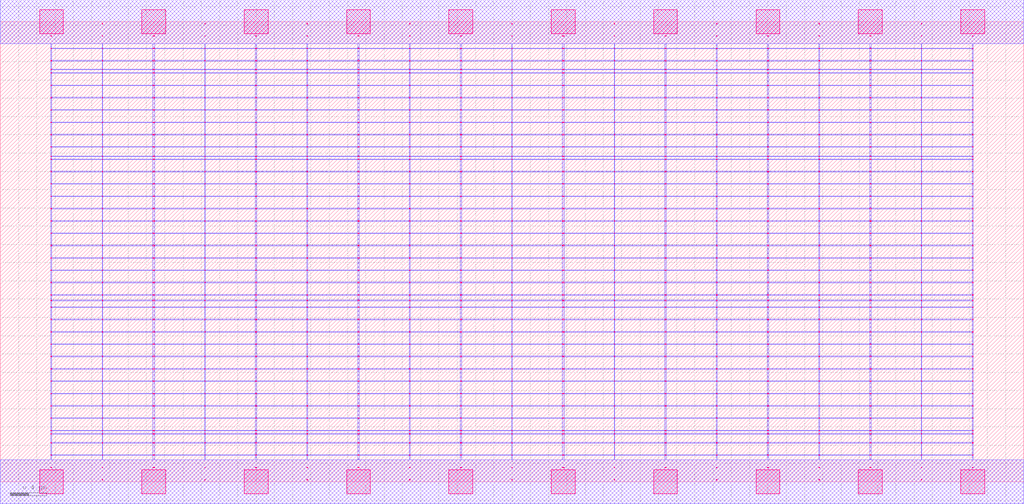
<source format=lef>
MACRO AAOOAOAI22211_DEBUG
 CLASS CORE ;
 FOREIGN AAOOAOAI22211_DEBUG 0 0 ;
 SIZE 11.200000000000001 BY 5.04 ;
 ORIGIN 0 0 ;
 SYMMETRY X Y R90 ;
 SITE unit ;

 OBS
    LAYER polycont ;
     RECT 5.59600000 2.58300000 5.60400000 2.59100000 ;
     RECT 5.59600000 2.71800000 5.60400000 2.72600000 ;
     RECT 5.59600000 2.85300000 5.60400000 2.86100000 ;
     RECT 5.59600000 2.98800000 5.60400000 2.99600000 ;
     RECT 7.83600000 2.58300000 7.84400000 2.59100000 ;
     RECT 8.39100000 2.58300000 8.40900000 2.59100000 ;
     RECT 8.95600000 2.58300000 8.96400000 2.59100000 ;
     RECT 9.51600000 2.58300000 9.52900000 2.59100000 ;
     RECT 10.07600000 2.58300000 10.08400000 2.59100000 ;
     RECT 10.63600000 2.58300000 10.64400000 2.59100000 ;
     RECT 6.15100000 2.58300000 6.16900000 2.59100000 ;
     RECT 6.15100000 2.71800000 6.16900000 2.72600000 ;
     RECT 6.71600000 2.71800000 6.72400000 2.72600000 ;
     RECT 7.27100000 2.71800000 7.28900000 2.72600000 ;
     RECT 7.83600000 2.71800000 7.84400000 2.72600000 ;
     RECT 8.39100000 2.71800000 8.40900000 2.72600000 ;
     RECT 8.95600000 2.71800000 8.96400000 2.72600000 ;
     RECT 9.51600000 2.71800000 9.52900000 2.72600000 ;
     RECT 10.07600000 2.71800000 10.08400000 2.72600000 ;
     RECT 10.63600000 2.71800000 10.64400000 2.72600000 ;
     RECT 6.71600000 2.58300000 6.72400000 2.59100000 ;
     RECT 6.15100000 2.85300000 6.16900000 2.86100000 ;
     RECT 6.71600000 2.85300000 6.72400000 2.86100000 ;
     RECT 7.27100000 2.85300000 7.28900000 2.86100000 ;
     RECT 7.83600000 2.85300000 7.84400000 2.86100000 ;
     RECT 8.39100000 2.85300000 8.40900000 2.86100000 ;
     RECT 8.95600000 2.85300000 8.96400000 2.86100000 ;
     RECT 9.51600000 2.85300000 9.52900000 2.86100000 ;
     RECT 10.07600000 2.85300000 10.08400000 2.86100000 ;
     RECT 10.63600000 2.85300000 10.64400000 2.86100000 ;
     RECT 7.27100000 2.58300000 7.28900000 2.59100000 ;
     RECT 6.15100000 2.98800000 6.16900000 2.99600000 ;
     RECT 6.71600000 2.98800000 6.72400000 2.99600000 ;
     RECT 7.27100000 2.98800000 7.28900000 2.99600000 ;
     RECT 7.83600000 2.98800000 7.84400000 2.99600000 ;
     RECT 8.39100000 2.98800000 8.40900000 2.99600000 ;
     RECT 8.95600000 2.98800000 8.96400000 2.99600000 ;
     RECT 9.51600000 2.98800000 9.52900000 2.99600000 ;
     RECT 10.07600000 2.98800000 10.08400000 2.99600000 ;
     RECT 10.63600000 2.98800000 10.64400000 2.99600000 ;
     RECT 10.07600000 3.12300000 10.08400000 3.13100000 ;
     RECT 10.63600000 3.12300000 10.64400000 3.13100000 ;
     RECT 10.07600000 3.25800000 10.08400000 3.26600000 ;
     RECT 10.63600000 3.25800000 10.64400000 3.26600000 ;
     RECT 10.07600000 3.39300000 10.08400000 3.40100000 ;
     RECT 10.63600000 3.39300000 10.64400000 3.40100000 ;
     RECT 10.07600000 3.52800000 10.08400000 3.53600000 ;
     RECT 10.63600000 3.52800000 10.64400000 3.53600000 ;
     RECT 10.07600000 3.56100000 10.08400000 3.56900000 ;
     RECT 10.63600000 3.56100000 10.64400000 3.56900000 ;
     RECT 10.07600000 3.66300000 10.08400000 3.67100000 ;
     RECT 10.63600000 3.66300000 10.64400000 3.67100000 ;
     RECT 10.07600000 3.79800000 10.08400000 3.80600000 ;
     RECT 10.63600000 3.79800000 10.64400000 3.80600000 ;
     RECT 10.07600000 3.93300000 10.08400000 3.94100000 ;
     RECT 10.63600000 3.93300000 10.64400000 3.94100000 ;
     RECT 10.07600000 4.06800000 10.08400000 4.07600000 ;
     RECT 10.63600000 4.06800000 10.64400000 4.07600000 ;
     RECT 10.07600000 4.20300000 10.08400000 4.21100000 ;
     RECT 10.63600000 4.20300000 10.64400000 4.21100000 ;
     RECT 10.07600000 4.33800000 10.08400000 4.34600000 ;
     RECT 10.63600000 4.33800000 10.64400000 4.34600000 ;
     RECT 10.07600000 4.47300000 10.08400000 4.48100000 ;
     RECT 10.63600000 4.47300000 10.64400000 4.48100000 ;
     RECT 10.07600000 4.51100000 10.08400000 4.51900000 ;
     RECT 10.63600000 4.51100000 10.64400000 4.51900000 ;
     RECT 10.07600000 4.60800000 10.08400000 4.61600000 ;
     RECT 10.63600000 4.60800000 10.64400000 4.61600000 ;
     RECT 10.07600000 4.74300000 10.08400000 4.75100000 ;
     RECT 10.63600000 4.74300000 10.64400000 4.75100000 ;
     RECT 10.07600000 4.87800000 10.08400000 4.88600000 ;
     RECT 10.63600000 4.87800000 10.64400000 4.88600000 ;
     RECT 0.55100000 2.58300000 0.56400000 2.59100000 ;
     RECT 0.55100000 2.71800000 0.56400000 2.72600000 ;
     RECT 0.55100000 2.85300000 0.56400000 2.86100000 ;
     RECT 1.11600000 2.85300000 1.12400000 2.86100000 ;
     RECT 1.67100000 2.85300000 1.68900000 2.86100000 ;
     RECT 2.23600000 2.85300000 2.24400000 2.86100000 ;
     RECT 2.79100000 2.85300000 2.80900000 2.86100000 ;
     RECT 3.35600000 2.85300000 3.36400000 2.86100000 ;
     RECT 3.91100000 2.85300000 3.92900000 2.86100000 ;
     RECT 4.47600000 2.85300000 4.48400000 2.86100000 ;
     RECT 5.03100000 2.85300000 5.04900000 2.86100000 ;
     RECT 1.11600000 2.71800000 1.12400000 2.72600000 ;
     RECT 1.67100000 2.71800000 1.68900000 2.72600000 ;
     RECT 2.23600000 2.71800000 2.24400000 2.72600000 ;
     RECT 2.79100000 2.71800000 2.80900000 2.72600000 ;
     RECT 3.35600000 2.71800000 3.36400000 2.72600000 ;
     RECT 3.91100000 2.71800000 3.92900000 2.72600000 ;
     RECT 4.47600000 2.71800000 4.48400000 2.72600000 ;
     RECT 5.03100000 2.71800000 5.04900000 2.72600000 ;
     RECT 1.11600000 2.58300000 1.12400000 2.59100000 ;
     RECT 1.67100000 2.58300000 1.68900000 2.59100000 ;
     RECT 0.55100000 2.98800000 0.56400000 2.99600000 ;
     RECT 1.11600000 2.98800000 1.12400000 2.99600000 ;
     RECT 1.67100000 2.98800000 1.68900000 2.99600000 ;
     RECT 2.23600000 2.98800000 2.24400000 2.99600000 ;
     RECT 2.79100000 2.98800000 2.80900000 2.99600000 ;
     RECT 3.35600000 2.98800000 3.36400000 2.99600000 ;
     RECT 3.91100000 2.98800000 3.92900000 2.99600000 ;
     RECT 4.47600000 2.98800000 4.48400000 2.99600000 ;
     RECT 5.03100000 2.98800000 5.04900000 2.99600000 ;
     RECT 2.23600000 2.58300000 2.24400000 2.59100000 ;
     RECT 2.79100000 2.58300000 2.80900000 2.59100000 ;
     RECT 3.35600000 2.58300000 3.36400000 2.59100000 ;
     RECT 3.91100000 2.58300000 3.92900000 2.59100000 ;
     RECT 4.47600000 2.58300000 4.48400000 2.59100000 ;
     RECT 5.03100000 2.58300000 5.04900000 2.59100000 ;
     RECT 3.35600000 1.09800000 3.36400000 1.10600000 ;
     RECT 3.35600000 1.23300000 3.36400000 1.24100000 ;
     RECT 3.35600000 1.36800000 3.36400000 1.37600000 ;
     RECT 3.35600000 1.50300000 3.36400000 1.51100000 ;
     RECT 3.35600000 1.63800000 3.36400000 1.64600000 ;
     RECT 3.35600000 1.77300000 3.36400000 1.78100000 ;
     RECT 3.35600000 1.90800000 3.36400000 1.91600000 ;
     RECT 3.35600000 1.98100000 3.36400000 1.98900000 ;
     RECT 3.35600000 2.04300000 3.36400000 2.05100000 ;
     RECT 3.35600000 2.17800000 3.36400000 2.18600000 ;
     RECT 3.35600000 2.31300000 3.36400000 2.32100000 ;
     RECT 3.35600000 2.44800000 3.36400000 2.45600000 ;
     RECT 3.35600000 0.15300000 3.36400000 0.16100000 ;
     RECT 3.35600000 0.28800000 3.36400000 0.29600000 ;
     RECT 3.35600000 0.42300000 3.36400000 0.43100000 ;
     RECT 3.35600000 0.52100000 3.36400000 0.52900000 ;
     RECT 3.35600000 0.55800000 3.36400000 0.56600000 ;
     RECT 3.35600000 0.69300000 3.36400000 0.70100000 ;
     RECT 3.35600000 0.82800000 3.36400000 0.83600000 ;
     RECT 3.35600000 0.96300000 3.36400000 0.97100000 ;

    LAYER pdiffc ;
     RECT 0.55100000 3.39300000 0.55900000 3.40100000 ;
     RECT 9.52100000 3.39300000 9.52900000 3.40100000 ;
     RECT 0.55100000 3.52800000 0.55900000 3.53600000 ;
     RECT 9.52100000 3.52800000 9.52900000 3.53600000 ;
     RECT 0.55100000 3.56100000 0.55900000 3.56900000 ;
     RECT 9.52100000 3.56100000 9.52900000 3.56900000 ;
     RECT 0.55100000 3.66300000 0.55900000 3.67100000 ;
     RECT 9.52100000 3.66300000 9.52900000 3.67100000 ;
     RECT 0.55100000 3.79800000 0.55900000 3.80600000 ;
     RECT 9.52100000 3.79800000 9.52900000 3.80600000 ;
     RECT 0.55100000 3.93300000 0.55900000 3.94100000 ;
     RECT 9.52100000 3.93300000 9.52900000 3.94100000 ;
     RECT 0.55100000 4.06800000 0.55900000 4.07600000 ;
     RECT 9.52100000 4.06800000 9.52900000 4.07600000 ;
     RECT 0.55100000 4.20300000 0.55900000 4.21100000 ;
     RECT 9.52100000 4.20300000 9.52900000 4.21100000 ;
     RECT 0.55100000 4.33800000 0.55900000 4.34600000 ;
     RECT 9.52100000 4.33800000 9.52900000 4.34600000 ;
     RECT 0.55100000 4.47300000 0.55900000 4.48100000 ;
     RECT 9.52100000 4.47300000 9.52900000 4.48100000 ;
     RECT 0.55100000 4.51100000 0.55900000 4.51900000 ;
     RECT 9.52100000 4.51100000 9.52900000 4.51900000 ;
     RECT 0.55100000 4.60800000 0.55900000 4.61600000 ;
     RECT 9.52100000 4.60800000 9.52900000 4.61600000 ;

    LAYER ndiffc ;
     RECT 6.15100000 0.42300000 6.16900000 0.43100000 ;
     RECT 7.27100000 0.42300000 7.28900000 0.43100000 ;
     RECT 8.39100000 0.42300000 8.40900000 0.43100000 ;
     RECT 9.51600000 0.42300000 9.52900000 0.43100000 ;
     RECT 10.63600000 0.42300000 10.64400000 0.43100000 ;
     RECT 6.15100000 0.52100000 6.16900000 0.52900000 ;
     RECT 7.27100000 0.52100000 7.28900000 0.52900000 ;
     RECT 8.39100000 0.52100000 8.40900000 0.52900000 ;
     RECT 9.51600000 0.52100000 9.52900000 0.52900000 ;
     RECT 10.63600000 0.52100000 10.64400000 0.52900000 ;
     RECT 6.15100000 0.55800000 6.16900000 0.56600000 ;
     RECT 7.27100000 0.55800000 7.28900000 0.56600000 ;
     RECT 8.39100000 0.55800000 8.40900000 0.56600000 ;
     RECT 9.51600000 0.55800000 9.52900000 0.56600000 ;
     RECT 10.63600000 0.55800000 10.64400000 0.56600000 ;
     RECT 6.15100000 0.69300000 6.16900000 0.70100000 ;
     RECT 7.27100000 0.69300000 7.28900000 0.70100000 ;
     RECT 8.39100000 0.69300000 8.40900000 0.70100000 ;
     RECT 9.51600000 0.69300000 9.52900000 0.70100000 ;
     RECT 10.63600000 0.69300000 10.64400000 0.70100000 ;
     RECT 6.15100000 0.82800000 6.16900000 0.83600000 ;
     RECT 7.27100000 0.82800000 7.28900000 0.83600000 ;
     RECT 8.39100000 0.82800000 8.40900000 0.83600000 ;
     RECT 9.51600000 0.82800000 9.52900000 0.83600000 ;
     RECT 10.63600000 0.82800000 10.64400000 0.83600000 ;
     RECT 6.15100000 0.96300000 6.16900000 0.97100000 ;
     RECT 7.27100000 0.96300000 7.28900000 0.97100000 ;
     RECT 8.39100000 0.96300000 8.40900000 0.97100000 ;
     RECT 9.51600000 0.96300000 9.52900000 0.97100000 ;
     RECT 10.63600000 0.96300000 10.64400000 0.97100000 ;
     RECT 6.15100000 1.09800000 6.16900000 1.10600000 ;
     RECT 7.27100000 1.09800000 7.28900000 1.10600000 ;
     RECT 8.39100000 1.09800000 8.40900000 1.10600000 ;
     RECT 9.51600000 1.09800000 9.52900000 1.10600000 ;
     RECT 10.63600000 1.09800000 10.64400000 1.10600000 ;
     RECT 6.15100000 1.23300000 6.16900000 1.24100000 ;
     RECT 7.27100000 1.23300000 7.28900000 1.24100000 ;
     RECT 8.39100000 1.23300000 8.40900000 1.24100000 ;
     RECT 9.51600000 1.23300000 9.52900000 1.24100000 ;
     RECT 10.63600000 1.23300000 10.64400000 1.24100000 ;
     RECT 6.15100000 1.36800000 6.16900000 1.37600000 ;
     RECT 7.27100000 1.36800000 7.28900000 1.37600000 ;
     RECT 8.39100000 1.36800000 8.40900000 1.37600000 ;
     RECT 9.51600000 1.36800000 9.52900000 1.37600000 ;
     RECT 10.63600000 1.36800000 10.64400000 1.37600000 ;
     RECT 6.15100000 1.50300000 6.16900000 1.51100000 ;
     RECT 7.27100000 1.50300000 7.28900000 1.51100000 ;
     RECT 8.39100000 1.50300000 8.40900000 1.51100000 ;
     RECT 9.51600000 1.50300000 9.52900000 1.51100000 ;
     RECT 10.63600000 1.50300000 10.64400000 1.51100000 ;
     RECT 6.15100000 1.63800000 6.16900000 1.64600000 ;
     RECT 7.27100000 1.63800000 7.28900000 1.64600000 ;
     RECT 8.39100000 1.63800000 8.40900000 1.64600000 ;
     RECT 9.51600000 1.63800000 9.52900000 1.64600000 ;
     RECT 10.63600000 1.63800000 10.64400000 1.64600000 ;
     RECT 6.15100000 1.77300000 6.16900000 1.78100000 ;
     RECT 7.27100000 1.77300000 7.28900000 1.78100000 ;
     RECT 8.39100000 1.77300000 8.40900000 1.78100000 ;
     RECT 9.51600000 1.77300000 9.52900000 1.78100000 ;
     RECT 10.63600000 1.77300000 10.64400000 1.78100000 ;
     RECT 6.15100000 1.90800000 6.16900000 1.91600000 ;
     RECT 7.27100000 1.90800000 7.28900000 1.91600000 ;
     RECT 8.39100000 1.90800000 8.40900000 1.91600000 ;
     RECT 9.51600000 1.90800000 9.52900000 1.91600000 ;
     RECT 10.63600000 1.90800000 10.64400000 1.91600000 ;
     RECT 6.15100000 1.98100000 6.16900000 1.98900000 ;
     RECT 7.27100000 1.98100000 7.28900000 1.98900000 ;
     RECT 8.39100000 1.98100000 8.40900000 1.98900000 ;
     RECT 9.51600000 1.98100000 9.52900000 1.98900000 ;
     RECT 10.63600000 1.98100000 10.64400000 1.98900000 ;
     RECT 6.15100000 2.04300000 6.16900000 2.05100000 ;
     RECT 7.27100000 2.04300000 7.28900000 2.05100000 ;
     RECT 8.39100000 2.04300000 8.40900000 2.05100000 ;
     RECT 9.51600000 2.04300000 9.52900000 2.05100000 ;
     RECT 10.63600000 2.04300000 10.64400000 2.05100000 ;
     RECT 0.55100000 0.42300000 0.56400000 0.43100000 ;
     RECT 1.67100000 0.42300000 1.68900000 0.43100000 ;
     RECT 2.79100000 0.42300000 2.80900000 0.43100000 ;
     RECT 3.91100000 0.42300000 3.92900000 0.43100000 ;
     RECT 5.03100000 0.42300000 5.04900000 0.43100000 ;
     RECT 0.55100000 1.36800000 0.56400000 1.37600000 ;
     RECT 1.67100000 1.36800000 1.68900000 1.37600000 ;
     RECT 2.79100000 1.36800000 2.80900000 1.37600000 ;
     RECT 3.91100000 1.36800000 3.92900000 1.37600000 ;
     RECT 5.03100000 1.36800000 5.04900000 1.37600000 ;
     RECT 0.55100000 0.82800000 0.56400000 0.83600000 ;
     RECT 1.67100000 0.82800000 1.68900000 0.83600000 ;
     RECT 2.79100000 0.82800000 2.80900000 0.83600000 ;
     RECT 3.91100000 0.82800000 3.92900000 0.83600000 ;
     RECT 5.03100000 0.82800000 5.04900000 0.83600000 ;
     RECT 0.55100000 1.50300000 0.56400000 1.51100000 ;
     RECT 1.67100000 1.50300000 1.68900000 1.51100000 ;
     RECT 2.79100000 1.50300000 2.80900000 1.51100000 ;
     RECT 3.91100000 1.50300000 3.92900000 1.51100000 ;
     RECT 5.03100000 1.50300000 5.04900000 1.51100000 ;
     RECT 0.55100000 0.55800000 0.56400000 0.56600000 ;
     RECT 1.67100000 0.55800000 1.68900000 0.56600000 ;
     RECT 2.79100000 0.55800000 2.80900000 0.56600000 ;
     RECT 3.91100000 0.55800000 3.92900000 0.56600000 ;
     RECT 5.03100000 0.55800000 5.04900000 0.56600000 ;
     RECT 0.55100000 1.63800000 0.56400000 1.64600000 ;
     RECT 1.67100000 1.63800000 1.68900000 1.64600000 ;
     RECT 2.79100000 1.63800000 2.80900000 1.64600000 ;
     RECT 3.91100000 1.63800000 3.92900000 1.64600000 ;
     RECT 5.03100000 1.63800000 5.04900000 1.64600000 ;
     RECT 0.55100000 0.96300000 0.56400000 0.97100000 ;
     RECT 1.67100000 0.96300000 1.68900000 0.97100000 ;
     RECT 2.79100000 0.96300000 2.80900000 0.97100000 ;
     RECT 3.91100000 0.96300000 3.92900000 0.97100000 ;
     RECT 5.03100000 0.96300000 5.04900000 0.97100000 ;
     RECT 0.55100000 1.77300000 0.56400000 1.78100000 ;
     RECT 1.67100000 1.77300000 1.68900000 1.78100000 ;
     RECT 2.79100000 1.77300000 2.80900000 1.78100000 ;
     RECT 3.91100000 1.77300000 3.92900000 1.78100000 ;
     RECT 5.03100000 1.77300000 5.04900000 1.78100000 ;
     RECT 0.55100000 0.52100000 0.56400000 0.52900000 ;
     RECT 1.67100000 0.52100000 1.68900000 0.52900000 ;
     RECT 2.79100000 0.52100000 2.80900000 0.52900000 ;
     RECT 3.91100000 0.52100000 3.92900000 0.52900000 ;
     RECT 5.03100000 0.52100000 5.04900000 0.52900000 ;
     RECT 0.55100000 1.90800000 0.56400000 1.91600000 ;
     RECT 1.67100000 1.90800000 1.68900000 1.91600000 ;
     RECT 2.79100000 1.90800000 2.80900000 1.91600000 ;
     RECT 3.91100000 1.90800000 3.92900000 1.91600000 ;
     RECT 5.03100000 1.90800000 5.04900000 1.91600000 ;
     RECT 0.55100000 1.09800000 0.56400000 1.10600000 ;
     RECT 1.67100000 1.09800000 1.68900000 1.10600000 ;
     RECT 2.79100000 1.09800000 2.80900000 1.10600000 ;
     RECT 3.91100000 1.09800000 3.92900000 1.10600000 ;
     RECT 5.03100000 1.09800000 5.04900000 1.10600000 ;
     RECT 0.55100000 1.98100000 0.56400000 1.98900000 ;
     RECT 1.67100000 1.98100000 1.68900000 1.98900000 ;
     RECT 2.79100000 1.98100000 2.80900000 1.98900000 ;
     RECT 3.91100000 1.98100000 3.92900000 1.98900000 ;
     RECT 5.03100000 1.98100000 5.04900000 1.98900000 ;
     RECT 0.55100000 0.69300000 0.56400000 0.70100000 ;
     RECT 1.67100000 0.69300000 1.68900000 0.70100000 ;
     RECT 2.79100000 0.69300000 2.80900000 0.70100000 ;
     RECT 3.91100000 0.69300000 3.92900000 0.70100000 ;
     RECT 5.03100000 0.69300000 5.04900000 0.70100000 ;
     RECT 0.55100000 2.04300000 0.56400000 2.05100000 ;
     RECT 1.67100000 2.04300000 1.68900000 2.05100000 ;
     RECT 2.79100000 2.04300000 2.80900000 2.05100000 ;
     RECT 3.91100000 2.04300000 3.92900000 2.05100000 ;
     RECT 5.03100000 2.04300000 5.04900000 2.05100000 ;
     RECT 0.55100000 1.23300000 0.56400000 1.24100000 ;
     RECT 1.67100000 1.23300000 1.68900000 1.24100000 ;
     RECT 2.79100000 1.23300000 2.80900000 1.24100000 ;
     RECT 3.91100000 1.23300000 3.92900000 1.24100000 ;
     RECT 5.03100000 1.23300000 5.04900000 1.24100000 ;

    LAYER met1 ;
     RECT 0.00000000 -0.24000000 11.20000000 0.24000000 ;
     RECT 5.59600000 0.24000000 5.60400000 0.28800000 ;
     RECT 0.55100000 0.28800000 10.64400000 0.29600000 ;
     RECT 5.59600000 0.29600000 5.60400000 0.42300000 ;
     RECT 0.55100000 0.42300000 10.64400000 0.43100000 ;
     RECT 5.59600000 0.43100000 5.60400000 0.52100000 ;
     RECT 0.55100000 0.52100000 10.64400000 0.52900000 ;
     RECT 5.59600000 0.52900000 5.60400000 0.55800000 ;
     RECT 0.55100000 0.55800000 10.64400000 0.56600000 ;
     RECT 5.59600000 0.56600000 5.60400000 0.69300000 ;
     RECT 0.55100000 0.69300000 10.64400000 0.70100000 ;
     RECT 5.59600000 0.70100000 5.60400000 0.82800000 ;
     RECT 0.55100000 0.82800000 10.64400000 0.83600000 ;
     RECT 5.59600000 0.83600000 5.60400000 0.96300000 ;
     RECT 0.55100000 0.96300000 10.64400000 0.97100000 ;
     RECT 5.59600000 0.97100000 5.60400000 1.09800000 ;
     RECT 0.55100000 1.09800000 10.64400000 1.10600000 ;
     RECT 5.59600000 1.10600000 5.60400000 1.23300000 ;
     RECT 0.55100000 1.23300000 10.64400000 1.24100000 ;
     RECT 5.59600000 1.24100000 5.60400000 1.36800000 ;
     RECT 0.55100000 1.36800000 10.64400000 1.37600000 ;
     RECT 5.59600000 1.37600000 5.60400000 1.50300000 ;
     RECT 0.55100000 1.50300000 10.64400000 1.51100000 ;
     RECT 5.59600000 1.51100000 5.60400000 1.63800000 ;
     RECT 0.55100000 1.63800000 10.64400000 1.64600000 ;
     RECT 5.59600000 1.64600000 5.60400000 1.77300000 ;
     RECT 0.55100000 1.77300000 10.64400000 1.78100000 ;
     RECT 5.59600000 1.78100000 5.60400000 1.90800000 ;
     RECT 0.55100000 1.90800000 10.64400000 1.91600000 ;
     RECT 5.59600000 1.91600000 5.60400000 1.98100000 ;
     RECT 0.55100000 1.98100000 10.64400000 1.98900000 ;
     RECT 5.59600000 1.98900000 5.60400000 2.04300000 ;
     RECT 0.55100000 2.04300000 10.64400000 2.05100000 ;
     RECT 5.59600000 2.05100000 5.60400000 2.17800000 ;
     RECT 0.55100000 2.17800000 10.64400000 2.18600000 ;
     RECT 5.59600000 2.18600000 5.60400000 2.31300000 ;
     RECT 0.55100000 2.31300000 10.64400000 2.32100000 ;
     RECT 5.59600000 2.32100000 5.60400000 2.44800000 ;
     RECT 0.55100000 2.44800000 10.64400000 2.45600000 ;
     RECT 0.55100000 2.45600000 0.56400000 2.58300000 ;
     RECT 1.11600000 2.45600000 1.12400000 2.58300000 ;
     RECT 1.67100000 2.45600000 1.68900000 2.58300000 ;
     RECT 2.23600000 2.45600000 2.24400000 2.58300000 ;
     RECT 2.79100000 2.45600000 2.80900000 2.58300000 ;
     RECT 3.35600000 2.45600000 3.36400000 2.58300000 ;
     RECT 3.91100000 2.45600000 3.92900000 2.58300000 ;
     RECT 4.47600000 2.45600000 4.48400000 2.58300000 ;
     RECT 5.03100000 2.45600000 5.04900000 2.58300000 ;
     RECT 5.59600000 2.45600000 5.60400000 2.58300000 ;
     RECT 6.15100000 2.45600000 6.16900000 2.58300000 ;
     RECT 6.71600000 2.45600000 6.72400000 2.58300000 ;
     RECT 7.27100000 2.45600000 7.28900000 2.58300000 ;
     RECT 7.83600000 2.45600000 7.84400000 2.58300000 ;
     RECT 8.39100000 2.45600000 8.40900000 2.58300000 ;
     RECT 8.95600000 2.45600000 8.96400000 2.58300000 ;
     RECT 9.51600000 2.45600000 9.52900000 2.58300000 ;
     RECT 10.07600000 2.45600000 10.08400000 2.58300000 ;
     RECT 10.63600000 2.45600000 10.64400000 2.58300000 ;
     RECT 0.55100000 2.58300000 10.64400000 2.59100000 ;
     RECT 5.59600000 2.59100000 5.60400000 2.71800000 ;
     RECT 0.55100000 2.71800000 10.64400000 2.72600000 ;
     RECT 5.59600000 2.72600000 5.60400000 2.85300000 ;
     RECT 0.55100000 2.85300000 10.64400000 2.86100000 ;
     RECT 5.59600000 2.86100000 5.60400000 2.98800000 ;
     RECT 0.55100000 2.98800000 10.64400000 2.99600000 ;
     RECT 5.59600000 2.99600000 5.60400000 3.12300000 ;
     RECT 0.55100000 3.12300000 10.64400000 3.13100000 ;
     RECT 5.59600000 3.13100000 5.60400000 3.25800000 ;
     RECT 0.55100000 3.25800000 10.64400000 3.26600000 ;
     RECT 5.59600000 3.26600000 5.60400000 3.39300000 ;
     RECT 0.55100000 3.39300000 10.64400000 3.40100000 ;
     RECT 5.59600000 3.40100000 5.60400000 3.52800000 ;
     RECT 0.55100000 3.52800000 10.64400000 3.53600000 ;
     RECT 5.59600000 3.53600000 5.60400000 3.56100000 ;
     RECT 0.55100000 3.56100000 10.64400000 3.56900000 ;
     RECT 5.59600000 3.56900000 5.60400000 3.66300000 ;
     RECT 0.55100000 3.66300000 10.64400000 3.67100000 ;
     RECT 5.59600000 3.67100000 5.60400000 3.79800000 ;
     RECT 0.55100000 3.79800000 10.64400000 3.80600000 ;
     RECT 5.59600000 3.80600000 5.60400000 3.93300000 ;
     RECT 0.55100000 3.93300000 10.64400000 3.94100000 ;
     RECT 5.59600000 3.94100000 5.60400000 4.06800000 ;
     RECT 0.55100000 4.06800000 10.64400000 4.07600000 ;
     RECT 5.59600000 4.07600000 5.60400000 4.20300000 ;
     RECT 0.55100000 4.20300000 10.64400000 4.21100000 ;
     RECT 5.59600000 4.21100000 5.60400000 4.33800000 ;
     RECT 0.55100000 4.33800000 10.64400000 4.34600000 ;
     RECT 5.59600000 4.34600000 5.60400000 4.47300000 ;
     RECT 0.55100000 4.47300000 10.64400000 4.48100000 ;
     RECT 5.59600000 4.48100000 5.60400000 4.51100000 ;
     RECT 0.55100000 4.51100000 10.64400000 4.51900000 ;
     RECT 5.59600000 4.51900000 5.60400000 4.60800000 ;
     RECT 0.55100000 4.60800000 10.64400000 4.61600000 ;
     RECT 5.59600000 4.61600000 5.60400000 4.74300000 ;
     RECT 0.55100000 4.74300000 10.64400000 4.75100000 ;
     RECT 5.59600000 4.75100000 5.60400000 4.80000000 ;
     RECT 0.00000000 4.80000000 11.20000000 5.28000000 ;
     RECT 8.39100000 2.99600000 8.40900000 3.12300000 ;
     RECT 8.39100000 3.13100000 8.40900000 3.25800000 ;
     RECT 8.39100000 3.26600000 8.40900000 3.39300000 ;
     RECT 8.39100000 3.40100000 8.40900000 3.52800000 ;
     RECT 8.39100000 3.53600000 8.40900000 3.56100000 ;
     RECT 8.39100000 2.72600000 8.40900000 2.85300000 ;
     RECT 8.39100000 3.56900000 8.40900000 3.66300000 ;
     RECT 8.39100000 3.67100000 8.40900000 3.79800000 ;
     RECT 6.15100000 3.80600000 6.16900000 3.93300000 ;
     RECT 6.71600000 3.80600000 6.72400000 3.93300000 ;
     RECT 7.27100000 3.80600000 7.28900000 3.93300000 ;
     RECT 7.83600000 3.80600000 7.84400000 3.93300000 ;
     RECT 8.39100000 3.80600000 8.40900000 3.93300000 ;
     RECT 8.95600000 3.80600000 8.96400000 3.93300000 ;
     RECT 9.51600000 3.80600000 9.52900000 3.93300000 ;
     RECT 10.07600000 3.80600000 10.08400000 3.93300000 ;
     RECT 10.63600000 3.80600000 10.64400000 3.93300000 ;
     RECT 8.39100000 3.94100000 8.40900000 4.06800000 ;
     RECT 8.39100000 4.07600000 8.40900000 4.20300000 ;
     RECT 8.39100000 4.21100000 8.40900000 4.33800000 ;
     RECT 8.39100000 2.86100000 8.40900000 2.98800000 ;
     RECT 8.39100000 4.34600000 8.40900000 4.47300000 ;
     RECT 8.39100000 4.48100000 8.40900000 4.51100000 ;
     RECT 8.39100000 2.59100000 8.40900000 2.71800000 ;
     RECT 8.39100000 4.51900000 8.40900000 4.60800000 ;
     RECT 8.39100000 4.61600000 8.40900000 4.74300000 ;
     RECT 8.39100000 4.75100000 8.40900000 4.80000000 ;
     RECT 9.51600000 3.94100000 9.52900000 4.06800000 ;
     RECT 8.95600000 4.21100000 8.96400000 4.33800000 ;
     RECT 9.51600000 4.21100000 9.52900000 4.33800000 ;
     RECT 10.07600000 4.21100000 10.08400000 4.33800000 ;
     RECT 10.63600000 4.21100000 10.64400000 4.33800000 ;
     RECT 10.07600000 3.94100000 10.08400000 4.06800000 ;
     RECT 10.63600000 3.94100000 10.64400000 4.06800000 ;
     RECT 8.95600000 4.34600000 8.96400000 4.47300000 ;
     RECT 9.51600000 4.34600000 9.52900000 4.47300000 ;
     RECT 10.07600000 4.34600000 10.08400000 4.47300000 ;
     RECT 10.63600000 4.34600000 10.64400000 4.47300000 ;
     RECT 8.95600000 3.94100000 8.96400000 4.06800000 ;
     RECT 8.95600000 4.48100000 8.96400000 4.51100000 ;
     RECT 9.51600000 4.48100000 9.52900000 4.51100000 ;
     RECT 10.07600000 4.48100000 10.08400000 4.51100000 ;
     RECT 10.63600000 4.48100000 10.64400000 4.51100000 ;
     RECT 8.95600000 4.07600000 8.96400000 4.20300000 ;
     RECT 9.51600000 4.07600000 9.52900000 4.20300000 ;
     RECT 8.95600000 4.51900000 8.96400000 4.60800000 ;
     RECT 9.51600000 4.51900000 9.52900000 4.60800000 ;
     RECT 10.07600000 4.51900000 10.08400000 4.60800000 ;
     RECT 10.63600000 4.51900000 10.64400000 4.60800000 ;
     RECT 10.07600000 4.07600000 10.08400000 4.20300000 ;
     RECT 8.95600000 4.61600000 8.96400000 4.74300000 ;
     RECT 9.51600000 4.61600000 9.52900000 4.74300000 ;
     RECT 10.07600000 4.61600000 10.08400000 4.74300000 ;
     RECT 10.63600000 4.61600000 10.64400000 4.74300000 ;
     RECT 10.63600000 4.07600000 10.64400000 4.20300000 ;
     RECT 8.95600000 4.75100000 8.96400000 4.80000000 ;
     RECT 9.51600000 4.75100000 9.52900000 4.80000000 ;
     RECT 10.07600000 4.75100000 10.08400000 4.80000000 ;
     RECT 10.63600000 4.75100000 10.64400000 4.80000000 ;
     RECT 6.71600000 4.07600000 6.72400000 4.20300000 ;
     RECT 7.27100000 4.07600000 7.28900000 4.20300000 ;
     RECT 7.83600000 4.07600000 7.84400000 4.20300000 ;
     RECT 6.71600000 3.94100000 6.72400000 4.06800000 ;
     RECT 7.27100000 3.94100000 7.28900000 4.06800000 ;
     RECT 6.15100000 4.51900000 6.16900000 4.60800000 ;
     RECT 6.71600000 4.51900000 6.72400000 4.60800000 ;
     RECT 7.27100000 4.51900000 7.28900000 4.60800000 ;
     RECT 7.83600000 4.51900000 7.84400000 4.60800000 ;
     RECT 7.83600000 3.94100000 7.84400000 4.06800000 ;
     RECT 6.15100000 4.34600000 6.16900000 4.47300000 ;
     RECT 6.71600000 4.34600000 6.72400000 4.47300000 ;
     RECT 7.27100000 4.34600000 7.28900000 4.47300000 ;
     RECT 7.83600000 4.34600000 7.84400000 4.47300000 ;
     RECT 6.15100000 4.61600000 6.16900000 4.74300000 ;
     RECT 6.71600000 4.61600000 6.72400000 4.74300000 ;
     RECT 7.27100000 4.61600000 7.28900000 4.74300000 ;
     RECT 7.83600000 4.61600000 7.84400000 4.74300000 ;
     RECT 6.15100000 3.94100000 6.16900000 4.06800000 ;
     RECT 6.15100000 4.07600000 6.16900000 4.20300000 ;
     RECT 6.15100000 4.21100000 6.16900000 4.33800000 ;
     RECT 6.71600000 4.21100000 6.72400000 4.33800000 ;
     RECT 7.27100000 4.21100000 7.28900000 4.33800000 ;
     RECT 6.15100000 4.75100000 6.16900000 4.80000000 ;
     RECT 6.71600000 4.75100000 6.72400000 4.80000000 ;
     RECT 7.27100000 4.75100000 7.28900000 4.80000000 ;
     RECT 7.83600000 4.75100000 7.84400000 4.80000000 ;
     RECT 6.15100000 4.48100000 6.16900000 4.51100000 ;
     RECT 6.71600000 4.48100000 6.72400000 4.51100000 ;
     RECT 7.27100000 4.48100000 7.28900000 4.51100000 ;
     RECT 7.83600000 4.48100000 7.84400000 4.51100000 ;
     RECT 7.83600000 4.21100000 7.84400000 4.33800000 ;
     RECT 7.27100000 3.53600000 7.28900000 3.56100000 ;
     RECT 7.83600000 3.53600000 7.84400000 3.56100000 ;
     RECT 7.83600000 3.13100000 7.84400000 3.25800000 ;
     RECT 6.15100000 2.86100000 6.16900000 2.98800000 ;
     RECT 6.71600000 2.86100000 6.72400000 2.98800000 ;
     RECT 7.83600000 2.72600000 7.84400000 2.85300000 ;
     RECT 6.15100000 3.13100000 6.16900000 3.25800000 ;
     RECT 6.15100000 3.56900000 6.16900000 3.66300000 ;
     RECT 6.71600000 3.56900000 6.72400000 3.66300000 ;
     RECT 7.27100000 3.56900000 7.28900000 3.66300000 ;
     RECT 7.83600000 3.56900000 7.84400000 3.66300000 ;
     RECT 6.15100000 2.59100000 6.16900000 2.71800000 ;
     RECT 6.15100000 3.67100000 6.16900000 3.79800000 ;
     RECT 6.71600000 3.67100000 6.72400000 3.79800000 ;
     RECT 7.27100000 2.86100000 7.28900000 2.98800000 ;
     RECT 7.83600000 2.86100000 7.84400000 2.98800000 ;
     RECT 7.27100000 3.67100000 7.28900000 3.79800000 ;
     RECT 7.83600000 3.67100000 7.84400000 3.79800000 ;
     RECT 6.15100000 2.99600000 6.16900000 3.12300000 ;
     RECT 6.15100000 3.26600000 6.16900000 3.39300000 ;
     RECT 6.71600000 3.26600000 6.72400000 3.39300000 ;
     RECT 7.27100000 3.26600000 7.28900000 3.39300000 ;
     RECT 7.83600000 3.26600000 7.84400000 3.39300000 ;
     RECT 6.71600000 3.13100000 6.72400000 3.25800000 ;
     RECT 6.71600000 2.59100000 6.72400000 2.71800000 ;
     RECT 6.15100000 2.72600000 6.16900000 2.85300000 ;
     RECT 6.15100000 3.40100000 6.16900000 3.52800000 ;
     RECT 6.71600000 3.40100000 6.72400000 3.52800000 ;
     RECT 6.71600000 2.99600000 6.72400000 3.12300000 ;
     RECT 7.27100000 2.99600000 7.28900000 3.12300000 ;
     RECT 7.27100000 3.40100000 7.28900000 3.52800000 ;
     RECT 7.27100000 2.59100000 7.28900000 2.71800000 ;
     RECT 7.83600000 2.59100000 7.84400000 2.71800000 ;
     RECT 7.83600000 3.40100000 7.84400000 3.52800000 ;
     RECT 7.27100000 3.13100000 7.28900000 3.25800000 ;
     RECT 6.71600000 2.72600000 6.72400000 2.85300000 ;
     RECT 7.27100000 2.72600000 7.28900000 2.85300000 ;
     RECT 6.15100000 3.53600000 6.16900000 3.56100000 ;
     RECT 6.71600000 3.53600000 6.72400000 3.56100000 ;
     RECT 7.83600000 2.99600000 7.84400000 3.12300000 ;
     RECT 10.07600000 3.56900000 10.08400000 3.66300000 ;
     RECT 10.63600000 3.56900000 10.64400000 3.66300000 ;
     RECT 8.95600000 2.72600000 8.96400000 2.85300000 ;
     RECT 9.51600000 2.72600000 9.52900000 2.85300000 ;
     RECT 8.95600000 2.99600000 8.96400000 3.12300000 ;
     RECT 8.95600000 3.40100000 8.96400000 3.52800000 ;
     RECT 10.63600000 2.86100000 10.64400000 2.98800000 ;
     RECT 9.51600000 3.40100000 9.52900000 3.52800000 ;
     RECT 10.07600000 3.40100000 10.08400000 3.52800000 ;
     RECT 10.63600000 3.40100000 10.64400000 3.52800000 ;
     RECT 8.95600000 3.67100000 8.96400000 3.79800000 ;
     RECT 9.51600000 3.67100000 9.52900000 3.79800000 ;
     RECT 10.07600000 3.67100000 10.08400000 3.79800000 ;
     RECT 10.63600000 3.67100000 10.64400000 3.79800000 ;
     RECT 10.07600000 2.72600000 10.08400000 2.85300000 ;
     RECT 10.63600000 2.72600000 10.64400000 2.85300000 ;
     RECT 9.51600000 2.99600000 9.52900000 3.12300000 ;
     RECT 8.95600000 2.59100000 8.96400000 2.71800000 ;
     RECT 10.07600000 2.99600000 10.08400000 3.12300000 ;
     RECT 10.63600000 2.99600000 10.64400000 3.12300000 ;
     RECT 9.51600000 2.59100000 9.52900000 2.71800000 ;
     RECT 8.95600000 3.26600000 8.96400000 3.39300000 ;
     RECT 9.51600000 3.26600000 9.52900000 3.39300000 ;
     RECT 10.07600000 3.26600000 10.08400000 3.39300000 ;
     RECT 8.95600000 3.53600000 8.96400000 3.56100000 ;
     RECT 8.95600000 2.86100000 8.96400000 2.98800000 ;
     RECT 9.51600000 3.53600000 9.52900000 3.56100000 ;
     RECT 10.07600000 3.53600000 10.08400000 3.56100000 ;
     RECT 10.63600000 3.53600000 10.64400000 3.56100000 ;
     RECT 10.63600000 3.26600000 10.64400000 3.39300000 ;
     RECT 8.95600000 3.13100000 8.96400000 3.25800000 ;
     RECT 9.51600000 3.13100000 9.52900000 3.25800000 ;
     RECT 10.07600000 3.13100000 10.08400000 3.25800000 ;
     RECT 10.63600000 3.13100000 10.64400000 3.25800000 ;
     RECT 10.63600000 2.59100000 10.64400000 2.71800000 ;
     RECT 9.51600000 2.86100000 9.52900000 2.98800000 ;
     RECT 10.07600000 2.86100000 10.08400000 2.98800000 ;
     RECT 10.07600000 2.59100000 10.08400000 2.71800000 ;
     RECT 8.95600000 3.56900000 8.96400000 3.66300000 ;
     RECT 9.51600000 3.56900000 9.52900000 3.66300000 ;
     RECT 2.79100000 2.59100000 2.80900000 2.71800000 ;
     RECT 2.79100000 2.99600000 2.80900000 3.12300000 ;
     RECT 2.79100000 3.94100000 2.80900000 4.06800000 ;
     RECT 2.79100000 3.40100000 2.80900000 3.52800000 ;
     RECT 2.79100000 4.07600000 2.80900000 4.20300000 ;
     RECT 2.79100000 4.21100000 2.80900000 4.33800000 ;
     RECT 2.79100000 3.53600000 2.80900000 3.56100000 ;
     RECT 2.79100000 4.34600000 2.80900000 4.47300000 ;
     RECT 2.79100000 3.13100000 2.80900000 3.25800000 ;
     RECT 2.79100000 3.56900000 2.80900000 3.66300000 ;
     RECT 2.79100000 4.48100000 2.80900000 4.51100000 ;
     RECT 2.79100000 2.86100000 2.80900000 2.98800000 ;
     RECT 2.79100000 4.51900000 2.80900000 4.60800000 ;
     RECT 2.79100000 2.72600000 2.80900000 2.85300000 ;
     RECT 2.79100000 3.67100000 2.80900000 3.79800000 ;
     RECT 2.79100000 4.61600000 2.80900000 4.74300000 ;
     RECT 2.79100000 3.26600000 2.80900000 3.39300000 ;
     RECT 2.79100000 4.75100000 2.80900000 4.80000000 ;
     RECT 0.55100000 3.80600000 0.56400000 3.93300000 ;
     RECT 1.11600000 3.80600000 1.12400000 3.93300000 ;
     RECT 1.67100000 3.80600000 1.68900000 3.93300000 ;
     RECT 2.23600000 3.80600000 2.24400000 3.93300000 ;
     RECT 2.79100000 3.80600000 2.80900000 3.93300000 ;
     RECT 3.35600000 3.80600000 3.36400000 3.93300000 ;
     RECT 3.91100000 3.80600000 3.92900000 3.93300000 ;
     RECT 4.47600000 3.80600000 4.48400000 3.93300000 ;
     RECT 5.03100000 3.80600000 5.04900000 3.93300000 ;
     RECT 3.35600000 4.48100000 3.36400000 4.51100000 ;
     RECT 3.91100000 4.48100000 3.92900000 4.51100000 ;
     RECT 4.47600000 4.48100000 4.48400000 4.51100000 ;
     RECT 5.03100000 4.48100000 5.04900000 4.51100000 ;
     RECT 4.47600000 4.07600000 4.48400000 4.20300000 ;
     RECT 5.03100000 4.07600000 5.04900000 4.20300000 ;
     RECT 3.35600000 4.51900000 3.36400000 4.60800000 ;
     RECT 3.91100000 4.51900000 3.92900000 4.60800000 ;
     RECT 4.47600000 4.51900000 4.48400000 4.60800000 ;
     RECT 5.03100000 4.51900000 5.04900000 4.60800000 ;
     RECT 4.47600000 3.94100000 4.48400000 4.06800000 ;
     RECT 3.35600000 4.21100000 3.36400000 4.33800000 ;
     RECT 3.91100000 4.21100000 3.92900000 4.33800000 ;
     RECT 3.35600000 4.61600000 3.36400000 4.74300000 ;
     RECT 3.91100000 4.61600000 3.92900000 4.74300000 ;
     RECT 4.47600000 4.61600000 4.48400000 4.74300000 ;
     RECT 5.03100000 4.61600000 5.04900000 4.74300000 ;
     RECT 4.47600000 4.21100000 4.48400000 4.33800000 ;
     RECT 5.03100000 4.21100000 5.04900000 4.33800000 ;
     RECT 3.35600000 4.75100000 3.36400000 4.80000000 ;
     RECT 3.91100000 4.75100000 3.92900000 4.80000000 ;
     RECT 4.47600000 4.75100000 4.48400000 4.80000000 ;
     RECT 5.03100000 4.75100000 5.04900000 4.80000000 ;
     RECT 5.03100000 3.94100000 5.04900000 4.06800000 ;
     RECT 3.35600000 3.94100000 3.36400000 4.06800000 ;
     RECT 3.35600000 4.34600000 3.36400000 4.47300000 ;
     RECT 3.91100000 4.34600000 3.92900000 4.47300000 ;
     RECT 4.47600000 4.34600000 4.48400000 4.47300000 ;
     RECT 5.03100000 4.34600000 5.04900000 4.47300000 ;
     RECT 3.91100000 3.94100000 3.92900000 4.06800000 ;
     RECT 3.35600000 4.07600000 3.36400000 4.20300000 ;
     RECT 3.91100000 4.07600000 3.92900000 4.20300000 ;
     RECT 1.11600000 3.94100000 1.12400000 4.06800000 ;
     RECT 0.55100000 4.07600000 0.56400000 4.20300000 ;
     RECT 0.55100000 4.21100000 0.56400000 4.33800000 ;
     RECT 1.11600000 4.21100000 1.12400000 4.33800000 ;
     RECT 0.55100000 4.61600000 0.56400000 4.74300000 ;
     RECT 1.11600000 4.61600000 1.12400000 4.74300000 ;
     RECT 1.67100000 4.61600000 1.68900000 4.74300000 ;
     RECT 2.23600000 4.61600000 2.24400000 4.74300000 ;
     RECT 1.67100000 4.21100000 1.68900000 4.33800000 ;
     RECT 2.23600000 4.21100000 2.24400000 4.33800000 ;
     RECT 1.11600000 4.07600000 1.12400000 4.20300000 ;
     RECT 0.55100000 4.48100000 0.56400000 4.51100000 ;
     RECT 1.11600000 4.48100000 1.12400000 4.51100000 ;
     RECT 1.67100000 4.48100000 1.68900000 4.51100000 ;
     RECT 0.55100000 4.75100000 0.56400000 4.80000000 ;
     RECT 1.11600000 4.75100000 1.12400000 4.80000000 ;
     RECT 1.67100000 4.75100000 1.68900000 4.80000000 ;
     RECT 2.23600000 4.75100000 2.24400000 4.80000000 ;
     RECT 2.23600000 4.48100000 2.24400000 4.51100000 ;
     RECT 1.67100000 4.07600000 1.68900000 4.20300000 ;
     RECT 2.23600000 4.07600000 2.24400000 4.20300000 ;
     RECT 1.67100000 3.94100000 1.68900000 4.06800000 ;
     RECT 2.23600000 3.94100000 2.24400000 4.06800000 ;
     RECT 0.55100000 3.94100000 0.56400000 4.06800000 ;
     RECT 0.55100000 4.34600000 0.56400000 4.47300000 ;
     RECT 0.55100000 4.51900000 0.56400000 4.60800000 ;
     RECT 1.11600000 4.51900000 1.12400000 4.60800000 ;
     RECT 1.67100000 4.51900000 1.68900000 4.60800000 ;
     RECT 2.23600000 4.51900000 2.24400000 4.60800000 ;
     RECT 1.11600000 4.34600000 1.12400000 4.47300000 ;
     RECT 1.67100000 4.34600000 1.68900000 4.47300000 ;
     RECT 2.23600000 4.34600000 2.24400000 4.47300000 ;
     RECT 0.55100000 3.53600000 0.56400000 3.56100000 ;
     RECT 2.23600000 2.72600000 2.24400000 2.85300000 ;
     RECT 1.11600000 3.53600000 1.12400000 3.56100000 ;
     RECT 0.55100000 3.67100000 0.56400000 3.79800000 ;
     RECT 1.11600000 3.67100000 1.12400000 3.79800000 ;
     RECT 1.67100000 3.67100000 1.68900000 3.79800000 ;
     RECT 2.23600000 3.67100000 2.24400000 3.79800000 ;
     RECT 1.67100000 3.53600000 1.68900000 3.56100000 ;
     RECT 1.11600000 2.99600000 1.12400000 3.12300000 ;
     RECT 1.67100000 3.13100000 1.68900000 3.25800000 ;
     RECT 2.23600000 3.13100000 2.24400000 3.25800000 ;
     RECT 1.67100000 2.99600000 1.68900000 3.12300000 ;
     RECT 0.55100000 3.56900000 0.56400000 3.66300000 ;
     RECT 1.11600000 3.56900000 1.12400000 3.66300000 ;
     RECT 1.67100000 3.56900000 1.68900000 3.66300000 ;
     RECT 2.23600000 3.56900000 2.24400000 3.66300000 ;
     RECT 2.23600000 2.99600000 2.24400000 3.12300000 ;
     RECT 0.55100000 3.26600000 0.56400000 3.39300000 ;
     RECT 1.11600000 3.26600000 1.12400000 3.39300000 ;
     RECT 1.67100000 3.26600000 1.68900000 3.39300000 ;
     RECT 2.23600000 3.26600000 2.24400000 3.39300000 ;
     RECT 2.23600000 2.59100000 2.24400000 2.71800000 ;
     RECT 0.55100000 3.40100000 0.56400000 3.52800000 ;
     RECT 1.67100000 2.59100000 1.68900000 2.71800000 ;
     RECT 0.55100000 2.99600000 0.56400000 3.12300000 ;
     RECT 1.11600000 3.40100000 1.12400000 3.52800000 ;
     RECT 1.67100000 3.40100000 1.68900000 3.52800000 ;
     RECT 2.23600000 3.53600000 2.24400000 3.56100000 ;
     RECT 2.23600000 3.40100000 2.24400000 3.52800000 ;
     RECT 1.11600000 2.86100000 1.12400000 2.98800000 ;
     RECT 1.67100000 2.86100000 1.68900000 2.98800000 ;
     RECT 1.67100000 2.72600000 1.68900000 2.85300000 ;
     RECT 2.23600000 2.86100000 2.24400000 2.98800000 ;
     RECT 0.55100000 3.13100000 0.56400000 3.25800000 ;
     RECT 1.11600000 3.13100000 1.12400000 3.25800000 ;
     RECT 0.55100000 2.59100000 0.56400000 2.71800000 ;
     RECT 1.11600000 2.59100000 1.12400000 2.71800000 ;
     RECT 0.55100000 2.72600000 0.56400000 2.85300000 ;
     RECT 1.11600000 2.72600000 1.12400000 2.85300000 ;
     RECT 0.55100000 2.86100000 0.56400000 2.98800000 ;
     RECT 4.47600000 3.53600000 4.48400000 3.56100000 ;
     RECT 3.35600000 3.56900000 3.36400000 3.66300000 ;
     RECT 3.91100000 3.56900000 3.92900000 3.66300000 ;
     RECT 4.47600000 3.56900000 4.48400000 3.66300000 ;
     RECT 5.03100000 3.56900000 5.04900000 3.66300000 ;
     RECT 5.03100000 3.13100000 5.04900000 3.25800000 ;
     RECT 5.03100000 3.53600000 5.04900000 3.56100000 ;
     RECT 3.35600000 2.86100000 3.36400000 2.98800000 ;
     RECT 3.91100000 2.86100000 3.92900000 2.98800000 ;
     RECT 4.47600000 3.67100000 4.48400000 3.79800000 ;
     RECT 5.03100000 3.67100000 5.04900000 3.79800000 ;
     RECT 4.47600000 2.72600000 4.48400000 2.85300000 ;
     RECT 4.47600000 2.86100000 4.48400000 2.98800000 ;
     RECT 5.03100000 2.86100000 5.04900000 2.98800000 ;
     RECT 4.47600000 2.99600000 4.48400000 3.12300000 ;
     RECT 3.35600000 3.13100000 3.36400000 3.25800000 ;
     RECT 3.91100000 3.13100000 3.92900000 3.25800000 ;
     RECT 3.35600000 3.26600000 3.36400000 3.39300000 ;
     RECT 3.91100000 3.26600000 3.92900000 3.39300000 ;
     RECT 4.47600000 3.26600000 4.48400000 3.39300000 ;
     RECT 4.47600000 3.13100000 4.48400000 3.25800000 ;
     RECT 5.03100000 2.99600000 5.04900000 3.12300000 ;
     RECT 3.91100000 2.59100000 3.92900000 2.71800000 ;
     RECT 4.47600000 2.59100000 4.48400000 2.71800000 ;
     RECT 5.03100000 2.59100000 5.04900000 2.71800000 ;
     RECT 3.35600000 2.59100000 3.36400000 2.71800000 ;
     RECT 3.35600000 2.99600000 3.36400000 3.12300000 ;
     RECT 3.35600000 3.40100000 3.36400000 3.52800000 ;
     RECT 3.91100000 3.40100000 3.92900000 3.52800000 ;
     RECT 5.03100000 3.26600000 5.04900000 3.39300000 ;
     RECT 5.03100000 2.72600000 5.04900000 2.85300000 ;
     RECT 3.35600000 2.72600000 3.36400000 2.85300000 ;
     RECT 3.91100000 2.72600000 3.92900000 2.85300000 ;
     RECT 4.47600000 3.40100000 4.48400000 3.52800000 ;
     RECT 5.03100000 3.40100000 5.04900000 3.52800000 ;
     RECT 3.91100000 2.99600000 3.92900000 3.12300000 ;
     RECT 3.35600000 3.53600000 3.36400000 3.56100000 ;
     RECT 3.91100000 3.53600000 3.92900000 3.56100000 ;
     RECT 3.35600000 3.67100000 3.36400000 3.79800000 ;
     RECT 3.91100000 3.67100000 3.92900000 3.79800000 ;
     RECT 5.03100000 1.10600000 5.04900000 1.23300000 ;
     RECT 2.79100000 1.24100000 2.80900000 1.36800000 ;
     RECT 2.79100000 1.37600000 2.80900000 1.50300000 ;
     RECT 2.79100000 1.51100000 2.80900000 1.63800000 ;
     RECT 2.79100000 1.64600000 2.80900000 1.77300000 ;
     RECT 2.79100000 1.78100000 2.80900000 1.90800000 ;
     RECT 2.79100000 0.43100000 2.80900000 0.52100000 ;
     RECT 2.79100000 1.91600000 2.80900000 1.98100000 ;
     RECT 2.79100000 1.98900000 2.80900000 2.04300000 ;
     RECT 2.79100000 0.24000000 2.80900000 0.28800000 ;
     RECT 2.79100000 2.05100000 2.80900000 2.17800000 ;
     RECT 2.79100000 2.18600000 2.80900000 2.31300000 ;
     RECT 2.79100000 2.32100000 2.80900000 2.44800000 ;
     RECT 2.79100000 0.52900000 2.80900000 0.55800000 ;
     RECT 2.79100000 0.56600000 2.80900000 0.69300000 ;
     RECT 2.79100000 0.70100000 2.80900000 0.82800000 ;
     RECT 2.79100000 0.83600000 2.80900000 0.96300000 ;
     RECT 2.79100000 0.97100000 2.80900000 1.09800000 ;
     RECT 2.79100000 0.29600000 2.80900000 0.42300000 ;
     RECT 0.55100000 1.10600000 0.56400000 1.23300000 ;
     RECT 1.11600000 1.10600000 1.12400000 1.23300000 ;
     RECT 1.67100000 1.10600000 1.68900000 1.23300000 ;
     RECT 2.23600000 1.10600000 2.24400000 1.23300000 ;
     RECT 2.79100000 1.10600000 2.80900000 1.23300000 ;
     RECT 3.35600000 1.10600000 3.36400000 1.23300000 ;
     RECT 3.91100000 1.10600000 3.92900000 1.23300000 ;
     RECT 4.47600000 1.10600000 4.48400000 1.23300000 ;
     RECT 3.35600000 1.37600000 3.36400000 1.50300000 ;
     RECT 3.35600000 1.91600000 3.36400000 1.98100000 ;
     RECT 3.91100000 1.91600000 3.92900000 1.98100000 ;
     RECT 4.47600000 1.91600000 4.48400000 1.98100000 ;
     RECT 5.03100000 1.91600000 5.04900000 1.98100000 ;
     RECT 3.91100000 1.37600000 3.92900000 1.50300000 ;
     RECT 3.35600000 1.98900000 3.36400000 2.04300000 ;
     RECT 3.91100000 1.98900000 3.92900000 2.04300000 ;
     RECT 4.47600000 1.98900000 4.48400000 2.04300000 ;
     RECT 5.03100000 1.98900000 5.04900000 2.04300000 ;
     RECT 4.47600000 1.37600000 4.48400000 1.50300000 ;
     RECT 5.03100000 1.37600000 5.04900000 1.50300000 ;
     RECT 3.35600000 2.05100000 3.36400000 2.17800000 ;
     RECT 3.91100000 2.05100000 3.92900000 2.17800000 ;
     RECT 4.47600000 2.05100000 4.48400000 2.17800000 ;
     RECT 5.03100000 2.05100000 5.04900000 2.17800000 ;
     RECT 3.91100000 1.24100000 3.92900000 1.36800000 ;
     RECT 3.35600000 2.18600000 3.36400000 2.31300000 ;
     RECT 3.91100000 2.18600000 3.92900000 2.31300000 ;
     RECT 4.47600000 2.18600000 4.48400000 2.31300000 ;
     RECT 5.03100000 2.18600000 5.04900000 2.31300000 ;
     RECT 3.35600000 1.51100000 3.36400000 1.63800000 ;
     RECT 3.35600000 2.32100000 3.36400000 2.44800000 ;
     RECT 3.91100000 2.32100000 3.92900000 2.44800000 ;
     RECT 4.47600000 2.32100000 4.48400000 2.44800000 ;
     RECT 5.03100000 2.32100000 5.04900000 2.44800000 ;
     RECT 3.91100000 1.51100000 3.92900000 1.63800000 ;
     RECT 4.47600000 1.51100000 4.48400000 1.63800000 ;
     RECT 5.03100000 1.51100000 5.04900000 1.63800000 ;
     RECT 4.47600000 1.24100000 4.48400000 1.36800000 ;
     RECT 3.35600000 1.64600000 3.36400000 1.77300000 ;
     RECT 3.91100000 1.64600000 3.92900000 1.77300000 ;
     RECT 4.47600000 1.64600000 4.48400000 1.77300000 ;
     RECT 5.03100000 1.64600000 5.04900000 1.77300000 ;
     RECT 5.03100000 1.24100000 5.04900000 1.36800000 ;
     RECT 3.35600000 1.78100000 3.36400000 1.90800000 ;
     RECT 3.91100000 1.78100000 3.92900000 1.90800000 ;
     RECT 4.47600000 1.78100000 4.48400000 1.90800000 ;
     RECT 5.03100000 1.78100000 5.04900000 1.90800000 ;
     RECT 3.35600000 1.24100000 3.36400000 1.36800000 ;
     RECT 1.11600000 2.05100000 1.12400000 2.17800000 ;
     RECT 1.67100000 2.05100000 1.68900000 2.17800000 ;
     RECT 2.23600000 2.05100000 2.24400000 2.17800000 ;
     RECT 1.11600000 1.78100000 1.12400000 1.90800000 ;
     RECT 1.67100000 1.78100000 1.68900000 1.90800000 ;
     RECT 2.23600000 1.78100000 2.24400000 1.90800000 ;
     RECT 1.67100000 1.51100000 1.68900000 1.63800000 ;
     RECT 2.23600000 1.51100000 2.24400000 1.63800000 ;
     RECT 0.55100000 2.18600000 0.56400000 2.31300000 ;
     RECT 1.11600000 2.18600000 1.12400000 2.31300000 ;
     RECT 1.67100000 2.18600000 1.68900000 2.31300000 ;
     RECT 2.23600000 2.18600000 2.24400000 2.31300000 ;
     RECT 1.11600000 1.37600000 1.12400000 1.50300000 ;
     RECT 1.67100000 1.37600000 1.68900000 1.50300000 ;
     RECT 2.23600000 1.37600000 2.24400000 1.50300000 ;
     RECT 1.11600000 1.24100000 1.12400000 1.36800000 ;
     RECT 0.55100000 1.91600000 0.56400000 1.98100000 ;
     RECT 0.55100000 2.32100000 0.56400000 2.44800000 ;
     RECT 1.11600000 2.32100000 1.12400000 2.44800000 ;
     RECT 1.67100000 2.32100000 1.68900000 2.44800000 ;
     RECT 2.23600000 2.32100000 2.24400000 2.44800000 ;
     RECT 1.11600000 1.91600000 1.12400000 1.98100000 ;
     RECT 1.67100000 1.91600000 1.68900000 1.98100000 ;
     RECT 2.23600000 1.91600000 2.24400000 1.98100000 ;
     RECT 1.67100000 1.24100000 1.68900000 1.36800000 ;
     RECT 0.55100000 1.64600000 0.56400000 1.77300000 ;
     RECT 1.11600000 1.64600000 1.12400000 1.77300000 ;
     RECT 1.67100000 1.64600000 1.68900000 1.77300000 ;
     RECT 2.23600000 1.64600000 2.24400000 1.77300000 ;
     RECT 0.55100000 1.98900000 0.56400000 2.04300000 ;
     RECT 1.11600000 1.98900000 1.12400000 2.04300000 ;
     RECT 1.67100000 1.98900000 1.68900000 2.04300000 ;
     RECT 2.23600000 1.98900000 2.24400000 2.04300000 ;
     RECT 2.23600000 1.24100000 2.24400000 1.36800000 ;
     RECT 0.55100000 1.24100000 0.56400000 1.36800000 ;
     RECT 0.55100000 1.37600000 0.56400000 1.50300000 ;
     RECT 0.55100000 1.51100000 0.56400000 1.63800000 ;
     RECT 1.11600000 1.51100000 1.12400000 1.63800000 ;
     RECT 0.55100000 1.78100000 0.56400000 1.90800000 ;
     RECT 0.55100000 2.05100000 0.56400000 2.17800000 ;
     RECT 2.23600000 0.56600000 2.24400000 0.69300000 ;
     RECT 2.23600000 0.43100000 2.24400000 0.52100000 ;
     RECT 0.55100000 0.24000000 0.56400000 0.28800000 ;
     RECT 0.55100000 0.70100000 0.56400000 0.82800000 ;
     RECT 1.11600000 0.70100000 1.12400000 0.82800000 ;
     RECT 1.67100000 0.70100000 1.68900000 0.82800000 ;
     RECT 2.23600000 0.70100000 2.24400000 0.82800000 ;
     RECT 1.67100000 0.24000000 1.68900000 0.28800000 ;
     RECT 1.11600000 0.24000000 1.12400000 0.28800000 ;
     RECT 0.55100000 0.29600000 0.56400000 0.42300000 ;
     RECT 0.55100000 0.83600000 0.56400000 0.96300000 ;
     RECT 1.11600000 0.83600000 1.12400000 0.96300000 ;
     RECT 1.67100000 0.83600000 1.68900000 0.96300000 ;
     RECT 2.23600000 0.83600000 2.24400000 0.96300000 ;
     RECT 0.55100000 0.43100000 0.56400000 0.52100000 ;
     RECT 1.11600000 0.29600000 1.12400000 0.42300000 ;
     RECT 1.67100000 0.29600000 1.68900000 0.42300000 ;
     RECT 0.55100000 0.97100000 0.56400000 1.09800000 ;
     RECT 1.11600000 0.97100000 1.12400000 1.09800000 ;
     RECT 1.67100000 0.97100000 1.68900000 1.09800000 ;
     RECT 2.23600000 0.97100000 2.24400000 1.09800000 ;
     RECT 0.55100000 0.52900000 0.56400000 0.55800000 ;
     RECT 2.23600000 0.29600000 2.24400000 0.42300000 ;
     RECT 1.11600000 0.43100000 1.12400000 0.52100000 ;
     RECT 2.23600000 0.24000000 2.24400000 0.28800000 ;
     RECT 1.11600000 0.52900000 1.12400000 0.55800000 ;
     RECT 1.67100000 0.52900000 1.68900000 0.55800000 ;
     RECT 2.23600000 0.52900000 2.24400000 0.55800000 ;
     RECT 1.67100000 0.43100000 1.68900000 0.52100000 ;
     RECT 0.55100000 0.56600000 0.56400000 0.69300000 ;
     RECT 1.11600000 0.56600000 1.12400000 0.69300000 ;
     RECT 1.67100000 0.56600000 1.68900000 0.69300000 ;
     RECT 4.47600000 0.52900000 4.48400000 0.55800000 ;
     RECT 5.03100000 0.52900000 5.04900000 0.55800000 ;
     RECT 3.91100000 0.24000000 3.92900000 0.28800000 ;
     RECT 4.47600000 0.24000000 4.48400000 0.28800000 ;
     RECT 5.03100000 0.43100000 5.04900000 0.52100000 ;
     RECT 3.91100000 0.29600000 3.92900000 0.42300000 ;
     RECT 3.35600000 0.29600000 3.36400000 0.42300000 ;
     RECT 3.35600000 0.83600000 3.36400000 0.96300000 ;
     RECT 3.91100000 0.83600000 3.92900000 0.96300000 ;
     RECT 4.47600000 0.83600000 4.48400000 0.96300000 ;
     RECT 5.03100000 0.83600000 5.04900000 0.96300000 ;
     RECT 3.35600000 0.24000000 3.36400000 0.28800000 ;
     RECT 4.47600000 0.29600000 4.48400000 0.42300000 ;
     RECT 3.35600000 0.56600000 3.36400000 0.69300000 ;
     RECT 3.91100000 0.56600000 3.92900000 0.69300000 ;
     RECT 4.47600000 0.56600000 4.48400000 0.69300000 ;
     RECT 5.03100000 0.56600000 5.04900000 0.69300000 ;
     RECT 5.03100000 0.24000000 5.04900000 0.28800000 ;
     RECT 3.35600000 0.97100000 3.36400000 1.09800000 ;
     RECT 3.91100000 0.97100000 3.92900000 1.09800000 ;
     RECT 4.47600000 0.97100000 4.48400000 1.09800000 ;
     RECT 5.03100000 0.97100000 5.04900000 1.09800000 ;
     RECT 3.91100000 0.43100000 3.92900000 0.52100000 ;
     RECT 4.47600000 0.43100000 4.48400000 0.52100000 ;
     RECT 3.35600000 0.43100000 3.36400000 0.52100000 ;
     RECT 5.03100000 0.29600000 5.04900000 0.42300000 ;
     RECT 3.35600000 0.52900000 3.36400000 0.55800000 ;
     RECT 3.91100000 0.52900000 3.92900000 0.55800000 ;
     RECT 3.35600000 0.70100000 3.36400000 0.82800000 ;
     RECT 3.91100000 0.70100000 3.92900000 0.82800000 ;
     RECT 4.47600000 0.70100000 4.48400000 0.82800000 ;
     RECT 5.03100000 0.70100000 5.04900000 0.82800000 ;
     RECT 8.39100000 1.78100000 8.40900000 1.90800000 ;
     RECT 8.39100000 0.97100000 8.40900000 1.09800000 ;
     RECT 8.39100000 1.91600000 8.40900000 1.98100000 ;
     RECT 8.39100000 0.56600000 8.40900000 0.69300000 ;
     RECT 6.15100000 1.10600000 6.16900000 1.23300000 ;
     RECT 6.71600000 1.10600000 6.72400000 1.23300000 ;
     RECT 7.27100000 1.10600000 7.28900000 1.23300000 ;
     RECT 7.83600000 1.10600000 7.84400000 1.23300000 ;
     RECT 8.39100000 1.10600000 8.40900000 1.23300000 ;
     RECT 8.39100000 1.98900000 8.40900000 2.04300000 ;
     RECT 8.95600000 1.10600000 8.96400000 1.23300000 ;
     RECT 9.51600000 1.10600000 9.52900000 1.23300000 ;
     RECT 10.07600000 1.10600000 10.08400000 1.23300000 ;
     RECT 10.63600000 1.10600000 10.64400000 1.23300000 ;
     RECT 8.39100000 0.43100000 8.40900000 0.52100000 ;
     RECT 8.39100000 2.05100000 8.40900000 2.17800000 ;
     RECT 8.39100000 0.29600000 8.40900000 0.42300000 ;
     RECT 8.39100000 1.24100000 8.40900000 1.36800000 ;
     RECT 8.39100000 2.18600000 8.40900000 2.31300000 ;
     RECT 8.39100000 0.70100000 8.40900000 0.82800000 ;
     RECT 8.39100000 2.32100000 8.40900000 2.44800000 ;
     RECT 8.39100000 1.37600000 8.40900000 1.50300000 ;
     RECT 8.39100000 0.24000000 8.40900000 0.28800000 ;
     RECT 8.39100000 0.52900000 8.40900000 0.55800000 ;
     RECT 8.39100000 1.51100000 8.40900000 1.63800000 ;
     RECT 8.39100000 0.83600000 8.40900000 0.96300000 ;
     RECT 8.39100000 1.64600000 8.40900000 1.77300000 ;
     RECT 8.95600000 1.91600000 8.96400000 1.98100000 ;
     RECT 8.95600000 2.05100000 8.96400000 2.17800000 ;
     RECT 9.51600000 2.05100000 9.52900000 2.17800000 ;
     RECT 10.07600000 2.05100000 10.08400000 2.17800000 ;
     RECT 10.63600000 2.05100000 10.64400000 2.17800000 ;
     RECT 9.51600000 1.91600000 9.52900000 1.98100000 ;
     RECT 10.07600000 1.91600000 10.08400000 1.98100000 ;
     RECT 8.95600000 1.24100000 8.96400000 1.36800000 ;
     RECT 9.51600000 1.24100000 9.52900000 1.36800000 ;
     RECT 8.95600000 1.98900000 8.96400000 2.04300000 ;
     RECT 8.95600000 2.18600000 8.96400000 2.31300000 ;
     RECT 9.51600000 2.18600000 9.52900000 2.31300000 ;
     RECT 10.07600000 2.18600000 10.08400000 2.31300000 ;
     RECT 10.63600000 2.18600000 10.64400000 2.31300000 ;
     RECT 10.07600000 1.24100000 10.08400000 1.36800000 ;
     RECT 10.63600000 1.24100000 10.64400000 1.36800000 ;
     RECT 9.51600000 1.98900000 9.52900000 2.04300000 ;
     RECT 10.07600000 1.98900000 10.08400000 2.04300000 ;
     RECT 8.95600000 2.32100000 8.96400000 2.44800000 ;
     RECT 9.51600000 2.32100000 9.52900000 2.44800000 ;
     RECT 10.07600000 2.32100000 10.08400000 2.44800000 ;
     RECT 10.63600000 2.32100000 10.64400000 2.44800000 ;
     RECT 10.63600000 1.98900000 10.64400000 2.04300000 ;
     RECT 8.95600000 1.37600000 8.96400000 1.50300000 ;
     RECT 9.51600000 1.37600000 9.52900000 1.50300000 ;
     RECT 10.07600000 1.37600000 10.08400000 1.50300000 ;
     RECT 10.63600000 1.37600000 10.64400000 1.50300000 ;
     RECT 10.63600000 1.91600000 10.64400000 1.98100000 ;
     RECT 10.07600000 1.78100000 10.08400000 1.90800000 ;
     RECT 10.63600000 1.78100000 10.64400000 1.90800000 ;
     RECT 8.95600000 1.51100000 8.96400000 1.63800000 ;
     RECT 9.51600000 1.51100000 9.52900000 1.63800000 ;
     RECT 10.07600000 1.51100000 10.08400000 1.63800000 ;
     RECT 10.63600000 1.51100000 10.64400000 1.63800000 ;
     RECT 8.95600000 1.78100000 8.96400000 1.90800000 ;
     RECT 9.51600000 1.78100000 9.52900000 1.90800000 ;
     RECT 8.95600000 1.64600000 8.96400000 1.77300000 ;
     RECT 9.51600000 1.64600000 9.52900000 1.77300000 ;
     RECT 10.07600000 1.64600000 10.08400000 1.77300000 ;
     RECT 10.63600000 1.64600000 10.64400000 1.77300000 ;
     RECT 7.27100000 1.98900000 7.28900000 2.04300000 ;
     RECT 6.15100000 2.32100000 6.16900000 2.44800000 ;
     RECT 6.71600000 2.32100000 6.72400000 2.44800000 ;
     RECT 7.27100000 2.32100000 7.28900000 2.44800000 ;
     RECT 7.83600000 2.32100000 7.84400000 2.44800000 ;
     RECT 7.83600000 1.98900000 7.84400000 2.04300000 ;
     RECT 6.71600000 1.78100000 6.72400000 1.90800000 ;
     RECT 6.15100000 1.91600000 6.16900000 1.98100000 ;
     RECT 6.71600000 1.91600000 6.72400000 1.98100000 ;
     RECT 7.27100000 1.91600000 7.28900000 1.98100000 ;
     RECT 6.15100000 1.37600000 6.16900000 1.50300000 ;
     RECT 6.71600000 1.37600000 6.72400000 1.50300000 ;
     RECT 7.27100000 1.37600000 7.28900000 1.50300000 ;
     RECT 7.83600000 1.37600000 7.84400000 1.50300000 ;
     RECT 6.15100000 1.24100000 6.16900000 1.36800000 ;
     RECT 6.71600000 1.24100000 6.72400000 1.36800000 ;
     RECT 7.27100000 1.24100000 7.28900000 1.36800000 ;
     RECT 7.83600000 1.24100000 7.84400000 1.36800000 ;
     RECT 7.83600000 1.91600000 7.84400000 1.98100000 ;
     RECT 7.27100000 1.78100000 7.28900000 1.90800000 ;
     RECT 7.83600000 1.78100000 7.84400000 1.90800000 ;
     RECT 6.15100000 1.51100000 6.16900000 1.63800000 ;
     RECT 6.71600000 1.51100000 6.72400000 1.63800000 ;
     RECT 7.27100000 1.51100000 7.28900000 1.63800000 ;
     RECT 7.83600000 1.51100000 7.84400000 1.63800000 ;
     RECT 6.15100000 2.18600000 6.16900000 2.31300000 ;
     RECT 6.71600000 2.18600000 6.72400000 2.31300000 ;
     RECT 7.27100000 2.18600000 7.28900000 2.31300000 ;
     RECT 7.83600000 2.18600000 7.84400000 2.31300000 ;
     RECT 6.15100000 1.78100000 6.16900000 1.90800000 ;
     RECT 6.15100000 1.98900000 6.16900000 2.04300000 ;
     RECT 6.15100000 1.64600000 6.16900000 1.77300000 ;
     RECT 6.71600000 1.64600000 6.72400000 1.77300000 ;
     RECT 7.27100000 1.64600000 7.28900000 1.77300000 ;
     RECT 7.83600000 1.64600000 7.84400000 1.77300000 ;
     RECT 6.71600000 1.98900000 6.72400000 2.04300000 ;
     RECT 6.15100000 2.05100000 6.16900000 2.17800000 ;
     RECT 6.71600000 2.05100000 6.72400000 2.17800000 ;
     RECT 7.27100000 2.05100000 7.28900000 2.17800000 ;
     RECT 7.83600000 2.05100000 7.84400000 2.17800000 ;
     RECT 6.71600000 0.52900000 6.72400000 0.55800000 ;
     RECT 7.27100000 0.52900000 7.28900000 0.55800000 ;
     RECT 7.83600000 0.52900000 7.84400000 0.55800000 ;
     RECT 6.71600000 0.43100000 6.72400000 0.52100000 ;
     RECT 6.15100000 0.83600000 6.16900000 0.96300000 ;
     RECT 7.27100000 0.43100000 7.28900000 0.52100000 ;
     RECT 7.83600000 0.43100000 7.84400000 0.52100000 ;
     RECT 7.83600000 0.29600000 7.84400000 0.42300000 ;
     RECT 6.15100000 0.56600000 6.16900000 0.69300000 ;
     RECT 6.71600000 0.56600000 6.72400000 0.69300000 ;
     RECT 7.27100000 0.29600000 7.28900000 0.42300000 ;
     RECT 7.27100000 0.56600000 7.28900000 0.69300000 ;
     RECT 7.83600000 0.56600000 7.84400000 0.69300000 ;
     RECT 6.71600000 0.97100000 6.72400000 1.09800000 ;
     RECT 6.71600000 0.83600000 6.72400000 0.96300000 ;
     RECT 7.27100000 0.83600000 7.28900000 0.96300000 ;
     RECT 7.83600000 0.83600000 7.84400000 0.96300000 ;
     RECT 6.15100000 0.70100000 6.16900000 0.82800000 ;
     RECT 6.71600000 0.70100000 6.72400000 0.82800000 ;
     RECT 7.27100000 0.70100000 7.28900000 0.82800000 ;
     RECT 7.83600000 0.70100000 7.84400000 0.82800000 ;
     RECT 7.27100000 0.97100000 7.28900000 1.09800000 ;
     RECT 7.83600000 0.97100000 7.84400000 1.09800000 ;
     RECT 7.27100000 0.24000000 7.28900000 0.28800000 ;
     RECT 7.83600000 0.24000000 7.84400000 0.28800000 ;
     RECT 6.15100000 0.97100000 6.16900000 1.09800000 ;
     RECT 6.15100000 0.52900000 6.16900000 0.55800000 ;
     RECT 6.15100000 0.24000000 6.16900000 0.28800000 ;
     RECT 6.71600000 0.24000000 6.72400000 0.28800000 ;
     RECT 6.15100000 0.29600000 6.16900000 0.42300000 ;
     RECT 6.71600000 0.29600000 6.72400000 0.42300000 ;
     RECT 6.15100000 0.43100000 6.16900000 0.52100000 ;
     RECT 10.63600000 0.56600000 10.64400000 0.69300000 ;
     RECT 8.95600000 0.56600000 8.96400000 0.69300000 ;
     RECT 8.95600000 0.43100000 8.96400000 0.52100000 ;
     RECT 8.95600000 0.70100000 8.96400000 0.82800000 ;
     RECT 9.51600000 0.70100000 9.52900000 0.82800000 ;
     RECT 10.07600000 0.70100000 10.08400000 0.82800000 ;
     RECT 9.51600000 0.43100000 9.52900000 0.52100000 ;
     RECT 10.07600000 0.43100000 10.08400000 0.52100000 ;
     RECT 8.95600000 0.83600000 8.96400000 0.96300000 ;
     RECT 9.51600000 0.83600000 9.52900000 0.96300000 ;
     RECT 10.07600000 0.83600000 10.08400000 0.96300000 ;
     RECT 10.63600000 0.83600000 10.64400000 0.96300000 ;
     RECT 9.51600000 0.52900000 9.52900000 0.55800000 ;
     RECT 10.07600000 0.52900000 10.08400000 0.55800000 ;
     RECT 10.63600000 0.52900000 10.64400000 0.55800000 ;
     RECT 10.63600000 0.43100000 10.64400000 0.52100000 ;
     RECT 8.95600000 0.24000000 8.96400000 0.28800000 ;
     RECT 8.95600000 0.29600000 8.96400000 0.42300000 ;
     RECT 9.51600000 0.29600000 9.52900000 0.42300000 ;
     RECT 9.51600000 0.56600000 9.52900000 0.69300000 ;
     RECT 10.07600000 0.56600000 10.08400000 0.69300000 ;
     RECT 9.51600000 0.97100000 9.52900000 1.09800000 ;
     RECT 8.95600000 0.52900000 8.96400000 0.55800000 ;
     RECT 10.07600000 0.97100000 10.08400000 1.09800000 ;
     RECT 9.51600000 0.24000000 9.52900000 0.28800000 ;
     RECT 10.07600000 0.24000000 10.08400000 0.28800000 ;
     RECT 10.63600000 0.24000000 10.64400000 0.28800000 ;
     RECT 10.63600000 0.70100000 10.64400000 0.82800000 ;
     RECT 10.63600000 0.29600000 10.64400000 0.42300000 ;
     RECT 10.07600000 0.29600000 10.08400000 0.42300000 ;
     RECT 10.63600000 0.97100000 10.64400000 1.09800000 ;
     RECT 8.95600000 0.97100000 8.96400000 1.09800000 ;

    LAYER via1 ;
     RECT 5.59600000 0.01800000 5.60400000 0.02600000 ;
     RECT 5.59600000 0.15300000 5.60400000 0.16100000 ;
     RECT 5.59600000 0.28800000 5.60400000 0.29600000 ;
     RECT 5.59600000 0.42300000 5.60400000 0.43100000 ;
     RECT 5.59600000 0.52100000 5.60400000 0.52900000 ;
     RECT 5.59600000 0.55800000 5.60400000 0.56600000 ;
     RECT 5.59600000 0.69300000 5.60400000 0.70100000 ;
     RECT 5.59600000 0.82800000 5.60400000 0.83600000 ;
     RECT 5.59600000 0.96300000 5.60400000 0.97100000 ;
     RECT 5.59600000 1.09800000 5.60400000 1.10600000 ;
     RECT 5.59600000 1.23300000 5.60400000 1.24100000 ;
     RECT 5.59600000 1.36800000 5.60400000 1.37600000 ;
     RECT 5.59600000 1.50300000 5.60400000 1.51100000 ;
     RECT 5.59600000 1.63800000 5.60400000 1.64600000 ;
     RECT 5.59600000 1.77300000 5.60400000 1.78100000 ;
     RECT 5.59600000 1.90800000 5.60400000 1.91600000 ;
     RECT 5.59600000 1.98100000 5.60400000 1.98900000 ;
     RECT 5.59600000 2.04300000 5.60400000 2.05100000 ;
     RECT 5.59600000 2.17800000 5.60400000 2.18600000 ;
     RECT 5.59600000 2.31300000 5.60400000 2.32100000 ;
     RECT 5.59600000 2.44800000 5.60400000 2.45600000 ;
     RECT 5.59600000 2.58300000 5.60400000 2.59100000 ;
     RECT 5.59600000 2.71800000 5.60400000 2.72600000 ;
     RECT 5.59600000 2.85300000 5.60400000 2.86100000 ;
     RECT 5.59600000 2.98800000 5.60400000 2.99600000 ;
     RECT 5.59600000 3.12300000 5.60400000 3.13100000 ;
     RECT 5.59600000 3.25800000 5.60400000 3.26600000 ;
     RECT 5.59600000 3.39300000 5.60400000 3.40100000 ;
     RECT 5.59600000 3.52800000 5.60400000 3.53600000 ;
     RECT 5.59600000 3.56100000 5.60400000 3.56900000 ;
     RECT 5.59600000 3.66300000 5.60400000 3.67100000 ;
     RECT 5.59600000 3.79800000 5.60400000 3.80600000 ;
     RECT 5.59600000 3.93300000 5.60400000 3.94100000 ;
     RECT 5.59600000 4.06800000 5.60400000 4.07600000 ;
     RECT 5.59600000 4.20300000 5.60400000 4.21100000 ;
     RECT 5.59600000 4.33800000 5.60400000 4.34600000 ;
     RECT 5.59600000 4.47300000 5.60400000 4.48100000 ;
     RECT 5.59600000 4.51100000 5.60400000 4.51900000 ;
     RECT 5.59600000 4.60800000 5.60400000 4.61600000 ;
     RECT 5.59600000 4.74300000 5.60400000 4.75100000 ;
     RECT 5.59600000 4.87800000 5.60400000 4.88600000 ;
     RECT 5.59600000 5.01300000 5.60400000 5.02100000 ;
     RECT 8.39100000 3.93300000 8.40900000 3.94100000 ;
     RECT 8.95600000 3.93300000 8.96400000 3.94100000 ;
     RECT 9.51600000 3.93300000 9.52900000 3.94100000 ;
     RECT 10.07600000 3.93300000 10.08400000 3.94100000 ;
     RECT 10.63600000 3.93300000 10.64400000 3.94100000 ;
     RECT 8.39100000 4.06800000 8.40900000 4.07600000 ;
     RECT 8.95600000 4.06800000 8.96400000 4.07600000 ;
     RECT 9.51600000 4.06800000 9.52900000 4.07600000 ;
     RECT 10.07600000 4.06800000 10.08400000 4.07600000 ;
     RECT 10.63600000 4.06800000 10.64400000 4.07600000 ;
     RECT 8.39100000 4.20300000 8.40900000 4.21100000 ;
     RECT 8.95600000 4.20300000 8.96400000 4.21100000 ;
     RECT 9.51600000 4.20300000 9.52900000 4.21100000 ;
     RECT 10.07600000 4.20300000 10.08400000 4.21100000 ;
     RECT 10.63600000 4.20300000 10.64400000 4.21100000 ;
     RECT 8.39100000 4.33800000 8.40900000 4.34600000 ;
     RECT 8.95600000 4.33800000 8.96400000 4.34600000 ;
     RECT 9.51600000 4.33800000 9.52900000 4.34600000 ;
     RECT 10.07600000 4.33800000 10.08400000 4.34600000 ;
     RECT 10.63600000 4.33800000 10.64400000 4.34600000 ;
     RECT 8.39100000 4.47300000 8.40900000 4.48100000 ;
     RECT 8.95600000 4.47300000 8.96400000 4.48100000 ;
     RECT 9.51600000 4.47300000 9.52900000 4.48100000 ;
     RECT 10.07600000 4.47300000 10.08400000 4.48100000 ;
     RECT 10.63600000 4.47300000 10.64400000 4.48100000 ;
     RECT 8.39100000 4.51100000 8.40900000 4.51900000 ;
     RECT 8.95600000 4.51100000 8.96400000 4.51900000 ;
     RECT 9.51600000 4.51100000 9.52900000 4.51900000 ;
     RECT 10.07600000 4.51100000 10.08400000 4.51900000 ;
     RECT 10.63600000 4.51100000 10.64400000 4.51900000 ;
     RECT 8.39100000 4.60800000 8.40900000 4.61600000 ;
     RECT 8.95600000 4.60800000 8.96400000 4.61600000 ;
     RECT 9.51600000 4.60800000 9.52900000 4.61600000 ;
     RECT 10.07600000 4.60800000 10.08400000 4.61600000 ;
     RECT 10.63600000 4.60800000 10.64400000 4.61600000 ;
     RECT 8.39100000 4.74300000 8.40900000 4.75100000 ;
     RECT 8.95600000 4.74300000 8.96400000 4.75100000 ;
     RECT 9.51600000 4.74300000 9.52900000 4.75100000 ;
     RECT 10.07600000 4.74300000 10.08400000 4.75100000 ;
     RECT 10.63600000 4.74300000 10.64400000 4.75100000 ;
     RECT 8.39100000 4.87800000 8.40900000 4.88600000 ;
     RECT 8.95600000 4.87800000 8.96400000 4.88600000 ;
     RECT 9.51600000 4.87800000 9.52900000 4.88600000 ;
     RECT 10.07600000 4.87800000 10.08400000 4.88600000 ;
     RECT 10.63600000 4.87800000 10.64400000 4.88600000 ;
     RECT 8.95600000 5.01300000 8.96400000 5.02100000 ;
     RECT 10.07600000 5.01300000 10.08400000 5.02100000 ;
     RECT 8.27000000 4.91000000 8.53000000 5.17000000 ;
     RECT 9.39000000 4.91000000 9.65000000 5.17000000 ;
     RECT 10.51000000 4.91000000 10.77000000 5.17000000 ;
     RECT 7.27100000 3.93300000 7.28900000 3.94100000 ;
     RECT 6.15100000 4.33800000 6.16900000 4.34600000 ;
     RECT 6.71600000 4.33800000 6.72400000 4.34600000 ;
     RECT 7.27100000 4.33800000 7.28900000 4.34600000 ;
     RECT 6.15100000 4.60800000 6.16900000 4.61600000 ;
     RECT 6.71600000 4.60800000 6.72400000 4.61600000 ;
     RECT 7.27100000 4.60800000 7.28900000 4.61600000 ;
     RECT 7.83600000 4.60800000 7.84400000 4.61600000 ;
     RECT 7.83600000 4.33800000 7.84400000 4.34600000 ;
     RECT 7.83600000 3.93300000 7.84400000 3.94100000 ;
     RECT 6.15100000 3.93300000 6.16900000 3.94100000 ;
     RECT 6.15100000 4.06800000 6.16900000 4.07600000 ;
     RECT 6.15100000 4.20300000 6.16900000 4.21100000 ;
     RECT 6.15100000 4.74300000 6.16900000 4.75100000 ;
     RECT 6.71600000 4.74300000 6.72400000 4.75100000 ;
     RECT 7.27100000 4.74300000 7.28900000 4.75100000 ;
     RECT 7.83600000 4.74300000 7.84400000 4.75100000 ;
     RECT 6.71600000 4.20300000 6.72400000 4.21100000 ;
     RECT 6.15100000 4.47300000 6.16900000 4.48100000 ;
     RECT 6.71600000 4.47300000 6.72400000 4.48100000 ;
     RECT 7.27100000 4.47300000 7.28900000 4.48100000 ;
     RECT 7.83600000 4.47300000 7.84400000 4.48100000 ;
     RECT 6.15100000 4.87800000 6.16900000 4.88600000 ;
     RECT 6.71600000 4.87800000 6.72400000 4.88600000 ;
     RECT 7.27100000 4.87800000 7.28900000 4.88600000 ;
     RECT 7.83600000 4.87800000 7.84400000 4.88600000 ;
     RECT 7.27100000 4.20300000 7.28900000 4.21100000 ;
     RECT 7.83600000 4.20300000 7.84400000 4.21100000 ;
     RECT 6.71600000 4.06800000 6.72400000 4.07600000 ;
     RECT 7.27100000 4.06800000 7.28900000 4.07600000 ;
     RECT 7.83600000 4.06800000 7.84400000 4.07600000 ;
     RECT 6.71600000 5.01300000 6.72400000 5.02100000 ;
     RECT 7.83600000 5.01300000 7.84400000 5.02100000 ;
     RECT 6.15100000 4.51100000 6.16900000 4.51900000 ;
     RECT 6.71600000 4.51100000 6.72400000 4.51900000 ;
     RECT 6.03000000 4.91000000 6.29000000 5.17000000 ;
     RECT 7.15000000 4.91000000 7.41000000 5.17000000 ;
     RECT 7.27100000 4.51100000 7.28900000 4.51900000 ;
     RECT 7.83600000 4.51100000 7.84400000 4.51900000 ;
     RECT 6.71600000 3.93300000 6.72400000 3.94100000 ;
     RECT 7.27100000 2.98800000 7.28900000 2.99600000 ;
     RECT 7.83600000 2.98800000 7.84400000 2.99600000 ;
     RECT 6.71600000 2.71800000 6.72400000 2.72600000 ;
     RECT 7.83600000 2.58300000 7.84400000 2.59100000 ;
     RECT 6.15100000 3.12300000 6.16900000 3.13100000 ;
     RECT 6.71600000 3.12300000 6.72400000 3.13100000 ;
     RECT 7.27100000 3.12300000 7.28900000 3.13100000 ;
     RECT 7.83600000 3.12300000 7.84400000 3.13100000 ;
     RECT 6.15100000 3.25800000 6.16900000 3.26600000 ;
     RECT 6.71600000 3.25800000 6.72400000 3.26600000 ;
     RECT 7.27100000 3.25800000 7.28900000 3.26600000 ;
     RECT 7.83600000 3.25800000 7.84400000 3.26600000 ;
     RECT 7.27100000 2.71800000 7.28900000 2.72600000 ;
     RECT 6.15100000 3.39300000 6.16900000 3.40100000 ;
     RECT 6.71600000 3.39300000 6.72400000 3.40100000 ;
     RECT 7.27100000 3.39300000 7.28900000 3.40100000 ;
     RECT 7.83600000 3.39300000 7.84400000 3.40100000 ;
     RECT 6.15100000 3.52800000 6.16900000 3.53600000 ;
     RECT 6.71600000 3.52800000 6.72400000 3.53600000 ;
     RECT 7.27100000 3.52800000 7.28900000 3.53600000 ;
     RECT 7.83600000 3.52800000 7.84400000 3.53600000 ;
     RECT 6.15100000 3.56100000 6.16900000 3.56900000 ;
     RECT 7.83600000 2.71800000 7.84400000 2.72600000 ;
     RECT 6.71600000 3.56100000 6.72400000 3.56900000 ;
     RECT 7.27100000 3.56100000 7.28900000 3.56900000 ;
     RECT 7.83600000 3.56100000 7.84400000 3.56900000 ;
     RECT 6.15100000 3.66300000 6.16900000 3.67100000 ;
     RECT 6.71600000 3.66300000 6.72400000 3.67100000 ;
     RECT 7.27100000 3.66300000 7.28900000 3.67100000 ;
     RECT 7.83600000 3.66300000 7.84400000 3.67100000 ;
     RECT 6.15100000 2.58300000 6.16900000 2.59100000 ;
     RECT 6.15100000 3.79800000 6.16900000 3.80600000 ;
     RECT 6.71600000 3.79800000 6.72400000 3.80600000 ;
     RECT 7.27100000 3.79800000 7.28900000 3.80600000 ;
     RECT 6.71600000 2.58300000 6.72400000 2.59100000 ;
     RECT 7.83600000 3.79800000 7.84400000 3.80600000 ;
     RECT 6.15100000 2.71800000 6.16900000 2.72600000 ;
     RECT 6.15100000 2.85300000 6.16900000 2.86100000 ;
     RECT 6.71600000 2.85300000 6.72400000 2.86100000 ;
     RECT 7.27100000 2.85300000 7.28900000 2.86100000 ;
     RECT 7.83600000 2.85300000 7.84400000 2.86100000 ;
     RECT 7.27100000 2.58300000 7.28900000 2.59100000 ;
     RECT 6.15100000 2.98800000 6.16900000 2.99600000 ;
     RECT 6.71600000 2.98800000 6.72400000 2.99600000 ;
     RECT 10.63600000 3.25800000 10.64400000 3.26600000 ;
     RECT 8.39100000 3.79800000 8.40900000 3.80600000 ;
     RECT 8.95600000 3.79800000 8.96400000 3.80600000 ;
     RECT 9.51600000 3.79800000 9.52900000 3.80600000 ;
     RECT 10.07600000 3.79800000 10.08400000 3.80600000 ;
     RECT 8.95600000 2.71800000 8.96400000 2.72600000 ;
     RECT 10.63600000 3.79800000 10.64400000 3.80600000 ;
     RECT 8.95600000 2.58300000 8.96400000 2.59100000 ;
     RECT 10.63600000 2.98800000 10.64400000 2.99600000 ;
     RECT 8.39100000 2.85300000 8.40900000 2.86100000 ;
     RECT 8.95600000 2.85300000 8.96400000 2.86100000 ;
     RECT 9.51600000 2.85300000 9.52900000 2.86100000 ;
     RECT 8.39100000 3.39300000 8.40900000 3.40100000 ;
     RECT 8.95600000 3.39300000 8.96400000 3.40100000 ;
     RECT 9.51600000 3.39300000 9.52900000 3.40100000 ;
     RECT 9.51600000 2.71800000 9.52900000 2.72600000 ;
     RECT 10.07600000 3.39300000 10.08400000 3.40100000 ;
     RECT 10.63600000 3.39300000 10.64400000 3.40100000 ;
     RECT 9.51600000 2.58300000 9.52900000 2.59100000 ;
     RECT 10.07600000 2.85300000 10.08400000 2.86100000 ;
     RECT 10.63600000 2.85300000 10.64400000 2.86100000 ;
     RECT 8.39100000 3.12300000 8.40900000 3.13100000 ;
     RECT 8.95600000 3.12300000 8.96400000 3.13100000 ;
     RECT 8.39100000 3.52800000 8.40900000 3.53600000 ;
     RECT 8.95600000 3.52800000 8.96400000 3.53600000 ;
     RECT 10.07600000 2.71800000 10.08400000 2.72600000 ;
     RECT 9.51600000 3.52800000 9.52900000 3.53600000 ;
     RECT 10.07600000 3.52800000 10.08400000 3.53600000 ;
     RECT 10.63600000 3.52800000 10.64400000 3.53600000 ;
     RECT 10.07600000 2.58300000 10.08400000 2.59100000 ;
     RECT 9.51600000 3.12300000 9.52900000 3.13100000 ;
     RECT 10.07600000 3.12300000 10.08400000 3.13100000 ;
     RECT 10.63600000 3.12300000 10.64400000 3.13100000 ;
     RECT 8.39100000 2.58300000 8.40900000 2.59100000 ;
     RECT 8.39100000 3.56100000 8.40900000 3.56900000 ;
     RECT 10.63600000 2.71800000 10.64400000 2.72600000 ;
     RECT 8.95600000 3.56100000 8.96400000 3.56900000 ;
     RECT 9.51600000 3.56100000 9.52900000 3.56900000 ;
     RECT 10.07600000 3.56100000 10.08400000 3.56900000 ;
     RECT 10.63600000 3.56100000 10.64400000 3.56900000 ;
     RECT 10.63600000 2.58300000 10.64400000 2.59100000 ;
     RECT 8.39100000 2.98800000 8.40900000 2.99600000 ;
     RECT 8.95600000 2.98800000 8.96400000 2.99600000 ;
     RECT 9.51600000 2.98800000 9.52900000 2.99600000 ;
     RECT 10.07600000 2.98800000 10.08400000 2.99600000 ;
     RECT 8.39100000 3.66300000 8.40900000 3.67100000 ;
     RECT 8.95600000 3.66300000 8.96400000 3.67100000 ;
     RECT 9.51600000 3.66300000 9.52900000 3.67100000 ;
     RECT 10.07600000 3.66300000 10.08400000 3.67100000 ;
     RECT 10.63600000 3.66300000 10.64400000 3.67100000 ;
     RECT 8.39100000 2.71800000 8.40900000 2.72600000 ;
     RECT 8.39100000 3.25800000 8.40900000 3.26600000 ;
     RECT 8.95600000 3.25800000 8.96400000 3.26600000 ;
     RECT 9.51600000 3.25800000 9.52900000 3.26600000 ;
     RECT 10.07600000 3.25800000 10.08400000 3.26600000 ;
     RECT 3.35600000 3.93300000 3.36400000 3.94100000 ;
     RECT 3.91100000 3.93300000 3.92900000 3.94100000 ;
     RECT 4.47600000 3.93300000 4.48400000 3.94100000 ;
     RECT 5.03100000 3.93300000 5.04900000 3.94100000 ;
     RECT 3.35600000 4.06800000 3.36400000 4.07600000 ;
     RECT 3.91100000 4.06800000 3.92900000 4.07600000 ;
     RECT 4.47600000 4.06800000 4.48400000 4.07600000 ;
     RECT 5.03100000 4.06800000 5.04900000 4.07600000 ;
     RECT 3.35600000 4.20300000 3.36400000 4.21100000 ;
     RECT 3.91100000 4.20300000 3.92900000 4.21100000 ;
     RECT 4.47600000 4.20300000 4.48400000 4.21100000 ;
     RECT 5.03100000 4.20300000 5.04900000 4.21100000 ;
     RECT 3.35600000 4.33800000 3.36400000 4.34600000 ;
     RECT 3.91100000 4.33800000 3.92900000 4.34600000 ;
     RECT 4.47600000 4.33800000 4.48400000 4.34600000 ;
     RECT 5.03100000 4.33800000 5.04900000 4.34600000 ;
     RECT 3.35600000 4.47300000 3.36400000 4.48100000 ;
     RECT 3.91100000 4.47300000 3.92900000 4.48100000 ;
     RECT 4.47600000 4.47300000 4.48400000 4.48100000 ;
     RECT 5.03100000 4.47300000 5.04900000 4.48100000 ;
     RECT 3.35600000 4.51100000 3.36400000 4.51900000 ;
     RECT 3.91100000 4.51100000 3.92900000 4.51900000 ;
     RECT 4.47600000 4.51100000 4.48400000 4.51900000 ;
     RECT 5.03100000 4.51100000 5.04900000 4.51900000 ;
     RECT 3.35600000 4.60800000 3.36400000 4.61600000 ;
     RECT 3.91100000 4.60800000 3.92900000 4.61600000 ;
     RECT 4.47600000 4.60800000 4.48400000 4.61600000 ;
     RECT 5.03100000 4.60800000 5.04900000 4.61600000 ;
     RECT 3.35600000 4.74300000 3.36400000 4.75100000 ;
     RECT 3.91100000 4.74300000 3.92900000 4.75100000 ;
     RECT 4.47600000 4.74300000 4.48400000 4.75100000 ;
     RECT 5.03100000 4.74300000 5.04900000 4.75100000 ;
     RECT 3.35600000 4.87800000 3.36400000 4.88600000 ;
     RECT 3.91100000 4.87800000 3.92900000 4.88600000 ;
     RECT 4.47600000 4.87800000 4.48400000 4.88600000 ;
     RECT 5.03100000 4.87800000 5.04900000 4.88600000 ;
     RECT 3.35600000 5.01300000 3.36400000 5.02100000 ;
     RECT 4.47600000 5.01300000 4.48400000 5.02100000 ;
     RECT 3.79000000 4.91000000 4.05000000 5.17000000 ;
     RECT 4.91000000 4.91000000 5.17000000 5.17000000 ;
     RECT 2.79100000 3.93300000 2.80900000 3.94100000 ;
     RECT 0.55100000 4.20300000 0.56400000 4.21100000 ;
     RECT 1.11600000 4.20300000 1.12400000 4.21100000 ;
     RECT 1.67100000 4.20300000 1.68900000 4.21100000 ;
     RECT 0.55100000 4.51100000 0.56400000 4.51900000 ;
     RECT 1.11600000 4.51100000 1.12400000 4.51900000 ;
     RECT 1.67100000 4.51100000 1.68900000 4.51900000 ;
     RECT 2.23600000 4.51100000 2.24400000 4.51900000 ;
     RECT 2.79100000 4.51100000 2.80900000 4.51900000 ;
     RECT 2.23600000 4.20300000 2.24400000 4.21100000 ;
     RECT 2.79100000 4.20300000 2.80900000 4.21100000 ;
     RECT 0.55100000 4.06800000 0.56400000 4.07600000 ;
     RECT 1.11600000 4.06800000 1.12400000 4.07600000 ;
     RECT 0.55100000 4.60800000 0.56400000 4.61600000 ;
     RECT 1.11600000 4.60800000 1.12400000 4.61600000 ;
     RECT 1.67100000 4.60800000 1.68900000 4.61600000 ;
     RECT 2.23600000 4.60800000 2.24400000 4.61600000 ;
     RECT 2.79100000 4.60800000 2.80900000 4.61600000 ;
     RECT 1.67100000 4.06800000 1.68900000 4.07600000 ;
     RECT 2.23600000 4.06800000 2.24400000 4.07600000 ;
     RECT 0.55100000 4.33800000 0.56400000 4.34600000 ;
     RECT 1.11600000 4.33800000 1.12400000 4.34600000 ;
     RECT 0.55100000 4.74300000 0.56400000 4.75100000 ;
     RECT 1.11600000 4.74300000 1.12400000 4.75100000 ;
     RECT 1.67100000 4.74300000 1.68900000 4.75100000 ;
     RECT 2.23600000 4.74300000 2.24400000 4.75100000 ;
     RECT 2.79100000 4.74300000 2.80900000 4.75100000 ;
     RECT 1.67100000 4.33800000 1.68900000 4.34600000 ;
     RECT 2.23600000 4.33800000 2.24400000 4.34600000 ;
     RECT 2.79100000 4.33800000 2.80900000 4.34600000 ;
     RECT 2.79100000 4.06800000 2.80900000 4.07600000 ;
     RECT 0.55100000 4.87800000 0.56400000 4.88600000 ;
     RECT 1.11600000 4.87800000 1.12400000 4.88600000 ;
     RECT 1.67100000 4.87800000 1.68900000 4.88600000 ;
     RECT 2.23600000 4.87800000 2.24400000 4.88600000 ;
     RECT 2.79100000 4.87800000 2.80900000 4.88600000 ;
     RECT 1.11600000 3.93300000 1.12400000 3.94100000 ;
     RECT 1.67100000 3.93300000 1.68900000 3.94100000 ;
     RECT 2.23600000 3.93300000 2.24400000 3.94100000 ;
     RECT 0.55100000 4.47300000 0.56400000 4.48100000 ;
     RECT 1.11600000 5.01300000 1.12400000 5.02100000 ;
     RECT 2.23600000 5.01300000 2.24400000 5.02100000 ;
     RECT 1.11600000 4.47300000 1.12400000 4.48100000 ;
     RECT 1.67100000 4.47300000 1.68900000 4.48100000 ;
     RECT 0.43000000 4.91000000 0.69000000 5.17000000 ;
     RECT 1.55000000 4.91000000 1.81000000 5.17000000 ;
     RECT 2.67000000 4.91000000 2.93000000 5.17000000 ;
     RECT 2.23600000 4.47300000 2.24400000 4.48100000 ;
     RECT 2.79100000 4.47300000 2.80900000 4.48100000 ;
     RECT 0.55100000 3.93300000 0.56400000 3.94100000 ;
     RECT 0.55100000 2.85300000 0.56400000 2.86100000 ;
     RECT 1.11600000 2.85300000 1.12400000 2.86100000 ;
     RECT 0.55100000 3.12300000 0.56400000 3.13100000 ;
     RECT 1.11600000 3.12300000 1.12400000 3.13100000 ;
     RECT 1.67100000 3.39300000 1.68900000 3.40100000 ;
     RECT 2.23600000 3.39300000 2.24400000 3.40100000 ;
     RECT 2.79100000 3.39300000 2.80900000 3.40100000 ;
     RECT 0.55100000 3.66300000 0.56400000 3.67100000 ;
     RECT 1.11600000 3.66300000 1.12400000 3.67100000 ;
     RECT 1.67100000 3.66300000 1.68900000 3.67100000 ;
     RECT 2.23600000 3.66300000 2.24400000 3.67100000 ;
     RECT 2.79100000 3.66300000 2.80900000 3.67100000 ;
     RECT 2.79100000 2.58300000 2.80900000 2.59100000 ;
     RECT 0.55100000 3.52800000 0.56400000 3.53600000 ;
     RECT 1.11600000 3.52800000 1.12400000 3.53600000 ;
     RECT 1.67100000 3.52800000 1.68900000 3.53600000 ;
     RECT 2.23600000 3.52800000 2.24400000 3.53600000 ;
     RECT 2.79100000 3.52800000 2.80900000 3.53600000 ;
     RECT 1.67100000 3.12300000 1.68900000 3.13100000 ;
     RECT 2.23600000 3.12300000 2.24400000 3.13100000 ;
     RECT 0.55100000 3.56100000 0.56400000 3.56900000 ;
     RECT 1.11600000 2.71800000 1.12400000 2.72600000 ;
     RECT 1.67100000 2.71800000 1.68900000 2.72600000 ;
     RECT 2.23600000 2.71800000 2.24400000 2.72600000 ;
     RECT 0.55100000 3.25800000 0.56400000 3.26600000 ;
     RECT 1.11600000 3.25800000 1.12400000 3.26600000 ;
     RECT 1.67100000 3.25800000 1.68900000 3.26600000 ;
     RECT 2.23600000 3.25800000 2.24400000 3.26600000 ;
     RECT 2.79100000 3.25800000 2.80900000 3.26600000 ;
     RECT 1.11600000 3.56100000 1.12400000 3.56900000 ;
     RECT 1.67100000 3.56100000 1.68900000 3.56900000 ;
     RECT 2.23600000 3.56100000 2.24400000 3.56900000 ;
     RECT 2.79100000 3.56100000 2.80900000 3.56900000 ;
     RECT 2.23600000 2.98800000 2.24400000 2.99600000 ;
     RECT 2.79100000 2.98800000 2.80900000 2.99600000 ;
     RECT 2.23600000 2.58300000 2.24400000 2.59100000 ;
     RECT 1.67100000 2.58300000 1.68900000 2.59100000 ;
     RECT 0.55100000 2.98800000 0.56400000 2.99600000 ;
     RECT 0.55100000 3.79800000 0.56400000 3.80600000 ;
     RECT 1.11600000 3.79800000 1.12400000 3.80600000 ;
     RECT 1.67100000 3.79800000 1.68900000 3.80600000 ;
     RECT 2.23600000 3.79800000 2.24400000 3.80600000 ;
     RECT 2.79100000 3.79800000 2.80900000 3.80600000 ;
     RECT 1.11600000 2.98800000 1.12400000 2.99600000 ;
     RECT 1.67100000 2.98800000 1.68900000 2.99600000 ;
     RECT 0.55100000 3.39300000 0.56400000 3.40100000 ;
     RECT 1.11600000 3.39300000 1.12400000 3.40100000 ;
     RECT 2.79100000 2.71800000 2.80900000 2.72600000 ;
     RECT 2.79100000 3.12300000 2.80900000 3.13100000 ;
     RECT 1.67100000 2.85300000 1.68900000 2.86100000 ;
     RECT 2.23600000 2.85300000 2.24400000 2.86100000 ;
     RECT 2.79100000 2.85300000 2.80900000 2.86100000 ;
     RECT 0.55100000 2.58300000 0.56400000 2.59100000 ;
     RECT 1.11600000 2.58300000 1.12400000 2.59100000 ;
     RECT 0.55100000 2.71800000 0.56400000 2.72600000 ;
     RECT 4.47600000 3.39300000 4.48400000 3.40100000 ;
     RECT 5.03100000 3.39300000 5.04900000 3.40100000 ;
     RECT 3.35600000 3.39300000 3.36400000 3.40100000 ;
     RECT 3.35600000 3.56100000 3.36400000 3.56900000 ;
     RECT 3.91100000 3.56100000 3.92900000 3.56900000 ;
     RECT 4.47600000 3.56100000 4.48400000 3.56900000 ;
     RECT 3.35600000 2.58300000 3.36400000 2.59100000 ;
     RECT 3.91100000 2.58300000 3.92900000 2.59100000 ;
     RECT 3.91100000 3.39300000 3.92900000 3.40100000 ;
     RECT 3.91100000 2.85300000 3.92900000 2.86100000 ;
     RECT 3.35600000 2.98800000 3.36400000 2.99600000 ;
     RECT 3.91100000 2.98800000 3.92900000 2.99600000 ;
     RECT 4.47600000 2.98800000 4.48400000 2.99600000 ;
     RECT 4.47600000 3.52800000 4.48400000 3.53600000 ;
     RECT 5.03100000 3.52800000 5.04900000 3.53600000 ;
     RECT 3.35600000 3.66300000 3.36400000 3.67100000 ;
     RECT 3.91100000 3.66300000 3.92900000 3.67100000 ;
     RECT 4.47600000 3.66300000 4.48400000 3.67100000 ;
     RECT 5.03100000 3.66300000 5.04900000 3.67100000 ;
     RECT 4.47600000 2.58300000 4.48400000 2.59100000 ;
     RECT 3.35600000 3.79800000 3.36400000 3.80600000 ;
     RECT 3.91100000 3.79800000 3.92900000 3.80600000 ;
     RECT 4.47600000 3.79800000 4.48400000 3.80600000 ;
     RECT 5.03100000 3.79800000 5.04900000 3.80600000 ;
     RECT 3.35600000 3.25800000 3.36400000 3.26600000 ;
     RECT 5.03100000 3.56100000 5.04900000 3.56900000 ;
     RECT 5.03100000 2.58300000 5.04900000 2.59100000 ;
     RECT 3.35600000 3.12300000 3.36400000 3.13100000 ;
     RECT 3.91100000 3.12300000 3.92900000 3.13100000 ;
     RECT 3.91100000 3.25800000 3.92900000 3.26600000 ;
     RECT 4.47600000 3.25800000 4.48400000 3.26600000 ;
     RECT 5.03100000 3.25800000 5.04900000 3.26600000 ;
     RECT 4.47600000 3.12300000 4.48400000 3.13100000 ;
     RECT 3.35600000 2.71800000 3.36400000 2.72600000 ;
     RECT 5.03100000 3.12300000 5.04900000 3.13100000 ;
     RECT 5.03100000 2.98800000 5.04900000 2.99600000 ;
     RECT 3.35600000 3.52800000 3.36400000 3.53600000 ;
     RECT 4.47600000 2.85300000 4.48400000 2.86100000 ;
     RECT 5.03100000 2.85300000 5.04900000 2.86100000 ;
     RECT 3.91100000 2.71800000 3.92900000 2.72600000 ;
     RECT 4.47600000 2.71800000 4.48400000 2.72600000 ;
     RECT 5.03100000 2.71800000 5.04900000 2.72600000 ;
     RECT 3.91100000 3.52800000 3.92900000 3.53600000 ;
     RECT 3.35600000 2.85300000 3.36400000 2.86100000 ;
     RECT 3.35600000 1.23300000 3.36400000 1.24100000 ;
     RECT 3.91100000 1.23300000 3.92900000 1.24100000 ;
     RECT 4.47600000 1.23300000 4.48400000 1.24100000 ;
     RECT 5.03100000 1.23300000 5.04900000 1.24100000 ;
     RECT 3.35600000 1.36800000 3.36400000 1.37600000 ;
     RECT 3.91100000 1.36800000 3.92900000 1.37600000 ;
     RECT 4.47600000 1.36800000 4.48400000 1.37600000 ;
     RECT 5.03100000 1.36800000 5.04900000 1.37600000 ;
     RECT 3.35600000 1.50300000 3.36400000 1.51100000 ;
     RECT 3.91100000 1.50300000 3.92900000 1.51100000 ;
     RECT 4.47600000 1.50300000 4.48400000 1.51100000 ;
     RECT 5.03100000 1.50300000 5.04900000 1.51100000 ;
     RECT 3.35600000 1.63800000 3.36400000 1.64600000 ;
     RECT 3.91100000 1.63800000 3.92900000 1.64600000 ;
     RECT 4.47600000 1.63800000 4.48400000 1.64600000 ;
     RECT 5.03100000 1.63800000 5.04900000 1.64600000 ;
     RECT 3.35600000 1.77300000 3.36400000 1.78100000 ;
     RECT 3.91100000 1.77300000 3.92900000 1.78100000 ;
     RECT 4.47600000 1.77300000 4.48400000 1.78100000 ;
     RECT 5.03100000 1.77300000 5.04900000 1.78100000 ;
     RECT 3.35600000 1.90800000 3.36400000 1.91600000 ;
     RECT 3.91100000 1.90800000 3.92900000 1.91600000 ;
     RECT 4.47600000 1.90800000 4.48400000 1.91600000 ;
     RECT 5.03100000 1.90800000 5.04900000 1.91600000 ;
     RECT 3.35600000 1.98100000 3.36400000 1.98900000 ;
     RECT 3.91100000 1.98100000 3.92900000 1.98900000 ;
     RECT 4.47600000 1.98100000 4.48400000 1.98900000 ;
     RECT 5.03100000 1.98100000 5.04900000 1.98900000 ;
     RECT 3.35600000 2.04300000 3.36400000 2.05100000 ;
     RECT 3.91100000 2.04300000 3.92900000 2.05100000 ;
     RECT 4.47600000 2.04300000 4.48400000 2.05100000 ;
     RECT 5.03100000 2.04300000 5.04900000 2.05100000 ;
     RECT 3.35600000 2.17800000 3.36400000 2.18600000 ;
     RECT 3.91100000 2.17800000 3.92900000 2.18600000 ;
     RECT 4.47600000 2.17800000 4.48400000 2.18600000 ;
     RECT 5.03100000 2.17800000 5.04900000 2.18600000 ;
     RECT 3.35600000 2.31300000 3.36400000 2.32100000 ;
     RECT 3.91100000 2.31300000 3.92900000 2.32100000 ;
     RECT 4.47600000 2.31300000 4.48400000 2.32100000 ;
     RECT 5.03100000 2.31300000 5.04900000 2.32100000 ;
     RECT 3.35600000 2.44800000 3.36400000 2.45600000 ;
     RECT 3.91100000 2.44800000 3.92900000 2.45600000 ;
     RECT 4.47600000 2.44800000 4.48400000 2.45600000 ;
     RECT 5.03100000 2.44800000 5.04900000 2.45600000 ;
     RECT 1.11600000 1.50300000 1.12400000 1.51100000 ;
     RECT 0.55100000 1.90800000 0.56400000 1.91600000 ;
     RECT 1.11600000 1.90800000 1.12400000 1.91600000 ;
     RECT 1.67100000 1.90800000 1.68900000 1.91600000 ;
     RECT 2.23600000 1.90800000 2.24400000 1.91600000 ;
     RECT 2.79100000 1.90800000 2.80900000 1.91600000 ;
     RECT 1.67100000 1.50300000 1.68900000 1.51100000 ;
     RECT 2.23600000 1.50300000 2.24400000 1.51100000 ;
     RECT 2.79100000 1.50300000 2.80900000 1.51100000 ;
     RECT 2.23600000 1.23300000 2.24400000 1.24100000 ;
     RECT 0.55100000 1.98100000 0.56400000 1.98900000 ;
     RECT 1.11600000 1.98100000 1.12400000 1.98900000 ;
     RECT 1.67100000 1.98100000 1.68900000 1.98900000 ;
     RECT 2.23600000 1.98100000 2.24400000 1.98900000 ;
     RECT 2.79100000 1.98100000 2.80900000 1.98900000 ;
     RECT 0.55100000 1.36800000 0.56400000 1.37600000 ;
     RECT 1.11600000 1.36800000 1.12400000 1.37600000 ;
     RECT 1.67100000 1.36800000 1.68900000 1.37600000 ;
     RECT 0.55100000 1.63800000 0.56400000 1.64600000 ;
     RECT 0.55100000 2.04300000 0.56400000 2.05100000 ;
     RECT 1.11600000 2.04300000 1.12400000 2.05100000 ;
     RECT 1.67100000 2.04300000 1.68900000 2.05100000 ;
     RECT 2.23600000 2.04300000 2.24400000 2.05100000 ;
     RECT 2.79100000 2.04300000 2.80900000 2.05100000 ;
     RECT 1.11600000 1.63800000 1.12400000 1.64600000 ;
     RECT 1.67100000 1.63800000 1.68900000 1.64600000 ;
     RECT 2.23600000 1.63800000 2.24400000 1.64600000 ;
     RECT 2.79100000 1.63800000 2.80900000 1.64600000 ;
     RECT 0.55100000 2.17800000 0.56400000 2.18600000 ;
     RECT 1.11600000 2.17800000 1.12400000 2.18600000 ;
     RECT 1.67100000 2.17800000 1.68900000 2.18600000 ;
     RECT 2.23600000 2.17800000 2.24400000 2.18600000 ;
     RECT 2.79100000 2.17800000 2.80900000 2.18600000 ;
     RECT 2.23600000 1.36800000 2.24400000 1.37600000 ;
     RECT 2.79100000 1.36800000 2.80900000 1.37600000 ;
     RECT 2.79100000 1.23300000 2.80900000 1.24100000 ;
     RECT 0.55100000 1.23300000 0.56400000 1.24100000 ;
     RECT 0.55100000 2.31300000 0.56400000 2.32100000 ;
     RECT 1.11600000 2.31300000 1.12400000 2.32100000 ;
     RECT 1.67100000 2.31300000 1.68900000 2.32100000 ;
     RECT 2.23600000 2.31300000 2.24400000 2.32100000 ;
     RECT 2.79100000 2.31300000 2.80900000 2.32100000 ;
     RECT 0.55100000 1.77300000 0.56400000 1.78100000 ;
     RECT 1.11600000 1.77300000 1.12400000 1.78100000 ;
     RECT 1.67100000 1.77300000 1.68900000 1.78100000 ;
     RECT 2.23600000 1.77300000 2.24400000 1.78100000 ;
     RECT 0.55100000 2.44800000 0.56400000 2.45600000 ;
     RECT 1.11600000 2.44800000 1.12400000 2.45600000 ;
     RECT 1.67100000 2.44800000 1.68900000 2.45600000 ;
     RECT 2.23600000 2.44800000 2.24400000 2.45600000 ;
     RECT 2.79100000 2.44800000 2.80900000 2.45600000 ;
     RECT 2.79100000 1.77300000 2.80900000 1.78100000 ;
     RECT 1.11600000 1.23300000 1.12400000 1.24100000 ;
     RECT 1.67100000 1.23300000 1.68900000 1.24100000 ;
     RECT 0.55100000 1.50300000 0.56400000 1.51100000 ;
     RECT 0.55100000 1.09800000 0.56400000 1.10600000 ;
     RECT 1.11600000 1.09800000 1.12400000 1.10600000 ;
     RECT 1.67100000 1.09800000 1.68900000 1.10600000 ;
     RECT 2.23600000 1.09800000 2.24400000 1.10600000 ;
     RECT 2.79100000 1.09800000 2.80900000 1.10600000 ;
     RECT 1.67100000 0.52100000 1.68900000 0.52900000 ;
     RECT 2.23600000 0.52100000 2.24400000 0.52900000 ;
     RECT 2.79100000 0.52100000 2.80900000 0.52900000 ;
     RECT 1.11600000 0.01800000 1.12400000 0.02600000 ;
     RECT 2.23600000 0.15300000 2.24400000 0.16100000 ;
     RECT 0.55100000 0.55800000 0.56400000 0.56600000 ;
     RECT 1.11600000 0.55800000 1.12400000 0.56600000 ;
     RECT 1.67100000 0.55800000 1.68900000 0.56600000 ;
     RECT 2.23600000 0.55800000 2.24400000 0.56600000 ;
     RECT 2.79100000 0.55800000 2.80900000 0.56600000 ;
     RECT 0.55100000 0.15300000 0.56400000 0.16100000 ;
     RECT 0.43000000 -0.13000000 0.69000000 0.13000000 ;
     RECT 0.55100000 0.69300000 0.56400000 0.70100000 ;
     RECT 1.11600000 0.69300000 1.12400000 0.70100000 ;
     RECT 2.79100000 0.15300000 2.80900000 0.16100000 ;
     RECT 1.67100000 0.69300000 1.68900000 0.70100000 ;
     RECT 2.23600000 0.69300000 2.24400000 0.70100000 ;
     RECT 2.79100000 0.69300000 2.80900000 0.70100000 ;
     RECT 1.55000000 -0.13000000 1.81000000 0.13000000 ;
     RECT 0.55100000 0.82800000 0.56400000 0.83600000 ;
     RECT 1.11600000 0.82800000 1.12400000 0.83600000 ;
     RECT 1.11600000 0.15300000 1.12400000 0.16100000 ;
     RECT 1.67100000 0.82800000 1.68900000 0.83600000 ;
     RECT 2.23600000 0.01800000 2.24400000 0.02600000 ;
     RECT 2.23600000 0.82800000 2.24400000 0.83600000 ;
     RECT 2.79100000 0.82800000 2.80900000 0.83600000 ;
     RECT 2.67000000 -0.13000000 2.93000000 0.13000000 ;
     RECT 0.55100000 0.96300000 0.56400000 0.97100000 ;
     RECT 1.11600000 0.96300000 1.12400000 0.97100000 ;
     RECT 1.67100000 0.96300000 1.68900000 0.97100000 ;
     RECT 2.23600000 0.96300000 2.24400000 0.97100000 ;
     RECT 2.79100000 0.96300000 2.80900000 0.97100000 ;
     RECT 1.67100000 0.15300000 1.68900000 0.16100000 ;
     RECT 0.55100000 0.28800000 0.56400000 0.29600000 ;
     RECT 1.11600000 0.28800000 1.12400000 0.29600000 ;
     RECT 1.67100000 0.28800000 1.68900000 0.29600000 ;
     RECT 2.23600000 0.28800000 2.24400000 0.29600000 ;
     RECT 2.79100000 0.28800000 2.80900000 0.29600000 ;
     RECT 0.55100000 0.42300000 0.56400000 0.43100000 ;
     RECT 1.11600000 0.42300000 1.12400000 0.43100000 ;
     RECT 1.67100000 0.42300000 1.68900000 0.43100000 ;
     RECT 2.23600000 0.42300000 2.24400000 0.43100000 ;
     RECT 2.79100000 0.42300000 2.80900000 0.43100000 ;
     RECT 0.55100000 0.52100000 0.56400000 0.52900000 ;
     RECT 1.11600000 0.52100000 1.12400000 0.52900000 ;
     RECT 3.91100000 0.69300000 3.92900000 0.70100000 ;
     RECT 4.47600000 0.69300000 4.48400000 0.70100000 ;
     RECT 5.03100000 0.69300000 5.04900000 0.70100000 ;
     RECT 3.35600000 0.96300000 3.36400000 0.97100000 ;
     RECT 3.91100000 0.96300000 3.92900000 0.97100000 ;
     RECT 4.47600000 0.96300000 4.48400000 0.97100000 ;
     RECT 5.03100000 0.96300000 5.04900000 0.97100000 ;
     RECT 3.79000000 -0.13000000 4.05000000 0.13000000 ;
     RECT 3.91100000 0.15300000 3.92900000 0.16100000 ;
     RECT 4.47600000 0.55800000 4.48400000 0.56600000 ;
     RECT 5.03100000 0.55800000 5.04900000 0.56600000 ;
     RECT 4.47600000 0.52100000 4.48400000 0.52900000 ;
     RECT 5.03100000 0.52100000 5.04900000 0.52900000 ;
     RECT 3.35600000 0.52100000 3.36400000 0.52900000 ;
     RECT 3.35600000 1.09800000 3.36400000 1.10600000 ;
     RECT 3.91100000 1.09800000 3.92900000 1.10600000 ;
     RECT 4.47600000 1.09800000 4.48400000 1.10600000 ;
     RECT 5.03100000 1.09800000 5.04900000 1.10600000 ;
     RECT 4.47600000 0.15300000 4.48400000 0.16100000 ;
     RECT 4.91000000 -0.13000000 5.17000000 0.13000000 ;
     RECT 3.91100000 0.52100000 3.92900000 0.52900000 ;
     RECT 3.35600000 0.82800000 3.36400000 0.83600000 ;
     RECT 3.91100000 0.82800000 3.92900000 0.83600000 ;
     RECT 3.35600000 0.28800000 3.36400000 0.29600000 ;
     RECT 3.91100000 0.28800000 3.92900000 0.29600000 ;
     RECT 4.47600000 0.28800000 4.48400000 0.29600000 ;
     RECT 5.03100000 0.28800000 5.04900000 0.29600000 ;
     RECT 3.35600000 0.01800000 3.36400000 0.02600000 ;
     RECT 4.47600000 0.82800000 4.48400000 0.83600000 ;
     RECT 5.03100000 0.82800000 5.04900000 0.83600000 ;
     RECT 3.35600000 0.55800000 3.36400000 0.56600000 ;
     RECT 3.91100000 0.55800000 3.92900000 0.56600000 ;
     RECT 3.35600000 0.15300000 3.36400000 0.16100000 ;
     RECT 3.35600000 0.42300000 3.36400000 0.43100000 ;
     RECT 3.91100000 0.42300000 3.92900000 0.43100000 ;
     RECT 4.47600000 0.42300000 4.48400000 0.43100000 ;
     RECT 5.03100000 0.42300000 5.04900000 0.43100000 ;
     RECT 4.47600000 0.01800000 4.48400000 0.02600000 ;
     RECT 5.03100000 0.15300000 5.04900000 0.16100000 ;
     RECT 3.35600000 0.69300000 3.36400000 0.70100000 ;
     RECT 8.39100000 1.50300000 8.40900000 1.51100000 ;
     RECT 8.95600000 1.50300000 8.96400000 1.51100000 ;
     RECT 9.51600000 1.50300000 9.52900000 1.51100000 ;
     RECT 10.07600000 1.50300000 10.08400000 1.51100000 ;
     RECT 10.63600000 1.50300000 10.64400000 1.51100000 ;
     RECT 8.39100000 1.63800000 8.40900000 1.64600000 ;
     RECT 8.95600000 1.63800000 8.96400000 1.64600000 ;
     RECT 9.51600000 1.63800000 9.52900000 1.64600000 ;
     RECT 10.07600000 1.63800000 10.08400000 1.64600000 ;
     RECT 10.63600000 1.63800000 10.64400000 1.64600000 ;
     RECT 8.39100000 1.77300000 8.40900000 1.78100000 ;
     RECT 8.95600000 1.77300000 8.96400000 1.78100000 ;
     RECT 9.51600000 1.77300000 9.52900000 1.78100000 ;
     RECT 10.07600000 1.77300000 10.08400000 1.78100000 ;
     RECT 10.63600000 1.77300000 10.64400000 1.78100000 ;
     RECT 8.39100000 1.90800000 8.40900000 1.91600000 ;
     RECT 8.95600000 1.90800000 8.96400000 1.91600000 ;
     RECT 9.51600000 1.90800000 9.52900000 1.91600000 ;
     RECT 10.07600000 1.90800000 10.08400000 1.91600000 ;
     RECT 10.63600000 1.90800000 10.64400000 1.91600000 ;
     RECT 8.39100000 1.98100000 8.40900000 1.98900000 ;
     RECT 8.95600000 1.98100000 8.96400000 1.98900000 ;
     RECT 9.51600000 1.98100000 9.52900000 1.98900000 ;
     RECT 10.07600000 1.98100000 10.08400000 1.98900000 ;
     RECT 10.63600000 1.98100000 10.64400000 1.98900000 ;
     RECT 8.39100000 2.04300000 8.40900000 2.05100000 ;
     RECT 8.95600000 2.04300000 8.96400000 2.05100000 ;
     RECT 9.51600000 2.04300000 9.52900000 2.05100000 ;
     RECT 10.07600000 2.04300000 10.08400000 2.05100000 ;
     RECT 10.63600000 2.04300000 10.64400000 2.05100000 ;
     RECT 8.39100000 2.17800000 8.40900000 2.18600000 ;
     RECT 8.95600000 2.17800000 8.96400000 2.18600000 ;
     RECT 9.51600000 2.17800000 9.52900000 2.18600000 ;
     RECT 10.07600000 2.17800000 10.08400000 2.18600000 ;
     RECT 10.63600000 2.17800000 10.64400000 2.18600000 ;
     RECT 8.39100000 2.31300000 8.40900000 2.32100000 ;
     RECT 8.95600000 2.31300000 8.96400000 2.32100000 ;
     RECT 9.51600000 2.31300000 9.52900000 2.32100000 ;
     RECT 10.07600000 2.31300000 10.08400000 2.32100000 ;
     RECT 10.63600000 2.31300000 10.64400000 2.32100000 ;
     RECT 8.39100000 1.23300000 8.40900000 1.24100000 ;
     RECT 8.95600000 1.23300000 8.96400000 1.24100000 ;
     RECT 9.51600000 1.23300000 9.52900000 1.24100000 ;
     RECT 10.07600000 1.23300000 10.08400000 1.24100000 ;
     RECT 10.63600000 1.23300000 10.64400000 1.24100000 ;
     RECT 8.39100000 2.44800000 8.40900000 2.45600000 ;
     RECT 8.95600000 2.44800000 8.96400000 2.45600000 ;
     RECT 9.51600000 2.44800000 9.52900000 2.45600000 ;
     RECT 10.07600000 2.44800000 10.08400000 2.45600000 ;
     RECT 10.63600000 2.44800000 10.64400000 2.45600000 ;
     RECT 8.39100000 1.36800000 8.40900000 1.37600000 ;
     RECT 8.95600000 1.36800000 8.96400000 1.37600000 ;
     RECT 9.51600000 1.36800000 9.52900000 1.37600000 ;
     RECT 10.07600000 1.36800000 10.08400000 1.37600000 ;
     RECT 10.63600000 1.36800000 10.64400000 1.37600000 ;
     RECT 6.71600000 2.17800000 6.72400000 2.18600000 ;
     RECT 7.27100000 2.17800000 7.28900000 2.18600000 ;
     RECT 7.83600000 2.17800000 7.84400000 2.18600000 ;
     RECT 7.83600000 1.90800000 7.84400000 1.91600000 ;
     RECT 7.83600000 1.50300000 7.84400000 1.51100000 ;
     RECT 6.15100000 1.50300000 6.16900000 1.51100000 ;
     RECT 6.15100000 1.63800000 6.16900000 1.64600000 ;
     RECT 6.15100000 1.77300000 6.16900000 1.78100000 ;
     RECT 6.15100000 2.31300000 6.16900000 2.32100000 ;
     RECT 6.71600000 2.31300000 6.72400000 2.32100000 ;
     RECT 7.27100000 2.31300000 7.28900000 2.32100000 ;
     RECT 7.83600000 2.31300000 7.84400000 2.32100000 ;
     RECT 6.71600000 1.77300000 6.72400000 1.78100000 ;
     RECT 6.15100000 1.98100000 6.16900000 1.98900000 ;
     RECT 6.71600000 1.98100000 6.72400000 1.98900000 ;
     RECT 7.27100000 1.98100000 7.28900000 1.98900000 ;
     RECT 7.83600000 1.98100000 7.84400000 1.98900000 ;
     RECT 6.15100000 1.23300000 6.16900000 1.24100000 ;
     RECT 6.71600000 1.23300000 6.72400000 1.24100000 ;
     RECT 7.27100000 1.23300000 7.28900000 1.24100000 ;
     RECT 7.83600000 1.23300000 7.84400000 1.24100000 ;
     RECT 7.27100000 1.77300000 7.28900000 1.78100000 ;
     RECT 7.83600000 1.77300000 7.84400000 1.78100000 ;
     RECT 6.71600000 1.63800000 6.72400000 1.64600000 ;
     RECT 7.27100000 1.63800000 7.28900000 1.64600000 ;
     RECT 7.83600000 1.63800000 7.84400000 1.64600000 ;
     RECT 6.15100000 2.44800000 6.16900000 2.45600000 ;
     RECT 6.71600000 2.44800000 6.72400000 2.45600000 ;
     RECT 7.27100000 2.44800000 7.28900000 2.45600000 ;
     RECT 7.83600000 2.44800000 7.84400000 2.45600000 ;
     RECT 6.15100000 2.04300000 6.16900000 2.05100000 ;
     RECT 6.71600000 2.04300000 6.72400000 2.05100000 ;
     RECT 7.27100000 2.04300000 7.28900000 2.05100000 ;
     RECT 7.83600000 2.04300000 7.84400000 2.05100000 ;
     RECT 6.71600000 1.50300000 6.72400000 1.51100000 ;
     RECT 6.15100000 1.36800000 6.16900000 1.37600000 ;
     RECT 6.71600000 1.36800000 6.72400000 1.37600000 ;
     RECT 7.27100000 1.36800000 7.28900000 1.37600000 ;
     RECT 7.83600000 1.36800000 7.84400000 1.37600000 ;
     RECT 7.27100000 1.50300000 7.28900000 1.51100000 ;
     RECT 6.15100000 1.90800000 6.16900000 1.91600000 ;
     RECT 6.71600000 1.90800000 6.72400000 1.91600000 ;
     RECT 7.27100000 1.90800000 7.28900000 1.91600000 ;
     RECT 6.15100000 2.17800000 6.16900000 2.18600000 ;
     RECT 7.27100000 0.55800000 7.28900000 0.56600000 ;
     RECT 7.83600000 0.55800000 7.84400000 0.56600000 ;
     RECT 6.03000000 -0.13000000 6.29000000 0.13000000 ;
     RECT 7.15000000 -0.13000000 7.41000000 0.13000000 ;
     RECT 7.83600000 0.01800000 7.84400000 0.02600000 ;
     RECT 6.15100000 0.15300000 6.16900000 0.16100000 ;
     RECT 6.15100000 0.28800000 6.16900000 0.29600000 ;
     RECT 6.71600000 0.28800000 6.72400000 0.29600000 ;
     RECT 6.15100000 0.52100000 6.16900000 0.52900000 ;
     RECT 7.27100000 0.28800000 7.28900000 0.29600000 ;
     RECT 7.83600000 0.28800000 7.84400000 0.29600000 ;
     RECT 6.71600000 0.52100000 6.72400000 0.52900000 ;
     RECT 6.15100000 0.82800000 6.16900000 0.83600000 ;
     RECT 6.71600000 0.82800000 6.72400000 0.83600000 ;
     RECT 7.27100000 0.82800000 7.28900000 0.83600000 ;
     RECT 7.83600000 0.82800000 7.84400000 0.83600000 ;
     RECT 6.15100000 0.69300000 6.16900000 0.70100000 ;
     RECT 6.71600000 0.69300000 6.72400000 0.70100000 ;
     RECT 7.27100000 0.69300000 7.28900000 0.70100000 ;
     RECT 7.83600000 0.42300000 7.84400000 0.43100000 ;
     RECT 6.15100000 1.09800000 6.16900000 1.10600000 ;
     RECT 6.71600000 1.09800000 6.72400000 1.10600000 ;
     RECT 7.27100000 1.09800000 7.28900000 1.10600000 ;
     RECT 7.83600000 1.09800000 7.84400000 1.10600000 ;
     RECT 6.71600000 0.01800000 6.72400000 0.02600000 ;
     RECT 7.27100000 0.52100000 7.28900000 0.52900000 ;
     RECT 7.83600000 0.52100000 7.84400000 0.52900000 ;
     RECT 6.15100000 0.96300000 6.16900000 0.97100000 ;
     RECT 6.71600000 0.96300000 6.72400000 0.97100000 ;
     RECT 7.27100000 0.96300000 7.28900000 0.97100000 ;
     RECT 7.83600000 0.96300000 7.84400000 0.97100000 ;
     RECT 7.83600000 0.69300000 7.84400000 0.70100000 ;
     RECT 7.27100000 0.42300000 7.28900000 0.43100000 ;
     RECT 6.71600000 0.15300000 6.72400000 0.16100000 ;
     RECT 7.27100000 0.15300000 7.28900000 0.16100000 ;
     RECT 7.83600000 0.15300000 7.84400000 0.16100000 ;
     RECT 6.15100000 0.55800000 6.16900000 0.56600000 ;
     RECT 6.71600000 0.55800000 6.72400000 0.56600000 ;
     RECT 6.15100000 0.42300000 6.16900000 0.43100000 ;
     RECT 6.71600000 0.42300000 6.72400000 0.43100000 ;
     RECT 8.39100000 0.55800000 8.40900000 0.56600000 ;
     RECT 8.95600000 0.28800000 8.96400000 0.29600000 ;
     RECT 10.07600000 0.82800000 10.08400000 0.83600000 ;
     RECT 10.63600000 0.82800000 10.64400000 0.83600000 ;
     RECT 9.39000000 -0.13000000 9.65000000 0.13000000 ;
     RECT 10.51000000 -0.13000000 10.77000000 0.13000000 ;
     RECT 8.95600000 0.69300000 8.96400000 0.70100000 ;
     RECT 8.39100000 0.42300000 8.40900000 0.43100000 ;
     RECT 8.39100000 0.82800000 8.40900000 0.83600000 ;
     RECT 8.39100000 0.96300000 8.40900000 0.97100000 ;
     RECT 8.95600000 0.96300000 8.96400000 0.97100000 ;
     RECT 9.51600000 0.28800000 9.52900000 0.29600000 ;
     RECT 9.51600000 0.96300000 9.52900000 0.97100000 ;
     RECT 10.07600000 0.96300000 10.08400000 0.97100000 ;
     RECT 8.95600000 0.82800000 8.96400000 0.83600000 ;
     RECT 9.51600000 0.82800000 9.52900000 0.83600000 ;
     RECT 8.39100000 1.09800000 8.40900000 1.10600000 ;
     RECT 8.95600000 1.09800000 8.96400000 1.10600000 ;
     RECT 9.51600000 1.09800000 9.52900000 1.10600000 ;
     RECT 8.95600000 0.55800000 8.96400000 0.56600000 ;
     RECT 10.07600000 1.09800000 10.08400000 1.10600000 ;
     RECT 10.63600000 1.09800000 10.64400000 1.10600000 ;
     RECT 8.95600000 0.42300000 8.96400000 0.43100000 ;
     RECT 9.51600000 0.42300000 9.52900000 0.43100000 ;
     RECT 10.07600000 0.42300000 10.08400000 0.43100000 ;
     RECT 10.63600000 0.42300000 10.64400000 0.43100000 ;
     RECT 8.39100000 0.69300000 8.40900000 0.70100000 ;
     RECT 9.51600000 0.69300000 9.52900000 0.70100000 ;
     RECT 8.27000000 -0.13000000 8.53000000 0.13000000 ;
     RECT 9.51600000 0.55800000 9.52900000 0.56600000 ;
     RECT 10.07600000 0.55800000 10.08400000 0.56600000 ;
     RECT 10.63600000 0.55800000 10.64400000 0.56600000 ;
     RECT 8.39100000 0.15300000 8.40900000 0.16100000 ;
     RECT 8.95600000 0.15300000 8.96400000 0.16100000 ;
     RECT 9.51600000 0.15300000 9.52900000 0.16100000 ;
     RECT 10.07600000 0.15300000 10.08400000 0.16100000 ;
     RECT 10.63600000 0.15300000 10.64400000 0.16100000 ;
     RECT 8.95600000 0.01800000 8.96400000 0.02600000 ;
     RECT 10.63600000 0.96300000 10.64400000 0.97100000 ;
     RECT 8.39100000 0.52100000 8.40900000 0.52900000 ;
     RECT 10.07600000 0.28800000 10.08400000 0.29600000 ;
     RECT 10.63600000 0.28800000 10.64400000 0.29600000 ;
     RECT 8.95600000 0.52100000 8.96400000 0.52900000 ;
     RECT 9.51600000 0.52100000 9.52900000 0.52900000 ;
     RECT 10.07600000 0.52100000 10.08400000 0.52900000 ;
     RECT 10.63600000 0.52100000 10.64400000 0.52900000 ;
     RECT 10.07600000 0.69300000 10.08400000 0.70100000 ;
     RECT 10.07600000 0.01800000 10.08400000 0.02600000 ;
     RECT 10.63600000 0.69300000 10.64400000 0.70100000 ;
     RECT 8.39100000 0.28800000 8.40900000 0.29600000 ;

    LAYER met2 ;
     RECT 0.00000000 -0.24000000 11.20000000 0.24000000 ;
     RECT 5.59600000 0.24000000 5.60400000 0.28800000 ;
     RECT 0.55100000 0.28800000 10.64400000 0.29600000 ;
     RECT 5.59600000 0.29600000 5.60400000 0.42300000 ;
     RECT 0.55100000 0.42300000 10.64400000 0.43100000 ;
     RECT 5.59600000 0.43100000 5.60400000 0.52100000 ;
     RECT 0.55100000 0.52100000 10.64400000 0.52900000 ;
     RECT 5.59600000 0.52900000 5.60400000 0.55800000 ;
     RECT 0.55100000 0.55800000 10.64400000 0.56600000 ;
     RECT 5.59600000 0.56600000 5.60400000 0.69300000 ;
     RECT 0.55100000 0.69300000 10.64400000 0.70100000 ;
     RECT 5.59600000 0.70100000 5.60400000 0.82800000 ;
     RECT 0.55100000 0.82800000 10.64400000 0.83600000 ;
     RECT 5.59600000 0.83600000 5.60400000 0.96300000 ;
     RECT 0.55100000 0.96300000 10.64400000 0.97100000 ;
     RECT 5.59600000 0.97100000 5.60400000 1.09800000 ;
     RECT 0.55100000 1.09800000 10.64400000 1.10600000 ;
     RECT 5.59600000 1.10600000 5.60400000 1.23300000 ;
     RECT 0.55100000 1.23300000 10.64400000 1.24100000 ;
     RECT 5.59600000 1.24100000 5.60400000 1.36800000 ;
     RECT 0.55100000 1.36800000 10.64400000 1.37600000 ;
     RECT 5.59600000 1.37600000 5.60400000 1.50300000 ;
     RECT 0.55100000 1.50300000 10.64400000 1.51100000 ;
     RECT 5.59600000 1.51100000 5.60400000 1.63800000 ;
     RECT 0.55100000 1.63800000 10.64400000 1.64600000 ;
     RECT 5.59600000 1.64600000 5.60400000 1.77300000 ;
     RECT 0.55100000 1.77300000 10.64400000 1.78100000 ;
     RECT 5.59600000 1.78100000 5.60400000 1.90800000 ;
     RECT 0.55100000 1.90800000 10.64400000 1.91600000 ;
     RECT 5.59600000 1.91600000 5.60400000 1.98100000 ;
     RECT 0.55100000 1.98100000 10.64400000 1.98900000 ;
     RECT 5.59600000 1.98900000 5.60400000 2.04300000 ;
     RECT 0.55100000 2.04300000 10.64400000 2.05100000 ;
     RECT 5.59600000 2.05100000 5.60400000 2.17800000 ;
     RECT 0.55100000 2.17800000 10.64400000 2.18600000 ;
     RECT 5.59600000 2.18600000 5.60400000 2.31300000 ;
     RECT 0.55100000 2.31300000 10.64400000 2.32100000 ;
     RECT 5.59600000 2.32100000 5.60400000 2.44800000 ;
     RECT 0.55100000 2.44800000 10.64400000 2.45600000 ;
     RECT 0.55100000 2.45600000 0.56400000 2.58300000 ;
     RECT 1.11600000 2.45600000 1.12400000 2.58300000 ;
     RECT 1.67100000 2.45600000 1.68900000 2.58300000 ;
     RECT 2.23600000 2.45600000 2.24400000 2.58300000 ;
     RECT 2.79100000 2.45600000 2.80900000 2.58300000 ;
     RECT 3.35600000 2.45600000 3.36400000 2.58300000 ;
     RECT 3.91100000 2.45600000 3.92900000 2.58300000 ;
     RECT 4.47600000 2.45600000 4.48400000 2.58300000 ;
     RECT 5.03100000 2.45600000 5.04900000 2.58300000 ;
     RECT 5.59600000 2.45600000 5.60400000 2.58300000 ;
     RECT 6.15100000 2.45600000 6.16900000 2.58300000 ;
     RECT 6.71600000 2.45600000 6.72400000 2.58300000 ;
     RECT 7.27100000 2.45600000 7.28900000 2.58300000 ;
     RECT 7.83600000 2.45600000 7.84400000 2.58300000 ;
     RECT 8.39100000 2.45600000 8.40900000 2.58300000 ;
     RECT 8.95600000 2.45600000 8.96400000 2.58300000 ;
     RECT 9.51600000 2.45600000 9.52900000 2.58300000 ;
     RECT 10.07600000 2.45600000 10.08400000 2.58300000 ;
     RECT 10.63600000 2.45600000 10.64400000 2.58300000 ;
     RECT 0.55100000 2.58300000 10.64400000 2.59100000 ;
     RECT 5.59600000 2.59100000 5.60400000 2.71800000 ;
     RECT 0.55100000 2.71800000 10.64400000 2.72600000 ;
     RECT 5.59600000 2.72600000 5.60400000 2.85300000 ;
     RECT 0.55100000 2.85300000 10.64400000 2.86100000 ;
     RECT 5.59600000 2.86100000 5.60400000 2.98800000 ;
     RECT 0.55100000 2.98800000 10.64400000 2.99600000 ;
     RECT 5.59600000 2.99600000 5.60400000 3.12300000 ;
     RECT 0.55100000 3.12300000 10.64400000 3.13100000 ;
     RECT 5.59600000 3.13100000 5.60400000 3.25800000 ;
     RECT 0.55100000 3.25800000 10.64400000 3.26600000 ;
     RECT 5.59600000 3.26600000 5.60400000 3.39300000 ;
     RECT 0.55100000 3.39300000 10.64400000 3.40100000 ;
     RECT 5.59600000 3.40100000 5.60400000 3.52800000 ;
     RECT 0.55100000 3.52800000 10.64400000 3.53600000 ;
     RECT 5.59600000 3.53600000 5.60400000 3.56100000 ;
     RECT 0.55100000 3.56100000 10.64400000 3.56900000 ;
     RECT 5.59600000 3.56900000 5.60400000 3.66300000 ;
     RECT 0.55100000 3.66300000 10.64400000 3.67100000 ;
     RECT 5.59600000 3.67100000 5.60400000 3.79800000 ;
     RECT 0.55100000 3.79800000 10.64400000 3.80600000 ;
     RECT 5.59600000 3.80600000 5.60400000 3.93300000 ;
     RECT 0.55100000 3.93300000 10.64400000 3.94100000 ;
     RECT 5.59600000 3.94100000 5.60400000 4.06800000 ;
     RECT 0.55100000 4.06800000 10.64400000 4.07600000 ;
     RECT 5.59600000 4.07600000 5.60400000 4.20300000 ;
     RECT 0.55100000 4.20300000 10.64400000 4.21100000 ;
     RECT 5.59600000 4.21100000 5.60400000 4.33800000 ;
     RECT 0.55100000 4.33800000 10.64400000 4.34600000 ;
     RECT 5.59600000 4.34600000 5.60400000 4.47300000 ;
     RECT 0.55100000 4.47300000 10.64400000 4.48100000 ;
     RECT 5.59600000 4.48100000 5.60400000 4.51100000 ;
     RECT 0.55100000 4.51100000 10.64400000 4.51900000 ;
     RECT 5.59600000 4.51900000 5.60400000 4.60800000 ;
     RECT 0.55100000 4.60800000 10.64400000 4.61600000 ;
     RECT 5.59600000 4.61600000 5.60400000 4.74300000 ;
     RECT 0.55100000 4.74300000 10.64400000 4.75100000 ;
     RECT 5.59600000 4.75100000 5.60400000 4.80000000 ;
     RECT 0.00000000 4.80000000 11.20000000 5.28000000 ;
     RECT 8.39100000 2.99600000 8.40900000 3.12300000 ;
     RECT 8.39100000 3.13100000 8.40900000 3.25800000 ;
     RECT 8.39100000 3.26600000 8.40900000 3.39300000 ;
     RECT 8.39100000 3.40100000 8.40900000 3.52800000 ;
     RECT 8.39100000 3.53600000 8.40900000 3.56100000 ;
     RECT 8.39100000 2.72600000 8.40900000 2.85300000 ;
     RECT 8.39100000 3.56900000 8.40900000 3.66300000 ;
     RECT 8.39100000 3.67100000 8.40900000 3.79800000 ;
     RECT 6.15100000 3.80600000 6.16900000 3.93300000 ;
     RECT 6.71600000 3.80600000 6.72400000 3.93300000 ;
     RECT 7.27100000 3.80600000 7.28900000 3.93300000 ;
     RECT 7.83600000 3.80600000 7.84400000 3.93300000 ;
     RECT 8.39100000 3.80600000 8.40900000 3.93300000 ;
     RECT 8.95600000 3.80600000 8.96400000 3.93300000 ;
     RECT 9.51600000 3.80600000 9.52900000 3.93300000 ;
     RECT 10.07600000 3.80600000 10.08400000 3.93300000 ;
     RECT 10.63600000 3.80600000 10.64400000 3.93300000 ;
     RECT 8.39100000 3.94100000 8.40900000 4.06800000 ;
     RECT 8.39100000 4.07600000 8.40900000 4.20300000 ;
     RECT 8.39100000 4.21100000 8.40900000 4.33800000 ;
     RECT 8.39100000 2.86100000 8.40900000 2.98800000 ;
     RECT 8.39100000 4.34600000 8.40900000 4.47300000 ;
     RECT 8.39100000 4.48100000 8.40900000 4.51100000 ;
     RECT 8.39100000 2.59100000 8.40900000 2.71800000 ;
     RECT 8.39100000 4.51900000 8.40900000 4.60800000 ;
     RECT 8.39100000 4.61600000 8.40900000 4.74300000 ;
     RECT 8.39100000 4.75100000 8.40900000 4.80000000 ;
     RECT 9.51600000 3.94100000 9.52900000 4.06800000 ;
     RECT 8.95600000 4.21100000 8.96400000 4.33800000 ;
     RECT 9.51600000 4.21100000 9.52900000 4.33800000 ;
     RECT 10.07600000 4.21100000 10.08400000 4.33800000 ;
     RECT 10.63600000 4.21100000 10.64400000 4.33800000 ;
     RECT 10.07600000 3.94100000 10.08400000 4.06800000 ;
     RECT 10.63600000 3.94100000 10.64400000 4.06800000 ;
     RECT 8.95600000 4.34600000 8.96400000 4.47300000 ;
     RECT 9.51600000 4.34600000 9.52900000 4.47300000 ;
     RECT 10.07600000 4.34600000 10.08400000 4.47300000 ;
     RECT 10.63600000 4.34600000 10.64400000 4.47300000 ;
     RECT 8.95600000 3.94100000 8.96400000 4.06800000 ;
     RECT 8.95600000 4.48100000 8.96400000 4.51100000 ;
     RECT 9.51600000 4.48100000 9.52900000 4.51100000 ;
     RECT 10.07600000 4.48100000 10.08400000 4.51100000 ;
     RECT 10.63600000 4.48100000 10.64400000 4.51100000 ;
     RECT 8.95600000 4.07600000 8.96400000 4.20300000 ;
     RECT 9.51600000 4.07600000 9.52900000 4.20300000 ;
     RECT 8.95600000 4.51900000 8.96400000 4.60800000 ;
     RECT 9.51600000 4.51900000 9.52900000 4.60800000 ;
     RECT 10.07600000 4.51900000 10.08400000 4.60800000 ;
     RECT 10.63600000 4.51900000 10.64400000 4.60800000 ;
     RECT 10.07600000 4.07600000 10.08400000 4.20300000 ;
     RECT 8.95600000 4.61600000 8.96400000 4.74300000 ;
     RECT 9.51600000 4.61600000 9.52900000 4.74300000 ;
     RECT 10.07600000 4.61600000 10.08400000 4.74300000 ;
     RECT 10.63600000 4.61600000 10.64400000 4.74300000 ;
     RECT 10.63600000 4.07600000 10.64400000 4.20300000 ;
     RECT 8.95600000 4.75100000 8.96400000 4.80000000 ;
     RECT 9.51600000 4.75100000 9.52900000 4.80000000 ;
     RECT 10.07600000 4.75100000 10.08400000 4.80000000 ;
     RECT 10.63600000 4.75100000 10.64400000 4.80000000 ;
     RECT 6.71600000 4.07600000 6.72400000 4.20300000 ;
     RECT 7.27100000 4.07600000 7.28900000 4.20300000 ;
     RECT 7.83600000 4.07600000 7.84400000 4.20300000 ;
     RECT 6.71600000 3.94100000 6.72400000 4.06800000 ;
     RECT 7.27100000 3.94100000 7.28900000 4.06800000 ;
     RECT 6.15100000 4.51900000 6.16900000 4.60800000 ;
     RECT 6.71600000 4.51900000 6.72400000 4.60800000 ;
     RECT 7.27100000 4.51900000 7.28900000 4.60800000 ;
     RECT 7.83600000 4.51900000 7.84400000 4.60800000 ;
     RECT 7.83600000 3.94100000 7.84400000 4.06800000 ;
     RECT 6.15100000 4.34600000 6.16900000 4.47300000 ;
     RECT 6.71600000 4.34600000 6.72400000 4.47300000 ;
     RECT 7.27100000 4.34600000 7.28900000 4.47300000 ;
     RECT 7.83600000 4.34600000 7.84400000 4.47300000 ;
     RECT 6.15100000 4.61600000 6.16900000 4.74300000 ;
     RECT 6.71600000 4.61600000 6.72400000 4.74300000 ;
     RECT 7.27100000 4.61600000 7.28900000 4.74300000 ;
     RECT 7.83600000 4.61600000 7.84400000 4.74300000 ;
     RECT 6.15100000 3.94100000 6.16900000 4.06800000 ;
     RECT 6.15100000 4.07600000 6.16900000 4.20300000 ;
     RECT 6.15100000 4.21100000 6.16900000 4.33800000 ;
     RECT 6.71600000 4.21100000 6.72400000 4.33800000 ;
     RECT 7.27100000 4.21100000 7.28900000 4.33800000 ;
     RECT 6.15100000 4.75100000 6.16900000 4.80000000 ;
     RECT 6.71600000 4.75100000 6.72400000 4.80000000 ;
     RECT 7.27100000 4.75100000 7.28900000 4.80000000 ;
     RECT 7.83600000 4.75100000 7.84400000 4.80000000 ;
     RECT 6.15100000 4.48100000 6.16900000 4.51100000 ;
     RECT 6.71600000 4.48100000 6.72400000 4.51100000 ;
     RECT 7.27100000 4.48100000 7.28900000 4.51100000 ;
     RECT 7.83600000 4.48100000 7.84400000 4.51100000 ;
     RECT 7.83600000 4.21100000 7.84400000 4.33800000 ;
     RECT 7.27100000 3.53600000 7.28900000 3.56100000 ;
     RECT 7.83600000 3.53600000 7.84400000 3.56100000 ;
     RECT 7.83600000 3.13100000 7.84400000 3.25800000 ;
     RECT 6.15100000 2.86100000 6.16900000 2.98800000 ;
     RECT 6.71600000 2.86100000 6.72400000 2.98800000 ;
     RECT 7.83600000 2.72600000 7.84400000 2.85300000 ;
     RECT 6.15100000 3.13100000 6.16900000 3.25800000 ;
     RECT 6.15100000 3.56900000 6.16900000 3.66300000 ;
     RECT 6.71600000 3.56900000 6.72400000 3.66300000 ;
     RECT 7.27100000 3.56900000 7.28900000 3.66300000 ;
     RECT 7.83600000 3.56900000 7.84400000 3.66300000 ;
     RECT 6.15100000 2.59100000 6.16900000 2.71800000 ;
     RECT 6.15100000 3.67100000 6.16900000 3.79800000 ;
     RECT 6.71600000 3.67100000 6.72400000 3.79800000 ;
     RECT 7.27100000 2.86100000 7.28900000 2.98800000 ;
     RECT 7.83600000 2.86100000 7.84400000 2.98800000 ;
     RECT 7.27100000 3.67100000 7.28900000 3.79800000 ;
     RECT 7.83600000 3.67100000 7.84400000 3.79800000 ;
     RECT 6.15100000 2.99600000 6.16900000 3.12300000 ;
     RECT 6.15100000 3.26600000 6.16900000 3.39300000 ;
     RECT 6.71600000 3.26600000 6.72400000 3.39300000 ;
     RECT 7.27100000 3.26600000 7.28900000 3.39300000 ;
     RECT 7.83600000 3.26600000 7.84400000 3.39300000 ;
     RECT 6.71600000 3.13100000 6.72400000 3.25800000 ;
     RECT 6.71600000 2.59100000 6.72400000 2.71800000 ;
     RECT 6.15100000 2.72600000 6.16900000 2.85300000 ;
     RECT 6.15100000 3.40100000 6.16900000 3.52800000 ;
     RECT 6.71600000 3.40100000 6.72400000 3.52800000 ;
     RECT 6.71600000 2.99600000 6.72400000 3.12300000 ;
     RECT 7.27100000 2.99600000 7.28900000 3.12300000 ;
     RECT 7.27100000 3.40100000 7.28900000 3.52800000 ;
     RECT 7.27100000 2.59100000 7.28900000 2.71800000 ;
     RECT 7.83600000 2.59100000 7.84400000 2.71800000 ;
     RECT 7.83600000 3.40100000 7.84400000 3.52800000 ;
     RECT 7.27100000 3.13100000 7.28900000 3.25800000 ;
     RECT 6.71600000 2.72600000 6.72400000 2.85300000 ;
     RECT 7.27100000 2.72600000 7.28900000 2.85300000 ;
     RECT 6.15100000 3.53600000 6.16900000 3.56100000 ;
     RECT 6.71600000 3.53600000 6.72400000 3.56100000 ;
     RECT 7.83600000 2.99600000 7.84400000 3.12300000 ;
     RECT 10.07600000 3.56900000 10.08400000 3.66300000 ;
     RECT 10.63600000 3.56900000 10.64400000 3.66300000 ;
     RECT 8.95600000 2.72600000 8.96400000 2.85300000 ;
     RECT 9.51600000 2.72600000 9.52900000 2.85300000 ;
     RECT 8.95600000 2.99600000 8.96400000 3.12300000 ;
     RECT 8.95600000 3.40100000 8.96400000 3.52800000 ;
     RECT 10.63600000 2.86100000 10.64400000 2.98800000 ;
     RECT 9.51600000 3.40100000 9.52900000 3.52800000 ;
     RECT 10.07600000 3.40100000 10.08400000 3.52800000 ;
     RECT 10.63600000 3.40100000 10.64400000 3.52800000 ;
     RECT 8.95600000 3.67100000 8.96400000 3.79800000 ;
     RECT 9.51600000 3.67100000 9.52900000 3.79800000 ;
     RECT 10.07600000 3.67100000 10.08400000 3.79800000 ;
     RECT 10.63600000 3.67100000 10.64400000 3.79800000 ;
     RECT 10.07600000 2.72600000 10.08400000 2.85300000 ;
     RECT 10.63600000 2.72600000 10.64400000 2.85300000 ;
     RECT 9.51600000 2.99600000 9.52900000 3.12300000 ;
     RECT 8.95600000 2.59100000 8.96400000 2.71800000 ;
     RECT 10.07600000 2.99600000 10.08400000 3.12300000 ;
     RECT 10.63600000 2.99600000 10.64400000 3.12300000 ;
     RECT 9.51600000 2.59100000 9.52900000 2.71800000 ;
     RECT 8.95600000 3.26600000 8.96400000 3.39300000 ;
     RECT 9.51600000 3.26600000 9.52900000 3.39300000 ;
     RECT 10.07600000 3.26600000 10.08400000 3.39300000 ;
     RECT 8.95600000 3.53600000 8.96400000 3.56100000 ;
     RECT 8.95600000 2.86100000 8.96400000 2.98800000 ;
     RECT 9.51600000 3.53600000 9.52900000 3.56100000 ;
     RECT 10.07600000 3.53600000 10.08400000 3.56100000 ;
     RECT 10.63600000 3.53600000 10.64400000 3.56100000 ;
     RECT 10.63600000 3.26600000 10.64400000 3.39300000 ;
     RECT 8.95600000 3.13100000 8.96400000 3.25800000 ;
     RECT 9.51600000 3.13100000 9.52900000 3.25800000 ;
     RECT 10.07600000 3.13100000 10.08400000 3.25800000 ;
     RECT 10.63600000 3.13100000 10.64400000 3.25800000 ;
     RECT 10.63600000 2.59100000 10.64400000 2.71800000 ;
     RECT 9.51600000 2.86100000 9.52900000 2.98800000 ;
     RECT 10.07600000 2.86100000 10.08400000 2.98800000 ;
     RECT 10.07600000 2.59100000 10.08400000 2.71800000 ;
     RECT 8.95600000 3.56900000 8.96400000 3.66300000 ;
     RECT 9.51600000 3.56900000 9.52900000 3.66300000 ;
     RECT 2.79100000 2.59100000 2.80900000 2.71800000 ;
     RECT 2.79100000 2.99600000 2.80900000 3.12300000 ;
     RECT 2.79100000 3.94100000 2.80900000 4.06800000 ;
     RECT 2.79100000 3.40100000 2.80900000 3.52800000 ;
     RECT 2.79100000 4.07600000 2.80900000 4.20300000 ;
     RECT 2.79100000 4.21100000 2.80900000 4.33800000 ;
     RECT 2.79100000 3.53600000 2.80900000 3.56100000 ;
     RECT 2.79100000 4.34600000 2.80900000 4.47300000 ;
     RECT 2.79100000 3.13100000 2.80900000 3.25800000 ;
     RECT 2.79100000 3.56900000 2.80900000 3.66300000 ;
     RECT 2.79100000 4.48100000 2.80900000 4.51100000 ;
     RECT 2.79100000 2.86100000 2.80900000 2.98800000 ;
     RECT 2.79100000 4.51900000 2.80900000 4.60800000 ;
     RECT 2.79100000 2.72600000 2.80900000 2.85300000 ;
     RECT 2.79100000 3.67100000 2.80900000 3.79800000 ;
     RECT 2.79100000 4.61600000 2.80900000 4.74300000 ;
     RECT 2.79100000 3.26600000 2.80900000 3.39300000 ;
     RECT 2.79100000 4.75100000 2.80900000 4.80000000 ;
     RECT 0.55100000 3.80600000 0.56400000 3.93300000 ;
     RECT 1.11600000 3.80600000 1.12400000 3.93300000 ;
     RECT 1.67100000 3.80600000 1.68900000 3.93300000 ;
     RECT 2.23600000 3.80600000 2.24400000 3.93300000 ;
     RECT 2.79100000 3.80600000 2.80900000 3.93300000 ;
     RECT 3.35600000 3.80600000 3.36400000 3.93300000 ;
     RECT 3.91100000 3.80600000 3.92900000 3.93300000 ;
     RECT 4.47600000 3.80600000 4.48400000 3.93300000 ;
     RECT 5.03100000 3.80600000 5.04900000 3.93300000 ;
     RECT 3.35600000 4.48100000 3.36400000 4.51100000 ;
     RECT 3.91100000 4.48100000 3.92900000 4.51100000 ;
     RECT 4.47600000 4.48100000 4.48400000 4.51100000 ;
     RECT 5.03100000 4.48100000 5.04900000 4.51100000 ;
     RECT 4.47600000 4.07600000 4.48400000 4.20300000 ;
     RECT 5.03100000 4.07600000 5.04900000 4.20300000 ;
     RECT 3.35600000 4.51900000 3.36400000 4.60800000 ;
     RECT 3.91100000 4.51900000 3.92900000 4.60800000 ;
     RECT 4.47600000 4.51900000 4.48400000 4.60800000 ;
     RECT 5.03100000 4.51900000 5.04900000 4.60800000 ;
     RECT 4.47600000 3.94100000 4.48400000 4.06800000 ;
     RECT 3.35600000 4.21100000 3.36400000 4.33800000 ;
     RECT 3.91100000 4.21100000 3.92900000 4.33800000 ;
     RECT 3.35600000 4.61600000 3.36400000 4.74300000 ;
     RECT 3.91100000 4.61600000 3.92900000 4.74300000 ;
     RECT 4.47600000 4.61600000 4.48400000 4.74300000 ;
     RECT 5.03100000 4.61600000 5.04900000 4.74300000 ;
     RECT 4.47600000 4.21100000 4.48400000 4.33800000 ;
     RECT 5.03100000 4.21100000 5.04900000 4.33800000 ;
     RECT 3.35600000 4.75100000 3.36400000 4.80000000 ;
     RECT 3.91100000 4.75100000 3.92900000 4.80000000 ;
     RECT 4.47600000 4.75100000 4.48400000 4.80000000 ;
     RECT 5.03100000 4.75100000 5.04900000 4.80000000 ;
     RECT 5.03100000 3.94100000 5.04900000 4.06800000 ;
     RECT 3.35600000 3.94100000 3.36400000 4.06800000 ;
     RECT 3.35600000 4.34600000 3.36400000 4.47300000 ;
     RECT 3.91100000 4.34600000 3.92900000 4.47300000 ;
     RECT 4.47600000 4.34600000 4.48400000 4.47300000 ;
     RECT 5.03100000 4.34600000 5.04900000 4.47300000 ;
     RECT 3.91100000 3.94100000 3.92900000 4.06800000 ;
     RECT 3.35600000 4.07600000 3.36400000 4.20300000 ;
     RECT 3.91100000 4.07600000 3.92900000 4.20300000 ;
     RECT 1.11600000 3.94100000 1.12400000 4.06800000 ;
     RECT 0.55100000 4.07600000 0.56400000 4.20300000 ;
     RECT 0.55100000 4.21100000 0.56400000 4.33800000 ;
     RECT 1.11600000 4.21100000 1.12400000 4.33800000 ;
     RECT 0.55100000 4.61600000 0.56400000 4.74300000 ;
     RECT 1.11600000 4.61600000 1.12400000 4.74300000 ;
     RECT 1.67100000 4.61600000 1.68900000 4.74300000 ;
     RECT 2.23600000 4.61600000 2.24400000 4.74300000 ;
     RECT 1.67100000 4.21100000 1.68900000 4.33800000 ;
     RECT 2.23600000 4.21100000 2.24400000 4.33800000 ;
     RECT 1.11600000 4.07600000 1.12400000 4.20300000 ;
     RECT 0.55100000 4.48100000 0.56400000 4.51100000 ;
     RECT 1.11600000 4.48100000 1.12400000 4.51100000 ;
     RECT 1.67100000 4.48100000 1.68900000 4.51100000 ;
     RECT 0.55100000 4.75100000 0.56400000 4.80000000 ;
     RECT 1.11600000 4.75100000 1.12400000 4.80000000 ;
     RECT 1.67100000 4.75100000 1.68900000 4.80000000 ;
     RECT 2.23600000 4.75100000 2.24400000 4.80000000 ;
     RECT 2.23600000 4.48100000 2.24400000 4.51100000 ;
     RECT 1.67100000 4.07600000 1.68900000 4.20300000 ;
     RECT 2.23600000 4.07600000 2.24400000 4.20300000 ;
     RECT 1.67100000 3.94100000 1.68900000 4.06800000 ;
     RECT 2.23600000 3.94100000 2.24400000 4.06800000 ;
     RECT 0.55100000 3.94100000 0.56400000 4.06800000 ;
     RECT 0.55100000 4.34600000 0.56400000 4.47300000 ;
     RECT 0.55100000 4.51900000 0.56400000 4.60800000 ;
     RECT 1.11600000 4.51900000 1.12400000 4.60800000 ;
     RECT 1.67100000 4.51900000 1.68900000 4.60800000 ;
     RECT 2.23600000 4.51900000 2.24400000 4.60800000 ;
     RECT 1.11600000 4.34600000 1.12400000 4.47300000 ;
     RECT 1.67100000 4.34600000 1.68900000 4.47300000 ;
     RECT 2.23600000 4.34600000 2.24400000 4.47300000 ;
     RECT 0.55100000 3.53600000 0.56400000 3.56100000 ;
     RECT 2.23600000 2.72600000 2.24400000 2.85300000 ;
     RECT 1.11600000 3.53600000 1.12400000 3.56100000 ;
     RECT 0.55100000 3.67100000 0.56400000 3.79800000 ;
     RECT 1.11600000 3.67100000 1.12400000 3.79800000 ;
     RECT 1.67100000 3.67100000 1.68900000 3.79800000 ;
     RECT 2.23600000 3.67100000 2.24400000 3.79800000 ;
     RECT 1.67100000 3.53600000 1.68900000 3.56100000 ;
     RECT 1.11600000 2.99600000 1.12400000 3.12300000 ;
     RECT 1.67100000 3.13100000 1.68900000 3.25800000 ;
     RECT 2.23600000 3.13100000 2.24400000 3.25800000 ;
     RECT 1.67100000 2.99600000 1.68900000 3.12300000 ;
     RECT 0.55100000 3.56900000 0.56400000 3.66300000 ;
     RECT 1.11600000 3.56900000 1.12400000 3.66300000 ;
     RECT 1.67100000 3.56900000 1.68900000 3.66300000 ;
     RECT 2.23600000 3.56900000 2.24400000 3.66300000 ;
     RECT 2.23600000 2.99600000 2.24400000 3.12300000 ;
     RECT 0.55100000 3.26600000 0.56400000 3.39300000 ;
     RECT 1.11600000 3.26600000 1.12400000 3.39300000 ;
     RECT 1.67100000 3.26600000 1.68900000 3.39300000 ;
     RECT 2.23600000 3.26600000 2.24400000 3.39300000 ;
     RECT 2.23600000 2.59100000 2.24400000 2.71800000 ;
     RECT 0.55100000 3.40100000 0.56400000 3.52800000 ;
     RECT 1.67100000 2.59100000 1.68900000 2.71800000 ;
     RECT 0.55100000 2.99600000 0.56400000 3.12300000 ;
     RECT 1.11600000 3.40100000 1.12400000 3.52800000 ;
     RECT 1.67100000 3.40100000 1.68900000 3.52800000 ;
     RECT 2.23600000 3.53600000 2.24400000 3.56100000 ;
     RECT 2.23600000 3.40100000 2.24400000 3.52800000 ;
     RECT 1.11600000 2.86100000 1.12400000 2.98800000 ;
     RECT 1.67100000 2.86100000 1.68900000 2.98800000 ;
     RECT 1.67100000 2.72600000 1.68900000 2.85300000 ;
     RECT 2.23600000 2.86100000 2.24400000 2.98800000 ;
     RECT 0.55100000 3.13100000 0.56400000 3.25800000 ;
     RECT 1.11600000 3.13100000 1.12400000 3.25800000 ;
     RECT 0.55100000 2.59100000 0.56400000 2.71800000 ;
     RECT 1.11600000 2.59100000 1.12400000 2.71800000 ;
     RECT 0.55100000 2.72600000 0.56400000 2.85300000 ;
     RECT 1.11600000 2.72600000 1.12400000 2.85300000 ;
     RECT 0.55100000 2.86100000 0.56400000 2.98800000 ;
     RECT 4.47600000 3.53600000 4.48400000 3.56100000 ;
     RECT 3.35600000 3.56900000 3.36400000 3.66300000 ;
     RECT 3.91100000 3.56900000 3.92900000 3.66300000 ;
     RECT 4.47600000 3.56900000 4.48400000 3.66300000 ;
     RECT 5.03100000 3.56900000 5.04900000 3.66300000 ;
     RECT 5.03100000 3.13100000 5.04900000 3.25800000 ;
     RECT 5.03100000 3.53600000 5.04900000 3.56100000 ;
     RECT 3.35600000 2.86100000 3.36400000 2.98800000 ;
     RECT 3.91100000 2.86100000 3.92900000 2.98800000 ;
     RECT 4.47600000 3.67100000 4.48400000 3.79800000 ;
     RECT 5.03100000 3.67100000 5.04900000 3.79800000 ;
     RECT 4.47600000 2.72600000 4.48400000 2.85300000 ;
     RECT 4.47600000 2.86100000 4.48400000 2.98800000 ;
     RECT 5.03100000 2.86100000 5.04900000 2.98800000 ;
     RECT 4.47600000 2.99600000 4.48400000 3.12300000 ;
     RECT 3.35600000 3.13100000 3.36400000 3.25800000 ;
     RECT 3.91100000 3.13100000 3.92900000 3.25800000 ;
     RECT 3.35600000 3.26600000 3.36400000 3.39300000 ;
     RECT 3.91100000 3.26600000 3.92900000 3.39300000 ;
     RECT 4.47600000 3.26600000 4.48400000 3.39300000 ;
     RECT 4.47600000 3.13100000 4.48400000 3.25800000 ;
     RECT 5.03100000 2.99600000 5.04900000 3.12300000 ;
     RECT 3.91100000 2.59100000 3.92900000 2.71800000 ;
     RECT 4.47600000 2.59100000 4.48400000 2.71800000 ;
     RECT 5.03100000 2.59100000 5.04900000 2.71800000 ;
     RECT 3.35600000 2.59100000 3.36400000 2.71800000 ;
     RECT 3.35600000 2.99600000 3.36400000 3.12300000 ;
     RECT 3.35600000 3.40100000 3.36400000 3.52800000 ;
     RECT 3.91100000 3.40100000 3.92900000 3.52800000 ;
     RECT 5.03100000 3.26600000 5.04900000 3.39300000 ;
     RECT 5.03100000 2.72600000 5.04900000 2.85300000 ;
     RECT 3.35600000 2.72600000 3.36400000 2.85300000 ;
     RECT 3.91100000 2.72600000 3.92900000 2.85300000 ;
     RECT 4.47600000 3.40100000 4.48400000 3.52800000 ;
     RECT 5.03100000 3.40100000 5.04900000 3.52800000 ;
     RECT 3.91100000 2.99600000 3.92900000 3.12300000 ;
     RECT 3.35600000 3.53600000 3.36400000 3.56100000 ;
     RECT 3.91100000 3.53600000 3.92900000 3.56100000 ;
     RECT 3.35600000 3.67100000 3.36400000 3.79800000 ;
     RECT 3.91100000 3.67100000 3.92900000 3.79800000 ;
     RECT 5.03100000 1.10600000 5.04900000 1.23300000 ;
     RECT 2.79100000 1.24100000 2.80900000 1.36800000 ;
     RECT 2.79100000 1.37600000 2.80900000 1.50300000 ;
     RECT 2.79100000 1.51100000 2.80900000 1.63800000 ;
     RECT 2.79100000 1.64600000 2.80900000 1.77300000 ;
     RECT 2.79100000 1.78100000 2.80900000 1.90800000 ;
     RECT 2.79100000 0.43100000 2.80900000 0.52100000 ;
     RECT 2.79100000 1.91600000 2.80900000 1.98100000 ;
     RECT 2.79100000 1.98900000 2.80900000 2.04300000 ;
     RECT 2.79100000 0.24000000 2.80900000 0.28800000 ;
     RECT 2.79100000 2.05100000 2.80900000 2.17800000 ;
     RECT 2.79100000 2.18600000 2.80900000 2.31300000 ;
     RECT 2.79100000 2.32100000 2.80900000 2.44800000 ;
     RECT 2.79100000 0.52900000 2.80900000 0.55800000 ;
     RECT 2.79100000 0.56600000 2.80900000 0.69300000 ;
     RECT 2.79100000 0.70100000 2.80900000 0.82800000 ;
     RECT 2.79100000 0.83600000 2.80900000 0.96300000 ;
     RECT 2.79100000 0.97100000 2.80900000 1.09800000 ;
     RECT 2.79100000 0.29600000 2.80900000 0.42300000 ;
     RECT 0.55100000 1.10600000 0.56400000 1.23300000 ;
     RECT 1.11600000 1.10600000 1.12400000 1.23300000 ;
     RECT 1.67100000 1.10600000 1.68900000 1.23300000 ;
     RECT 2.23600000 1.10600000 2.24400000 1.23300000 ;
     RECT 2.79100000 1.10600000 2.80900000 1.23300000 ;
     RECT 3.35600000 1.10600000 3.36400000 1.23300000 ;
     RECT 3.91100000 1.10600000 3.92900000 1.23300000 ;
     RECT 4.47600000 1.10600000 4.48400000 1.23300000 ;
     RECT 3.35600000 1.37600000 3.36400000 1.50300000 ;
     RECT 3.35600000 1.91600000 3.36400000 1.98100000 ;
     RECT 3.91100000 1.91600000 3.92900000 1.98100000 ;
     RECT 4.47600000 1.91600000 4.48400000 1.98100000 ;
     RECT 5.03100000 1.91600000 5.04900000 1.98100000 ;
     RECT 3.91100000 1.37600000 3.92900000 1.50300000 ;
     RECT 3.35600000 1.98900000 3.36400000 2.04300000 ;
     RECT 3.91100000 1.98900000 3.92900000 2.04300000 ;
     RECT 4.47600000 1.98900000 4.48400000 2.04300000 ;
     RECT 5.03100000 1.98900000 5.04900000 2.04300000 ;
     RECT 4.47600000 1.37600000 4.48400000 1.50300000 ;
     RECT 5.03100000 1.37600000 5.04900000 1.50300000 ;
     RECT 3.35600000 2.05100000 3.36400000 2.17800000 ;
     RECT 3.91100000 2.05100000 3.92900000 2.17800000 ;
     RECT 4.47600000 2.05100000 4.48400000 2.17800000 ;
     RECT 5.03100000 2.05100000 5.04900000 2.17800000 ;
     RECT 3.91100000 1.24100000 3.92900000 1.36800000 ;
     RECT 3.35600000 2.18600000 3.36400000 2.31300000 ;
     RECT 3.91100000 2.18600000 3.92900000 2.31300000 ;
     RECT 4.47600000 2.18600000 4.48400000 2.31300000 ;
     RECT 5.03100000 2.18600000 5.04900000 2.31300000 ;
     RECT 3.35600000 1.51100000 3.36400000 1.63800000 ;
     RECT 3.35600000 2.32100000 3.36400000 2.44800000 ;
     RECT 3.91100000 2.32100000 3.92900000 2.44800000 ;
     RECT 4.47600000 2.32100000 4.48400000 2.44800000 ;
     RECT 5.03100000 2.32100000 5.04900000 2.44800000 ;
     RECT 3.91100000 1.51100000 3.92900000 1.63800000 ;
     RECT 4.47600000 1.51100000 4.48400000 1.63800000 ;
     RECT 5.03100000 1.51100000 5.04900000 1.63800000 ;
     RECT 4.47600000 1.24100000 4.48400000 1.36800000 ;
     RECT 3.35600000 1.64600000 3.36400000 1.77300000 ;
     RECT 3.91100000 1.64600000 3.92900000 1.77300000 ;
     RECT 4.47600000 1.64600000 4.48400000 1.77300000 ;
     RECT 5.03100000 1.64600000 5.04900000 1.77300000 ;
     RECT 5.03100000 1.24100000 5.04900000 1.36800000 ;
     RECT 3.35600000 1.78100000 3.36400000 1.90800000 ;
     RECT 3.91100000 1.78100000 3.92900000 1.90800000 ;
     RECT 4.47600000 1.78100000 4.48400000 1.90800000 ;
     RECT 5.03100000 1.78100000 5.04900000 1.90800000 ;
     RECT 3.35600000 1.24100000 3.36400000 1.36800000 ;
     RECT 1.11600000 2.05100000 1.12400000 2.17800000 ;
     RECT 1.67100000 2.05100000 1.68900000 2.17800000 ;
     RECT 2.23600000 2.05100000 2.24400000 2.17800000 ;
     RECT 1.11600000 1.78100000 1.12400000 1.90800000 ;
     RECT 1.67100000 1.78100000 1.68900000 1.90800000 ;
     RECT 2.23600000 1.78100000 2.24400000 1.90800000 ;
     RECT 1.67100000 1.51100000 1.68900000 1.63800000 ;
     RECT 2.23600000 1.51100000 2.24400000 1.63800000 ;
     RECT 0.55100000 2.18600000 0.56400000 2.31300000 ;
     RECT 1.11600000 2.18600000 1.12400000 2.31300000 ;
     RECT 1.67100000 2.18600000 1.68900000 2.31300000 ;
     RECT 2.23600000 2.18600000 2.24400000 2.31300000 ;
     RECT 1.11600000 1.37600000 1.12400000 1.50300000 ;
     RECT 1.67100000 1.37600000 1.68900000 1.50300000 ;
     RECT 2.23600000 1.37600000 2.24400000 1.50300000 ;
     RECT 1.11600000 1.24100000 1.12400000 1.36800000 ;
     RECT 0.55100000 1.91600000 0.56400000 1.98100000 ;
     RECT 0.55100000 2.32100000 0.56400000 2.44800000 ;
     RECT 1.11600000 2.32100000 1.12400000 2.44800000 ;
     RECT 1.67100000 2.32100000 1.68900000 2.44800000 ;
     RECT 2.23600000 2.32100000 2.24400000 2.44800000 ;
     RECT 1.11600000 1.91600000 1.12400000 1.98100000 ;
     RECT 1.67100000 1.91600000 1.68900000 1.98100000 ;
     RECT 2.23600000 1.91600000 2.24400000 1.98100000 ;
     RECT 1.67100000 1.24100000 1.68900000 1.36800000 ;
     RECT 0.55100000 1.64600000 0.56400000 1.77300000 ;
     RECT 1.11600000 1.64600000 1.12400000 1.77300000 ;
     RECT 1.67100000 1.64600000 1.68900000 1.77300000 ;
     RECT 2.23600000 1.64600000 2.24400000 1.77300000 ;
     RECT 0.55100000 1.98900000 0.56400000 2.04300000 ;
     RECT 1.11600000 1.98900000 1.12400000 2.04300000 ;
     RECT 1.67100000 1.98900000 1.68900000 2.04300000 ;
     RECT 2.23600000 1.98900000 2.24400000 2.04300000 ;
     RECT 2.23600000 1.24100000 2.24400000 1.36800000 ;
     RECT 0.55100000 1.24100000 0.56400000 1.36800000 ;
     RECT 0.55100000 1.37600000 0.56400000 1.50300000 ;
     RECT 0.55100000 1.51100000 0.56400000 1.63800000 ;
     RECT 1.11600000 1.51100000 1.12400000 1.63800000 ;
     RECT 0.55100000 1.78100000 0.56400000 1.90800000 ;
     RECT 0.55100000 2.05100000 0.56400000 2.17800000 ;
     RECT 2.23600000 0.56600000 2.24400000 0.69300000 ;
     RECT 2.23600000 0.43100000 2.24400000 0.52100000 ;
     RECT 0.55100000 0.24000000 0.56400000 0.28800000 ;
     RECT 0.55100000 0.70100000 0.56400000 0.82800000 ;
     RECT 1.11600000 0.70100000 1.12400000 0.82800000 ;
     RECT 1.67100000 0.70100000 1.68900000 0.82800000 ;
     RECT 2.23600000 0.70100000 2.24400000 0.82800000 ;
     RECT 1.67100000 0.24000000 1.68900000 0.28800000 ;
     RECT 1.11600000 0.24000000 1.12400000 0.28800000 ;
     RECT 0.55100000 0.29600000 0.56400000 0.42300000 ;
     RECT 0.55100000 0.83600000 0.56400000 0.96300000 ;
     RECT 1.11600000 0.83600000 1.12400000 0.96300000 ;
     RECT 1.67100000 0.83600000 1.68900000 0.96300000 ;
     RECT 2.23600000 0.83600000 2.24400000 0.96300000 ;
     RECT 0.55100000 0.43100000 0.56400000 0.52100000 ;
     RECT 1.11600000 0.29600000 1.12400000 0.42300000 ;
     RECT 1.67100000 0.29600000 1.68900000 0.42300000 ;
     RECT 0.55100000 0.97100000 0.56400000 1.09800000 ;
     RECT 1.11600000 0.97100000 1.12400000 1.09800000 ;
     RECT 1.67100000 0.97100000 1.68900000 1.09800000 ;
     RECT 2.23600000 0.97100000 2.24400000 1.09800000 ;
     RECT 0.55100000 0.52900000 0.56400000 0.55800000 ;
     RECT 2.23600000 0.29600000 2.24400000 0.42300000 ;
     RECT 1.11600000 0.43100000 1.12400000 0.52100000 ;
     RECT 2.23600000 0.24000000 2.24400000 0.28800000 ;
     RECT 1.11600000 0.52900000 1.12400000 0.55800000 ;
     RECT 1.67100000 0.52900000 1.68900000 0.55800000 ;
     RECT 2.23600000 0.52900000 2.24400000 0.55800000 ;
     RECT 1.67100000 0.43100000 1.68900000 0.52100000 ;
     RECT 0.55100000 0.56600000 0.56400000 0.69300000 ;
     RECT 1.11600000 0.56600000 1.12400000 0.69300000 ;
     RECT 1.67100000 0.56600000 1.68900000 0.69300000 ;
     RECT 4.47600000 0.52900000 4.48400000 0.55800000 ;
     RECT 5.03100000 0.52900000 5.04900000 0.55800000 ;
     RECT 3.91100000 0.24000000 3.92900000 0.28800000 ;
     RECT 4.47600000 0.24000000 4.48400000 0.28800000 ;
     RECT 5.03100000 0.43100000 5.04900000 0.52100000 ;
     RECT 3.91100000 0.29600000 3.92900000 0.42300000 ;
     RECT 3.35600000 0.29600000 3.36400000 0.42300000 ;
     RECT 3.35600000 0.83600000 3.36400000 0.96300000 ;
     RECT 3.91100000 0.83600000 3.92900000 0.96300000 ;
     RECT 4.47600000 0.83600000 4.48400000 0.96300000 ;
     RECT 5.03100000 0.83600000 5.04900000 0.96300000 ;
     RECT 3.35600000 0.24000000 3.36400000 0.28800000 ;
     RECT 4.47600000 0.29600000 4.48400000 0.42300000 ;
     RECT 3.35600000 0.56600000 3.36400000 0.69300000 ;
     RECT 3.91100000 0.56600000 3.92900000 0.69300000 ;
     RECT 4.47600000 0.56600000 4.48400000 0.69300000 ;
     RECT 5.03100000 0.56600000 5.04900000 0.69300000 ;
     RECT 5.03100000 0.24000000 5.04900000 0.28800000 ;
     RECT 3.35600000 0.97100000 3.36400000 1.09800000 ;
     RECT 3.91100000 0.97100000 3.92900000 1.09800000 ;
     RECT 4.47600000 0.97100000 4.48400000 1.09800000 ;
     RECT 5.03100000 0.97100000 5.04900000 1.09800000 ;
     RECT 3.91100000 0.43100000 3.92900000 0.52100000 ;
     RECT 4.47600000 0.43100000 4.48400000 0.52100000 ;
     RECT 3.35600000 0.43100000 3.36400000 0.52100000 ;
     RECT 5.03100000 0.29600000 5.04900000 0.42300000 ;
     RECT 3.35600000 0.52900000 3.36400000 0.55800000 ;
     RECT 3.91100000 0.52900000 3.92900000 0.55800000 ;
     RECT 3.35600000 0.70100000 3.36400000 0.82800000 ;
     RECT 3.91100000 0.70100000 3.92900000 0.82800000 ;
     RECT 4.47600000 0.70100000 4.48400000 0.82800000 ;
     RECT 5.03100000 0.70100000 5.04900000 0.82800000 ;
     RECT 8.39100000 1.78100000 8.40900000 1.90800000 ;
     RECT 8.39100000 0.97100000 8.40900000 1.09800000 ;
     RECT 8.39100000 1.91600000 8.40900000 1.98100000 ;
     RECT 8.39100000 0.56600000 8.40900000 0.69300000 ;
     RECT 6.15100000 1.10600000 6.16900000 1.23300000 ;
     RECT 6.71600000 1.10600000 6.72400000 1.23300000 ;
     RECT 7.27100000 1.10600000 7.28900000 1.23300000 ;
     RECT 7.83600000 1.10600000 7.84400000 1.23300000 ;
     RECT 8.39100000 1.10600000 8.40900000 1.23300000 ;
     RECT 8.39100000 1.98900000 8.40900000 2.04300000 ;
     RECT 8.95600000 1.10600000 8.96400000 1.23300000 ;
     RECT 9.51600000 1.10600000 9.52900000 1.23300000 ;
     RECT 10.07600000 1.10600000 10.08400000 1.23300000 ;
     RECT 10.63600000 1.10600000 10.64400000 1.23300000 ;
     RECT 8.39100000 0.43100000 8.40900000 0.52100000 ;
     RECT 8.39100000 2.05100000 8.40900000 2.17800000 ;
     RECT 8.39100000 0.29600000 8.40900000 0.42300000 ;
     RECT 8.39100000 1.24100000 8.40900000 1.36800000 ;
     RECT 8.39100000 2.18600000 8.40900000 2.31300000 ;
     RECT 8.39100000 0.70100000 8.40900000 0.82800000 ;
     RECT 8.39100000 2.32100000 8.40900000 2.44800000 ;
     RECT 8.39100000 1.37600000 8.40900000 1.50300000 ;
     RECT 8.39100000 0.24000000 8.40900000 0.28800000 ;
     RECT 8.39100000 0.52900000 8.40900000 0.55800000 ;
     RECT 8.39100000 1.51100000 8.40900000 1.63800000 ;
     RECT 8.39100000 0.83600000 8.40900000 0.96300000 ;
     RECT 8.39100000 1.64600000 8.40900000 1.77300000 ;
     RECT 8.95600000 1.91600000 8.96400000 1.98100000 ;
     RECT 8.95600000 2.05100000 8.96400000 2.17800000 ;
     RECT 9.51600000 2.05100000 9.52900000 2.17800000 ;
     RECT 10.07600000 2.05100000 10.08400000 2.17800000 ;
     RECT 10.63600000 2.05100000 10.64400000 2.17800000 ;
     RECT 9.51600000 1.91600000 9.52900000 1.98100000 ;
     RECT 10.07600000 1.91600000 10.08400000 1.98100000 ;
     RECT 8.95600000 1.24100000 8.96400000 1.36800000 ;
     RECT 9.51600000 1.24100000 9.52900000 1.36800000 ;
     RECT 8.95600000 1.98900000 8.96400000 2.04300000 ;
     RECT 8.95600000 2.18600000 8.96400000 2.31300000 ;
     RECT 9.51600000 2.18600000 9.52900000 2.31300000 ;
     RECT 10.07600000 2.18600000 10.08400000 2.31300000 ;
     RECT 10.63600000 2.18600000 10.64400000 2.31300000 ;
     RECT 10.07600000 1.24100000 10.08400000 1.36800000 ;
     RECT 10.63600000 1.24100000 10.64400000 1.36800000 ;
     RECT 9.51600000 1.98900000 9.52900000 2.04300000 ;
     RECT 10.07600000 1.98900000 10.08400000 2.04300000 ;
     RECT 8.95600000 2.32100000 8.96400000 2.44800000 ;
     RECT 9.51600000 2.32100000 9.52900000 2.44800000 ;
     RECT 10.07600000 2.32100000 10.08400000 2.44800000 ;
     RECT 10.63600000 2.32100000 10.64400000 2.44800000 ;
     RECT 10.63600000 1.98900000 10.64400000 2.04300000 ;
     RECT 8.95600000 1.37600000 8.96400000 1.50300000 ;
     RECT 9.51600000 1.37600000 9.52900000 1.50300000 ;
     RECT 10.07600000 1.37600000 10.08400000 1.50300000 ;
     RECT 10.63600000 1.37600000 10.64400000 1.50300000 ;
     RECT 10.63600000 1.91600000 10.64400000 1.98100000 ;
     RECT 10.07600000 1.78100000 10.08400000 1.90800000 ;
     RECT 10.63600000 1.78100000 10.64400000 1.90800000 ;
     RECT 8.95600000 1.51100000 8.96400000 1.63800000 ;
     RECT 9.51600000 1.51100000 9.52900000 1.63800000 ;
     RECT 10.07600000 1.51100000 10.08400000 1.63800000 ;
     RECT 10.63600000 1.51100000 10.64400000 1.63800000 ;
     RECT 8.95600000 1.78100000 8.96400000 1.90800000 ;
     RECT 9.51600000 1.78100000 9.52900000 1.90800000 ;
     RECT 8.95600000 1.64600000 8.96400000 1.77300000 ;
     RECT 9.51600000 1.64600000 9.52900000 1.77300000 ;
     RECT 10.07600000 1.64600000 10.08400000 1.77300000 ;
     RECT 10.63600000 1.64600000 10.64400000 1.77300000 ;
     RECT 7.27100000 1.98900000 7.28900000 2.04300000 ;
     RECT 6.15100000 2.32100000 6.16900000 2.44800000 ;
     RECT 6.71600000 2.32100000 6.72400000 2.44800000 ;
     RECT 7.27100000 2.32100000 7.28900000 2.44800000 ;
     RECT 7.83600000 2.32100000 7.84400000 2.44800000 ;
     RECT 7.83600000 1.98900000 7.84400000 2.04300000 ;
     RECT 6.71600000 1.78100000 6.72400000 1.90800000 ;
     RECT 6.15100000 1.91600000 6.16900000 1.98100000 ;
     RECT 6.71600000 1.91600000 6.72400000 1.98100000 ;
     RECT 7.27100000 1.91600000 7.28900000 1.98100000 ;
     RECT 6.15100000 1.37600000 6.16900000 1.50300000 ;
     RECT 6.71600000 1.37600000 6.72400000 1.50300000 ;
     RECT 7.27100000 1.37600000 7.28900000 1.50300000 ;
     RECT 7.83600000 1.37600000 7.84400000 1.50300000 ;
     RECT 6.15100000 1.24100000 6.16900000 1.36800000 ;
     RECT 6.71600000 1.24100000 6.72400000 1.36800000 ;
     RECT 7.27100000 1.24100000 7.28900000 1.36800000 ;
     RECT 7.83600000 1.24100000 7.84400000 1.36800000 ;
     RECT 7.83600000 1.91600000 7.84400000 1.98100000 ;
     RECT 7.27100000 1.78100000 7.28900000 1.90800000 ;
     RECT 7.83600000 1.78100000 7.84400000 1.90800000 ;
     RECT 6.15100000 1.51100000 6.16900000 1.63800000 ;
     RECT 6.71600000 1.51100000 6.72400000 1.63800000 ;
     RECT 7.27100000 1.51100000 7.28900000 1.63800000 ;
     RECT 7.83600000 1.51100000 7.84400000 1.63800000 ;
     RECT 6.15100000 2.18600000 6.16900000 2.31300000 ;
     RECT 6.71600000 2.18600000 6.72400000 2.31300000 ;
     RECT 7.27100000 2.18600000 7.28900000 2.31300000 ;
     RECT 7.83600000 2.18600000 7.84400000 2.31300000 ;
     RECT 6.15100000 1.78100000 6.16900000 1.90800000 ;
     RECT 6.15100000 1.98900000 6.16900000 2.04300000 ;
     RECT 6.15100000 1.64600000 6.16900000 1.77300000 ;
     RECT 6.71600000 1.64600000 6.72400000 1.77300000 ;
     RECT 7.27100000 1.64600000 7.28900000 1.77300000 ;
     RECT 7.83600000 1.64600000 7.84400000 1.77300000 ;
     RECT 6.71600000 1.98900000 6.72400000 2.04300000 ;
     RECT 6.15100000 2.05100000 6.16900000 2.17800000 ;
     RECT 6.71600000 2.05100000 6.72400000 2.17800000 ;
     RECT 7.27100000 2.05100000 7.28900000 2.17800000 ;
     RECT 7.83600000 2.05100000 7.84400000 2.17800000 ;
     RECT 6.71600000 0.52900000 6.72400000 0.55800000 ;
     RECT 7.27100000 0.52900000 7.28900000 0.55800000 ;
     RECT 7.83600000 0.52900000 7.84400000 0.55800000 ;
     RECT 6.71600000 0.43100000 6.72400000 0.52100000 ;
     RECT 6.15100000 0.83600000 6.16900000 0.96300000 ;
     RECT 7.27100000 0.43100000 7.28900000 0.52100000 ;
     RECT 7.83600000 0.43100000 7.84400000 0.52100000 ;
     RECT 7.83600000 0.29600000 7.84400000 0.42300000 ;
     RECT 6.15100000 0.56600000 6.16900000 0.69300000 ;
     RECT 6.71600000 0.56600000 6.72400000 0.69300000 ;
     RECT 7.27100000 0.29600000 7.28900000 0.42300000 ;
     RECT 7.27100000 0.56600000 7.28900000 0.69300000 ;
     RECT 7.83600000 0.56600000 7.84400000 0.69300000 ;
     RECT 6.71600000 0.97100000 6.72400000 1.09800000 ;
     RECT 6.71600000 0.83600000 6.72400000 0.96300000 ;
     RECT 7.27100000 0.83600000 7.28900000 0.96300000 ;
     RECT 7.83600000 0.83600000 7.84400000 0.96300000 ;
     RECT 6.15100000 0.70100000 6.16900000 0.82800000 ;
     RECT 6.71600000 0.70100000 6.72400000 0.82800000 ;
     RECT 7.27100000 0.70100000 7.28900000 0.82800000 ;
     RECT 7.83600000 0.70100000 7.84400000 0.82800000 ;
     RECT 7.27100000 0.97100000 7.28900000 1.09800000 ;
     RECT 7.83600000 0.97100000 7.84400000 1.09800000 ;
     RECT 7.27100000 0.24000000 7.28900000 0.28800000 ;
     RECT 7.83600000 0.24000000 7.84400000 0.28800000 ;
     RECT 6.15100000 0.97100000 6.16900000 1.09800000 ;
     RECT 6.15100000 0.52900000 6.16900000 0.55800000 ;
     RECT 6.15100000 0.24000000 6.16900000 0.28800000 ;
     RECT 6.71600000 0.24000000 6.72400000 0.28800000 ;
     RECT 6.15100000 0.29600000 6.16900000 0.42300000 ;
     RECT 6.71600000 0.29600000 6.72400000 0.42300000 ;
     RECT 6.15100000 0.43100000 6.16900000 0.52100000 ;
     RECT 10.63600000 0.56600000 10.64400000 0.69300000 ;
     RECT 8.95600000 0.56600000 8.96400000 0.69300000 ;
     RECT 8.95600000 0.43100000 8.96400000 0.52100000 ;
     RECT 8.95600000 0.70100000 8.96400000 0.82800000 ;
     RECT 9.51600000 0.70100000 9.52900000 0.82800000 ;
     RECT 10.07600000 0.70100000 10.08400000 0.82800000 ;
     RECT 9.51600000 0.43100000 9.52900000 0.52100000 ;
     RECT 10.07600000 0.43100000 10.08400000 0.52100000 ;
     RECT 8.95600000 0.83600000 8.96400000 0.96300000 ;
     RECT 9.51600000 0.83600000 9.52900000 0.96300000 ;
     RECT 10.07600000 0.83600000 10.08400000 0.96300000 ;
     RECT 10.63600000 0.83600000 10.64400000 0.96300000 ;
     RECT 9.51600000 0.52900000 9.52900000 0.55800000 ;
     RECT 10.07600000 0.52900000 10.08400000 0.55800000 ;
     RECT 10.63600000 0.52900000 10.64400000 0.55800000 ;
     RECT 10.63600000 0.43100000 10.64400000 0.52100000 ;
     RECT 8.95600000 0.24000000 8.96400000 0.28800000 ;
     RECT 8.95600000 0.29600000 8.96400000 0.42300000 ;
     RECT 9.51600000 0.29600000 9.52900000 0.42300000 ;
     RECT 9.51600000 0.56600000 9.52900000 0.69300000 ;
     RECT 10.07600000 0.56600000 10.08400000 0.69300000 ;
     RECT 9.51600000 0.97100000 9.52900000 1.09800000 ;
     RECT 8.95600000 0.52900000 8.96400000 0.55800000 ;
     RECT 10.07600000 0.97100000 10.08400000 1.09800000 ;
     RECT 9.51600000 0.24000000 9.52900000 0.28800000 ;
     RECT 10.07600000 0.24000000 10.08400000 0.28800000 ;
     RECT 10.63600000 0.24000000 10.64400000 0.28800000 ;
     RECT 10.63600000 0.70100000 10.64400000 0.82800000 ;
     RECT 10.63600000 0.29600000 10.64400000 0.42300000 ;
     RECT 10.07600000 0.29600000 10.08400000 0.42300000 ;
     RECT 10.63600000 0.97100000 10.64400000 1.09800000 ;
     RECT 8.95600000 0.97100000 8.96400000 1.09800000 ;

 END
END AAOOAOAI22211_DEBUG

</source>
